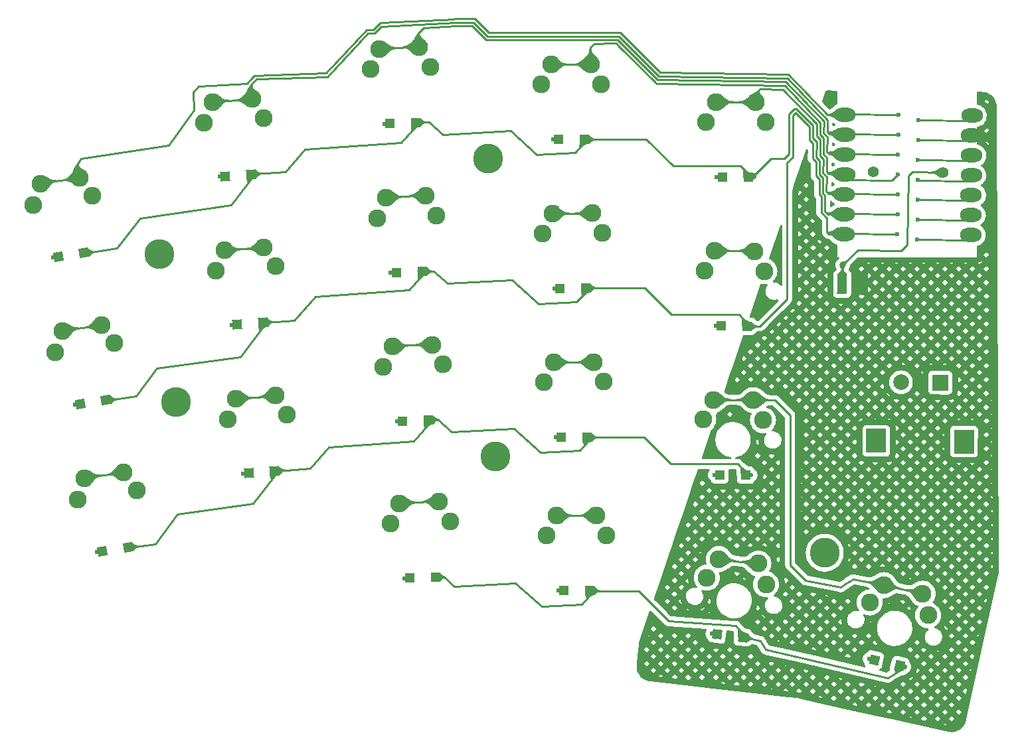
<source format=gbr>
%TF.GenerationSoftware,KiCad,Pcbnew,7.0.7*%
%TF.CreationDate,2023-10-01T20:36:35+02:00*%
%TF.ProjectId,goose_reversible_pcb_routed,676f6f73-655f-4726-9576-65727369626c,v1.0.0*%
%TF.SameCoordinates,Original*%
%TF.FileFunction,Copper,L1,Top*%
%TF.FilePolarity,Positive*%
%FSLAX46Y46*%
G04 Gerber Fmt 4.6, Leading zero omitted, Abs format (unit mm)*
G04 Created by KiCad (PCBNEW 7.0.7) date 2023-10-01 20:36:35*
%MOMM*%
%LPD*%
G01*
G04 APERTURE LIST*
G04 Aperture macros list*
%AMHorizOval*
0 Thick line with rounded ends*
0 $1 width*
0 $2 $3 position (X,Y) of the first rounded end (center of the circle)*
0 $4 $5 position (X,Y) of the second rounded end (center of the circle)*
0 Add line between two ends*
20,1,$1,$2,$3,$4,$5,0*
0 Add two circle primitives to create the rounded ends*
1,1,$1,$2,$3*
1,1,$1,$4,$5*%
%AMRotRect*
0 Rectangle, with rotation*
0 The origin of the aperture is its center*
0 $1 length*
0 $2 width*
0 $3 Rotation angle, in degrees counterclockwise*
0 Add horizontal line*
21,1,$1,$2,0,0,$3*%
G04 Aperture macros list end*
%TA.AperFunction,ComponentPad*%
%ADD10C,2.286000*%
%TD*%
%TA.AperFunction,ComponentPad*%
%ADD11C,3.800000*%
%TD*%
%TA.AperFunction,SMDPad,CuDef*%
%ADD12RotRect,1.250000X2.500000X359.500000*%
%TD*%
%TA.AperFunction,ComponentPad*%
%ADD13RotRect,2.000000X2.000000X269.500000*%
%TD*%
%TA.AperFunction,ComponentPad*%
%ADD14C,2.000000*%
%TD*%
%TA.AperFunction,ComponentPad*%
%ADD15RotRect,3.000000X2.500000X269.500000*%
%TD*%
%TA.AperFunction,SMDPad,CuDef*%
%ADD16HorizOval,1.800000X0.474982X-0.004145X-0.474982X0.004145X0*%
%TD*%
%TA.AperFunction,SMDPad,CuDef*%
%ADD17RotRect,7.000000X0.250000X359.500000*%
%TD*%
%TA.AperFunction,ComponentPad*%
%ADD18C,0.600000*%
%TD*%
%TA.AperFunction,SMDPad,CuDef*%
%ADD19RotRect,6.000200X0.250000X359.500000*%
%TD*%
%TA.AperFunction,SMDPad,CuDef*%
%ADD20RotRect,1.176000X0.250000X44.500000*%
%TD*%
%TA.AperFunction,SMDPad,CuDef*%
%ADD21HorizOval,1.800000X-0.474982X0.004145X0.474982X-0.004145X0*%
%TD*%
%TA.AperFunction,SMDPad,CuDef*%
%ADD22RotRect,6.500000X0.250000X359.500000*%
%TD*%
%TA.AperFunction,ComponentPad*%
%ADD23C,1.397000*%
%TD*%
%TA.AperFunction,SMDPad,CuDef*%
%ADD24RotRect,1.200000X1.200000X180.500000*%
%TD*%
%TA.AperFunction,SMDPad,CuDef*%
%ADD25RotRect,1.200000X1.200000X182.500000*%
%TD*%
%TA.AperFunction,SMDPad,CuDef*%
%ADD26RotRect,1.200000X1.200000X173.500000*%
%TD*%
%TA.AperFunction,SMDPad,CuDef*%
%ADD27RotRect,1.200000X1.200000X179.500000*%
%TD*%
%TA.AperFunction,SMDPad,CuDef*%
%ADD28RotRect,1.200000X1.200000X184.500000*%
%TD*%
%TA.AperFunction,SMDPad,CuDef*%
%ADD29RotRect,1.200000X1.200000X188.500000*%
%TD*%
%TA.AperFunction,SMDPad,CuDef*%
%ADD30RotRect,1.200000X1.200000X167.500000*%
%TD*%
%TA.AperFunction,ViaPad*%
%ADD31C,0.800000*%
%TD*%
%TA.AperFunction,Conductor*%
%ADD32C,0.250000*%
%TD*%
G04 APERTURE END LIST*
D10*
%TO.P,S5,1*%
%TO.N,C1*%
X191488365Y-134521500D03*
X196552705Y-134122928D03*
%TO.P,S5,2*%
%TO.N,C1_R1*%
X190421566Y-137153313D03*
X198018076Y-136555455D03*
%TD*%
%TO.P,S7,1*%
%TO.N,C2*%
X212945948Y-146790213D03*
X218021113Y-146568627D03*
%TO.P,S7,2*%
%TO.N,C2_R2*%
X211787950Y-149383192D03*
X219400697Y-149050813D03*
%TD*%
%TO.P,S14,1*%
%TO.N,C4*%
X254029782Y-134590292D03*
X259109588Y-134634623D03*
%TO.P,S14,2*%
%TO.N,C4_R1*%
X252737664Y-137119113D03*
X260357374Y-137185609D03*
%TD*%
%TO.P,S1,1*%
%TO.N,C0*%
X173653954Y-163595460D03*
X178678154Y-162844589D03*
%TO.P,S1,2*%
%TO.N,C0_R2*%
X172773340Y-166295279D03*
X180309641Y-165168971D03*
%TD*%
D11*
%TO.P,H5,*%
%TO.N,*%
X268055993Y-173108658D03*
%TD*%
D10*
%TO.P,S9,1*%
%TO.N,C2*%
X211288399Y-108826377D03*
X216363564Y-108604791D03*
%TO.P,S9,2*%
%TO.N,C2_R0*%
X210130401Y-111419356D03*
X217743148Y-111086977D03*
%TD*%
D12*
%TO.P,PAD1,1*%
%TO.N,BAT+*%
X270283558Y-138812287D03*
%TO.P,PAD1,2*%
%TO.N,GND*%
X272783462Y-138834103D03*
%TD*%
D10*
%TO.P,S4,1*%
%TO.N,C1*%
X192979090Y-153462918D03*
X198043430Y-153064346D03*
%TO.P,S4,2*%
%TO.N,C1_R2*%
X191912291Y-156094731D03*
X199508801Y-155496873D03*
%TD*%
%TO.P,S10,1*%
%TO.N,C3*%
X233482455Y-148810806D03*
X238562261Y-148766475D03*
%TO.P,S10,2*%
%TO.N,C3_R2*%
X232234669Y-151361792D03*
X239854379Y-151295296D03*
%TD*%
D11*
%TO.P,H3,*%
%TO.N,*%
X225100734Y-122827583D03*
%TD*%
D10*
%TO.P,S16,1*%
%TO.N,C1*%
X213820512Y-166821135D03*
X218895677Y-166599549D03*
%TO.P,S16,2*%
%TO.N,C1_R3*%
X212662514Y-169414114D03*
X220275261Y-169081735D03*
%TD*%
%TO.P,S18,1*%
%TO.N,C3*%
X254555695Y-173910512D03*
X259603040Y-174485584D03*
%TO.P,S18,2*%
%TO.N,C3_R3*%
X253006322Y-176290416D03*
X260577340Y-177153025D03*
%TD*%
D13*
%TO.P,ROT1,A*%
%TO.N,ENCA*%
X282783358Y-151399069D03*
D14*
%TO.P,ROT1,B*%
%TO.N,ENCB*%
X277783548Y-151355436D03*
%TO.P,ROT1,C*%
%TO.N,GND*%
X280283453Y-151377253D03*
D15*
%TO.P,ROT1,MP*%
%TO.N,N/C*%
X285817791Y-158925836D03*
X274618217Y-158828098D03*
%TD*%
D10*
%TO.P,S12,1*%
%TO.N,C3*%
X233150864Y-110812248D03*
X238230670Y-110767917D03*
%TO.P,S12,2*%
%TO.N,C3_R0*%
X231903078Y-113363234D03*
X239522788Y-113296738D03*
%TD*%
D16*
%TO.P,MCU1,1*%
%TO.N,C0*%
X270627229Y-117194467D03*
D17*
X274150095Y-117225210D03*
D18*
X277451970Y-117254025D03*
D16*
%TO.P,MCU1,2*%
%TO.N,C1*%
X270605064Y-119734370D03*
D17*
X274127930Y-119765114D03*
D18*
X277429804Y-119793929D03*
D16*
%TO.P,MCU1,3*%
%TO.N,C2*%
X270582899Y-122274274D03*
D17*
X274027767Y-122304336D03*
D18*
X277407639Y-122333832D03*
D16*
%TO.P,MCU1,4*%
%TO.N,C3*%
X270560733Y-124814177D03*
D19*
X273673851Y-125616374D03*
D20*
X277004533Y-125266266D03*
D18*
X277385473Y-124873735D03*
D16*
%TO.P,MCU1,5*%
%TO.N,C4*%
X270538568Y-127354080D03*
D17*
X274061434Y-127384824D03*
D18*
X277363308Y-127413639D03*
D16*
%TO.P,MCU1,6*%
%TO.N,R0*%
X270516402Y-129893983D03*
D17*
X274039268Y-129924727D03*
D18*
X277341143Y-129953542D03*
D16*
%TO.P,MCU1,7*%
%TO.N,R1*%
X270494237Y-132433887D03*
D17*
X274017103Y-132464630D03*
D18*
X277318977Y-132493445D03*
%TO.P,MCU1,8*%
%TO.N,ENCA*%
X279853339Y-133150586D03*
D17*
X283282209Y-133180510D03*
D21*
X286683621Y-132575169D03*
D18*
%TO.P,MCU1,9*%
%TO.N,ENCB*%
X279875504Y-130610683D03*
D17*
X283304374Y-130640606D03*
D21*
X286705786Y-130035266D03*
D18*
%TO.P,MCU1,10*%
%TO.N,R3*%
X279897670Y-128070780D03*
D17*
X283326539Y-128100703D03*
D21*
X286727951Y-127495362D03*
D18*
%TO.P,MCU1,11*%
%TO.N,R2*%
X279919835Y-125530877D03*
D22*
X283173490Y-125699276D03*
D21*
X286750117Y-124955459D03*
D18*
%TO.P,MCU1,12*%
%TO.N,3V3*%
X279942001Y-122990973D03*
D17*
X283370870Y-123020897D03*
D21*
X286772282Y-122415556D03*
D18*
%TO.P,MCU1,13*%
%TO.N,GND*%
X279964166Y-120451070D03*
D17*
X283393036Y-120480993D03*
D21*
X286794448Y-119875653D03*
D18*
%TO.P,MCU1,14*%
%TO.N,5V*%
X279986331Y-117911167D03*
D17*
X283415201Y-117941090D03*
D21*
X286816613Y-117335749D03*
D23*
%TO.P,MCU1,19*%
%TO.N,BAT+*%
X274213361Y-124529041D03*
X283098724Y-124606582D03*
%TD*%
D11*
%TO.P,H2,*%
%TO.N,*%
X185338599Y-153852921D03*
%TD*%
D10*
%TO.P,S15,1*%
%TO.N,C4*%
X254195595Y-115591018D03*
X259275401Y-115635349D03*
%TO.P,S15,2*%
%TO.N,C4_R0*%
X252903477Y-118119839D03*
X260523187Y-118186335D03*
%TD*%
%TO.P,S13,1*%
%TO.N,C4*%
X253863985Y-153589565D03*
X258943791Y-153633896D03*
%TO.P,S13,2*%
%TO.N,C4_R2*%
X252571867Y-156118386D03*
X260191577Y-156184882D03*
%TD*%
%TO.P,S6,1*%
%TO.N,C1*%
X189997641Y-115580063D03*
X195061981Y-115181491D03*
%TO.P,S6,2*%
%TO.N,C1_R0*%
X188930842Y-118211876D03*
X196527352Y-117614018D03*
%TD*%
%TO.P,S11,1*%
%TO.N,C3*%
X233316646Y-129811524D03*
X238396452Y-129767193D03*
%TO.P,S11,2*%
%TO.N,C3_R1*%
X232068860Y-132362510D03*
X239688570Y-132296014D03*
%TD*%
%TO.P,S3,1*%
%TO.N,C0*%
X168037193Y-126012858D03*
X173061393Y-125261987D03*
%TO.P,S3,2*%
%TO.N,C0_R0*%
X167156579Y-128712677D03*
X174692880Y-127586369D03*
%TD*%
D11*
%TO.P,H4,*%
%TO.N,*%
X226095311Y-160808777D03*
%TD*%
D10*
%TO.P,S17,1*%
%TO.N,C2*%
X233836149Y-168381443D03*
X238915955Y-168337112D03*
%TO.P,S17,2*%
%TO.N,C2_R3*%
X232588363Y-170932429D03*
X240208073Y-170865933D03*
%TD*%
%TO.P,S2,1*%
%TO.N,C0*%
X170845565Y-144804159D03*
X175869765Y-144053288D03*
%TO.P,S2,2*%
%TO.N,C0_R1*%
X169964951Y-147503978D03*
X177501252Y-146377670D03*
%TD*%
D11*
%TO.P,H1,*%
%TO.N,*%
X183189053Y-134986551D03*
%TD*%
D10*
%TO.P,S8,1*%
%TO.N,C2*%
X212117173Y-127808301D03*
X217192338Y-127586715D03*
%TO.P,S8,2*%
%TO.N,C2_R1*%
X210959175Y-130401280D03*
X218571922Y-130068901D03*
%TD*%
%TO.P,S19,1*%
%TO.N,C4*%
X275586639Y-177243148D03*
X280546223Y-178342661D03*
%TO.P,S19,2*%
%TO.N,C4_R3*%
X273796987Y-179448061D03*
X281236362Y-181097331D03*
%TD*%
D18*
%TO.P,Di17,1*%
%TO.N,R3*%
X238809566Y-177918415D03*
D24*
X238109592Y-177924523D03*
%TO.P,Di17,2*%
%TO.N,C2_R3*%
X234809718Y-177953321D03*
D18*
X234109744Y-177959429D03*
%TD*%
%TO.P,Di8,1*%
%TO.N,R1*%
X217420399Y-137165878D03*
D25*
X216721066Y-137196412D03*
%TO.P,Di8,2*%
%TO.N,C2_R1*%
X213424206Y-137340356D03*
D18*
X212724873Y-137370890D03*
%TD*%
%TO.P,Di18,1*%
%TO.N,R3*%
X258329773Y-183982500D03*
D26*
X257634273Y-183903257D03*
%TO.P,Di18,2*%
%TO.N,C3_R3*%
X254355485Y-183529687D03*
D18*
X253659985Y-183450444D03*
%TD*%
%TO.P,Di11,1*%
%TO.N,R1*%
X238290069Y-139348487D03*
D24*
X237590095Y-139354595D03*
%TO.P,Di11,2*%
%TO.N,C3_R1*%
X234290221Y-139383393D03*
D18*
X233590247Y-139389501D03*
%TD*%
%TO.P,Di15,1*%
%TO.N,R0*%
X259001795Y-125213321D03*
D27*
X258301821Y-125207213D03*
%TO.P,Di15,2*%
%TO.N,C4_R0*%
X255001947Y-125178415D03*
D18*
X254301973Y-125172307D03*
%TD*%
%TO.P,Di13,1*%
%TO.N,R2*%
X258670195Y-163211878D03*
D27*
X257970221Y-163205770D03*
%TO.P,Di13,2*%
%TO.N,C4_R2*%
X254670347Y-163176972D03*
D18*
X253970373Y-163170864D03*
%TD*%
%TO.P,Di9,1*%
%TO.N,R0*%
X216591613Y-118183970D03*
D25*
X215892280Y-118214504D03*
%TO.P,Di9,2*%
%TO.N,C2_R0*%
X212595420Y-118358448D03*
D18*
X211896087Y-118388982D03*
%TD*%
%TO.P,Di10,1*%
%TO.N,R2*%
X238455874Y-158347771D03*
D24*
X237755900Y-158353879D03*
%TO.P,Di10,2*%
%TO.N,C3_R2*%
X234456026Y-158382677D03*
D18*
X233756052Y-158388785D03*
%TD*%
%TO.P,Di5,1*%
%TO.N,R1*%
X197114919Y-143688293D03*
D28*
X196417077Y-143743214D03*
%TO.P,Di5,2*%
%TO.N,C1_R1*%
X193127249Y-144002130D03*
D18*
X192429407Y-144057051D03*
%TD*%
%TO.P,Di6,1*%
%TO.N,R0*%
X195624206Y-124746856D03*
D28*
X194926364Y-124801777D03*
%TO.P,Di6,2*%
%TO.N,C1_R0*%
X191636536Y-125060693D03*
D18*
X190938694Y-125115614D03*
%TD*%
%TO.P,Di2,1*%
%TO.N,R1*%
X177097875Y-153556138D03*
D29*
X176405564Y-153659604D03*
%TO.P,Di2,2*%
%TO.N,C0_R1*%
X173141812Y-154147376D03*
D18*
X172449501Y-154250842D03*
%TD*%
%TO.P,Di3,1*%
%TO.N,R0*%
X174289495Y-134764836D03*
D29*
X173597184Y-134868302D03*
%TO.P,Di3,2*%
%TO.N,C0_R0*%
X170333432Y-135356074D03*
D18*
X169641121Y-135459540D03*
%TD*%
%TO.P,Di12,1*%
%TO.N,R0*%
X238124267Y-120349217D03*
D24*
X237424293Y-120355325D03*
%TO.P,Di12,2*%
%TO.N,C3_R0*%
X234124419Y-120384123D03*
D18*
X233424445Y-120390231D03*
%TD*%
%TO.P,Di14,1*%
%TO.N,R1*%
X258836002Y-144212596D03*
D27*
X258136028Y-144206488D03*
%TO.P,Di14,2*%
%TO.N,C4_R1*%
X254836154Y-144177690D03*
D18*
X254136180Y-144171582D03*
%TD*%
%TO.P,Di19,1*%
%TO.N,R3*%
X278287221Y-187654447D03*
D30*
X277603813Y-187502939D03*
%TO.P,Di19,2*%
%TO.N,C4_R3*%
X274382037Y-186788689D03*
D18*
X273698629Y-186637181D03*
%TD*%
%TO.P,Di4,1*%
%TO.N,R2*%
X198605663Y-162629719D03*
D28*
X197907821Y-162684640D03*
%TO.P,Di4,2*%
%TO.N,C1_R2*%
X194617993Y-162943556D03*
D18*
X193920151Y-162998477D03*
%TD*%
%TO.P,Di16,1*%
%TO.N,R3*%
X219123732Y-176178710D03*
D25*
X218424399Y-176209244D03*
%TO.P,Di16,2*%
%TO.N,C1_R3*%
X215127539Y-176353188D03*
D18*
X214428206Y-176383722D03*
%TD*%
%TO.P,Di7,1*%
%TO.N,R2*%
X218249170Y-156147803D03*
D25*
X217549837Y-156178337D03*
%TO.P,Di7,2*%
%TO.N,C2_R2*%
X214252977Y-156322281D03*
D18*
X213553644Y-156352815D03*
%TD*%
%TO.P,Di1,1*%
%TO.N,R2*%
X179906256Y-172347444D03*
D29*
X179213945Y-172450910D03*
%TO.P,Di1,2*%
%TO.N,C0_R2*%
X175950193Y-172938682D03*
D18*
X175257882Y-173042148D03*
%TD*%
D31*
%TO.N,BAT+*%
X270325844Y-136389582D03*
%TD*%
D32*
%TO.N,C0*%
X210489676Y-106372349D02*
X211306893Y-105495990D01*
X223420240Y-104934073D02*
X225228528Y-106742359D01*
X195090804Y-112500577D02*
X195345047Y-112227940D01*
X220775911Y-105002928D02*
X220798060Y-104979181D01*
X184439814Y-121075249D02*
X187651546Y-116654680D01*
X172782939Y-123503919D02*
X173261113Y-122845782D01*
X188205743Y-113577271D02*
X194418818Y-113251653D01*
X211306893Y-105495990D02*
X211489273Y-105489620D01*
X211489273Y-105489620D02*
X220775911Y-105002928D01*
X241992525Y-106742353D02*
X247031102Y-111780941D01*
X195090964Y-112505163D02*
X195090804Y-112500577D01*
X225228528Y-106742359D02*
X241992525Y-106742353D01*
X173261113Y-122845782D02*
X184439814Y-121075249D01*
X178678156Y-162844580D02*
X173691676Y-163545393D01*
X175869763Y-144053285D02*
X170883308Y-144754082D01*
X263428229Y-112067157D02*
X268418796Y-117235038D01*
X187651546Y-116654680D02*
X187529621Y-114328181D01*
X194418818Y-113251653D02*
X195090964Y-112505163D01*
X268418796Y-117235038D02*
X271017515Y-117280399D01*
X204466761Y-111909402D02*
X209601215Y-106403381D01*
X222089826Y-104934070D02*
X223420240Y-104934073D01*
X209601215Y-106403381D02*
X210489676Y-106372349D01*
X187529621Y-114328181D02*
X188205743Y-113577271D01*
X247031102Y-111780941D02*
X263428229Y-112067157D01*
X173061402Y-125261988D02*
X168074921Y-125962792D01*
X195345047Y-112227940D02*
X204466761Y-111909402D01*
X220798060Y-104979181D02*
X222089826Y-104934070D01*
X173061396Y-125261988D02*
X172782939Y-123503919D01*
%TO.N,C1*%
X209803204Y-106846599D02*
X210691660Y-106815575D01*
X268673522Y-119696508D02*
X271080043Y-119738513D01*
X213820516Y-166821131D02*
X218753743Y-166476165D01*
X191488371Y-134521483D02*
X196511571Y-134170245D01*
X241806134Y-107192361D02*
X242441135Y-107827368D01*
X210691660Y-106815575D02*
X211508876Y-105939213D01*
X195061978Y-115181495D02*
X194964336Y-113318320D01*
X242441135Y-107827368D02*
X246900505Y-112286736D01*
X204668748Y-112352621D02*
X209803204Y-106846599D01*
X189997640Y-115580064D02*
X195020843Y-115228808D01*
X211508876Y-105939213D02*
X220971964Y-105443275D01*
X223293044Y-105443271D02*
X225042128Y-107192356D01*
X220971964Y-105443275D02*
X223293044Y-105443271D01*
X192979083Y-153462923D02*
X198002294Y-153111667D01*
X268407688Y-117871336D02*
X268381113Y-119393713D01*
X246900505Y-112286736D02*
X263290985Y-112572837D01*
X268381113Y-119393713D02*
X268673522Y-119696508D01*
X195547035Y-112671159D02*
X204668748Y-112352621D01*
X225042128Y-107192356D02*
X241806134Y-107192361D01*
X194964336Y-113318320D02*
X195547035Y-112671159D01*
X263290985Y-112572837D02*
X268407688Y-117871336D01*
%TO.N,C2*%
X223106652Y-105893272D02*
X224855735Y-107642361D01*
X242515845Y-108538476D02*
X246710872Y-112733492D01*
X211288406Y-108826379D02*
X216221633Y-108481419D01*
X268370007Y-120030007D02*
X268336785Y-121933320D01*
X212117173Y-127808304D02*
X217050407Y-127463340D01*
X241619740Y-107642361D02*
X242515845Y-108538476D01*
X212945936Y-146790217D02*
X217879181Y-146445248D01*
X220983752Y-105893275D02*
X223106652Y-105893272D01*
X263096763Y-113019511D02*
X267954505Y-118049848D01*
X267927932Y-119572218D02*
X268370007Y-120030007D01*
X216926078Y-106105928D02*
X220983752Y-105893275D01*
X268629101Y-122236021D02*
X271057879Y-122278415D01*
X246710872Y-112733492D02*
X263096763Y-113019511D01*
X240599296Y-107646662D02*
X240603755Y-107642357D01*
X236139533Y-107642362D02*
X238492576Y-107683429D01*
X240603755Y-107642357D02*
X241404521Y-107642355D01*
X224855735Y-107642361D02*
X236139533Y-107642362D01*
X267954505Y-118049848D02*
X267927932Y-119572218D01*
X238492576Y-107683429D02*
X240599296Y-107646662D01*
X233836154Y-168381453D02*
X238871622Y-168381451D01*
X216270744Y-106833748D02*
X216926078Y-106105928D01*
X268336785Y-121933320D02*
X268629101Y-122236021D01*
X241404855Y-107642363D02*
X241619740Y-107642361D01*
X216363570Y-108604792D02*
X216270744Y-106833748D01*
X241404521Y-107642355D02*
X241404855Y-107642363D01*
%TO.N,C3*%
X267881218Y-122248421D02*
X268323297Y-122706205D01*
X238230665Y-110767913D02*
X238192994Y-108609731D01*
X241804729Y-108463759D02*
X246448950Y-113107971D01*
X267916828Y-120208522D02*
X267881218Y-122248421D01*
X267501319Y-118228367D02*
X267474746Y-119750737D01*
X241433339Y-108092362D02*
X241804729Y-108463759D01*
X238192994Y-108609731D02*
X238655628Y-108130659D01*
X267474746Y-119750737D02*
X267916828Y-120208522D01*
X246575692Y-113239211D02*
X262959520Y-113525196D01*
X268323297Y-122706205D02*
X268292457Y-124472932D01*
X254555704Y-173910514D02*
X259553637Y-174524184D01*
X268584673Y-124775539D02*
X271035714Y-124818321D01*
X238655628Y-108130659D02*
X240849531Y-108092359D01*
X262959520Y-113525196D02*
X267501319Y-118228367D01*
X233482462Y-148810792D02*
X238517923Y-148810804D01*
X268292457Y-124472932D02*
X268584673Y-124775539D01*
X233150851Y-110812244D02*
X238186329Y-110812248D01*
X233316655Y-129811520D02*
X238352137Y-129811522D01*
X246448950Y-113107971D02*
X246575692Y-113239211D01*
X240849531Y-108092359D02*
X241433339Y-108092362D01*
%TO.N,C4*%
X268248128Y-127012552D02*
X268540253Y-127315050D01*
X263652000Y-174674728D02*
X263652000Y-155575000D01*
X254195598Y-115591012D02*
X259231066Y-115591014D01*
X267870113Y-122884721D02*
X267839275Y-124651449D01*
X275586637Y-177243148D02*
X271659141Y-176479718D01*
X280546223Y-178342660D02*
X275639807Y-177209922D01*
X267463636Y-120387035D02*
X267428034Y-122426932D01*
X267048138Y-118406881D02*
X267021563Y-119929253D01*
X267021563Y-119929253D02*
X267463636Y-120387035D01*
X268540253Y-127315050D02*
X271013551Y-127358221D01*
X262765304Y-113971871D02*
X267048138Y-118406881D01*
X259296365Y-114434320D02*
X259828334Y-113920609D01*
X267839275Y-124651449D02*
X268281350Y-125109235D01*
X253863981Y-153589569D02*
X258899467Y-153589563D01*
X259828334Y-113920609D02*
X262765304Y-113971871D01*
X254029785Y-134590298D02*
X259065264Y-134590298D01*
X268281350Y-125109235D02*
X268248128Y-127012552D01*
X270114491Y-177521599D02*
X265626493Y-176649221D01*
X267428034Y-122426932D02*
X267870113Y-122884721D01*
X263652000Y-155575000D02*
X261710896Y-153633896D01*
X261710896Y-153633896D02*
X258943791Y-153633896D01*
X259275402Y-115635355D02*
X259296365Y-114434320D01*
X270710090Y-177119865D02*
X270114491Y-177521599D01*
X265626493Y-176649221D02*
X263652000Y-174674728D01*
X271659141Y-176479718D02*
X270710090Y-177119865D01*
%TO.N,R2*%
X204820722Y-159641986D02*
X215628395Y-158886231D01*
X238340662Y-158370256D02*
X236845795Y-160030483D01*
X185527354Y-168193922D02*
X195202988Y-166834100D01*
X237549108Y-158380227D02*
X245002201Y-158380234D01*
X202455635Y-162362693D02*
X204820722Y-159641986D01*
X228453944Y-157271876D02*
X220463898Y-157690611D01*
X182690665Y-171958325D02*
X185527354Y-168193922D01*
X256980584Y-161793913D02*
X258426654Y-163239976D01*
X215628395Y-158886231D02*
X217999390Y-156158712D01*
X248415888Y-161793913D02*
X256980584Y-161793913D01*
X245002201Y-158380234D02*
X248415888Y-161793913D01*
X198356417Y-162649331D02*
X202455635Y-162362693D01*
X179658998Y-172384390D02*
X182690665Y-171958325D01*
X236845795Y-160030483D02*
X231810739Y-160294355D01*
X231810739Y-160294355D02*
X228453944Y-157271876D01*
X220463898Y-157690611D02*
X218720562Y-156120912D01*
X218720562Y-156120912D02*
X217999396Y-156158708D01*
X195202988Y-166834100D02*
X198356420Y-162649330D01*
%TO.N,R1*%
X228224540Y-138334932D02*
X231581353Y-141357417D01*
X231581353Y-141357417D02*
X236421742Y-141103735D01*
X264314669Y-116940727D02*
X266118378Y-118744436D01*
X257107584Y-142743910D02*
X258553652Y-144189975D01*
X245129193Y-139330234D02*
X248542875Y-142743907D01*
X182911449Y-149580848D02*
X193568804Y-148083042D01*
X268351000Y-132207000D02*
X268582032Y-132438032D01*
X216577912Y-137258640D02*
X218210663Y-137173075D01*
X263271000Y-123317000D02*
X263975000Y-122613000D01*
X268582032Y-132438032D02*
X270969219Y-132438032D01*
X176850612Y-153593097D02*
X180247770Y-153115656D01*
X263975000Y-122613000D02*
X263975000Y-117280396D01*
X266936091Y-125031156D02*
X267344944Y-125440009D01*
X263975000Y-117280396D02*
X264314669Y-116940727D01*
X266118378Y-118744436D02*
X266118378Y-120394516D01*
X236421742Y-141103735D02*
X238110319Y-139415168D01*
X219980857Y-138766961D02*
X228224540Y-138334932D01*
X237676117Y-139330233D02*
X245129193Y-139330234D01*
X266118378Y-120394516D02*
X266555737Y-120831875D01*
X266928829Y-123205592D02*
X266936091Y-123212854D01*
X180247770Y-153115656D02*
X182911449Y-149580848D01*
X200446269Y-143457531D02*
X203094078Y-140411585D01*
X196865698Y-143707909D02*
X200446269Y-143457531D01*
X267344944Y-127392340D02*
X267608548Y-127655944D01*
X266555737Y-120831875D02*
X266521666Y-122783962D01*
X218210663Y-137173075D02*
X219980857Y-138766961D01*
X267344944Y-125440009D02*
X267344944Y-127392340D01*
X248542875Y-142743907D02*
X257107584Y-142743910D01*
X263271000Y-140716000D02*
X263271000Y-123317000D01*
X203094078Y-140411585D02*
X215087737Y-139572901D01*
X215087737Y-139572901D02*
X217170642Y-137176785D01*
X259776585Y-144210415D02*
X263271000Y-140716000D01*
X267608548Y-127655944D02*
X267608548Y-129687944D01*
X258586011Y-144210415D02*
X259776585Y-144210415D01*
X268351000Y-130430396D02*
X268351000Y-132207000D01*
X266521666Y-122783962D02*
X266928829Y-123205592D01*
X267608548Y-129687944D02*
X268351000Y-130430396D01*
X193568804Y-148083042D02*
X196865698Y-143707911D01*
X266936091Y-123212854D02*
X266936091Y-125031156D01*
%TO.N,R0*%
X262890000Y-122809000D02*
X263525000Y-122174000D01*
X261239000Y-122809000D02*
X262890000Y-122809000D01*
X201782934Y-121661364D02*
X214075722Y-120801767D01*
X267386091Y-124829964D02*
X267386091Y-124844760D01*
X248741037Y-123765072D02*
X257305739Y-123765070D01*
X217594144Y-118129244D02*
X219364333Y-119723130D01*
X236185701Y-122039961D02*
X237874278Y-120351390D01*
X237874274Y-120351392D02*
X245327363Y-120351395D01*
X258836860Y-125211140D02*
X261239000Y-122809000D01*
X219364333Y-119723130D02*
X227988499Y-119271164D01*
X266573000Y-118562662D02*
X266573000Y-119843007D01*
X263525000Y-122174000D02*
X263525000Y-117094000D01*
X267386091Y-124844760D02*
X267802470Y-125261139D01*
X267802470Y-125261139D02*
X267794944Y-125268665D01*
X268097000Y-127508000D02*
X268097000Y-129540000D01*
X268455128Y-129898128D02*
X270991384Y-129898128D01*
X216341852Y-118194874D02*
X217594144Y-118129244D01*
X174042247Y-134801783D02*
X177804886Y-134272987D01*
X264441669Y-116431331D02*
X266573000Y-118562662D01*
X266974850Y-122605447D02*
X267416929Y-123063234D01*
X267794944Y-125268665D02*
X267794944Y-127205944D01*
X177804886Y-134272987D02*
X180727910Y-130394008D01*
X263525000Y-117094000D02*
X264187669Y-116431331D01*
X266573000Y-119843007D02*
X266568378Y-120107767D01*
X227988499Y-119271164D02*
X231345301Y-122293642D01*
X245327363Y-120351395D02*
X248741037Y-123765072D01*
X267009001Y-120648743D02*
X266974850Y-122605447D01*
X180727910Y-130394008D02*
X192366958Y-128758237D01*
X195374979Y-124766473D02*
X199323724Y-124490361D01*
X264187669Y-116431331D02*
X264441669Y-116431331D01*
X266568378Y-120208120D02*
X267009001Y-120648743D01*
X192366958Y-128758237D02*
X195374980Y-124766476D01*
X268097000Y-129540000D02*
X268455128Y-129898128D01*
X257305739Y-123765070D02*
X258751818Y-125211146D01*
X199323724Y-124490361D02*
X201782934Y-121661364D01*
X267416929Y-123063234D02*
X267386091Y-124829964D01*
X231345301Y-122293642D02*
X236185701Y-122039961D01*
X214075722Y-120801767D02*
X216341854Y-118194875D01*
X266568378Y-120107767D02*
X266568378Y-120208120D01*
X267794944Y-127205944D02*
X268097000Y-127508000D01*
%TO.N,R3*%
X244311911Y-177994070D02*
X248165651Y-181847813D01*
X258081385Y-183954192D02*
X259834023Y-184358825D01*
X238527059Y-178080374D02*
X237039614Y-179732333D01*
X228639900Y-176974148D02*
X220796592Y-177385192D01*
X238633056Y-177994072D02*
X244311911Y-177994070D01*
X256709496Y-182445259D02*
X258051171Y-183988675D01*
X259834023Y-184358825D02*
X260529498Y-185471801D01*
X237039614Y-179732333D02*
X231996721Y-179996621D01*
X231996721Y-179996621D02*
X228639900Y-176974148D01*
X219436060Y-176160161D02*
X218873972Y-176189623D01*
X260529498Y-185471801D02*
X276121368Y-189071479D01*
X248165651Y-181847813D02*
X256709496Y-182445259D01*
X220796592Y-177385192D02*
X219436060Y-176160161D01*
X277970237Y-187916170D02*
X278043154Y-187600341D01*
X276121368Y-189071479D02*
X277970237Y-187916170D01*
%TO.N,BAT+*%
X270325844Y-136389582D02*
X270283562Y-138812285D01*
X272333297Y-134451016D02*
X270325844Y-136389582D01*
X278568642Y-133797736D02*
X277793462Y-134546320D01*
X277793462Y-134546320D02*
X272333297Y-134451016D01*
X283098721Y-124606582D02*
X279240512Y-124539230D01*
X279238368Y-124537016D02*
X278721586Y-125036065D01*
X279240512Y-124539230D02*
X279238368Y-124537016D01*
X278721586Y-125036065D02*
X278568642Y-133797736D01*
%TD*%
%TA.AperFunction,Conductor*%
%TO.N,R2*%
G36*
X198467275Y-162051159D02*
G01*
X198468066Y-162051906D01*
X198586499Y-162174682D01*
X198713847Y-162283657D01*
X198841196Y-162369588D01*
X198968544Y-162432475D01*
X199088271Y-162469933D01*
X199095143Y-162475674D01*
X199096448Y-162480283D01*
X199112790Y-162713987D01*
X199109949Y-162722479D01*
X199106437Y-162725225D01*
X199001273Y-162778889D01*
X198889212Y-162858883D01*
X198889211Y-162858884D01*
X198777163Y-162961677D01*
X198665097Y-163087300D01*
X198560528Y-163225806D01*
X198552808Y-163230344D01*
X198544140Y-163228094D01*
X198543599Y-163227659D01*
X197915766Y-162692333D01*
X197911694Y-162684358D01*
X197914453Y-162675839D01*
X198450777Y-162052397D01*
X198458769Y-162048362D01*
X198467275Y-162051159D01*
G37*
%TD.AperFunction*%
%TD*%
%TA.AperFunction,Conductor*%
%TO.N,R3*%
G36*
X278021235Y-187544236D02*
G01*
X278283549Y-187652060D01*
X278289897Y-187658373D01*
X278289924Y-187658438D01*
X278397325Y-187920156D01*
X278397296Y-187929111D01*
X278390943Y-187935422D01*
X278390324Y-187935656D01*
X278283156Y-187972706D01*
X278282471Y-187972897D01*
X278193769Y-187991913D01*
X278116306Y-188006615D01*
X278116304Y-188006615D01*
X278116302Y-188006616D01*
X278031860Y-188034662D01*
X278031858Y-188034662D01*
X278031852Y-188034665D01*
X278031850Y-188034666D01*
X277931535Y-188088593D01*
X277922625Y-188089492D01*
X277916074Y-188084489D01*
X277795203Y-187891056D01*
X277793726Y-187882226D01*
X277798282Y-187875368D01*
X277871159Y-187822822D01*
X277919211Y-187768903D01*
X277948450Y-187710247D01*
X277973768Y-187637083D01*
X278005835Y-187550977D01*
X278011932Y-187544422D01*
X278020881Y-187544098D01*
X278021235Y-187544236D01*
G37*
%TD.AperFunction*%
%TD*%
%TA.AperFunction,Conductor*%
%TO.N,C2*%
G36*
X211869565Y-107843164D02*
G01*
X211870309Y-107843632D01*
X212182484Y-108057213D01*
X212182895Y-108057521D01*
X212433443Y-108264037D01*
X212677428Y-108431934D01*
X212979954Y-108536448D01*
X213395837Y-108552570D01*
X213403970Y-108556315D01*
X213407053Y-108563442D01*
X213423040Y-108792053D01*
X213420198Y-108800545D01*
X213413614Y-108804351D01*
X212979670Y-108889213D01*
X212683114Y-109056624D01*
X212455775Y-109279013D01*
X212219938Y-109530155D01*
X212218657Y-109531330D01*
X211905692Y-109778326D01*
X211897075Y-109780762D01*
X211889260Y-109776390D01*
X211888560Y-109775403D01*
X211291193Y-108832430D01*
X211289661Y-108823608D01*
X211290949Y-108820312D01*
X211307292Y-108792053D01*
X211853581Y-107847433D01*
X211860688Y-107841988D01*
X211869565Y-107843164D01*
G37*
%TD.AperFunction*%
%TD*%
%TA.AperFunction,Conductor*%
%TO.N,C4*%
G36*
X254776638Y-114608020D02*
G01*
X254777562Y-114608615D01*
X255100486Y-114838888D01*
X255101070Y-114839366D01*
X255350370Y-115072095D01*
X255590246Y-115272590D01*
X255894846Y-115413069D01*
X256328279Y-115464782D01*
X256336088Y-115469165D01*
X256338593Y-115476400D01*
X256338593Y-115705624D01*
X256335166Y-115713897D01*
X256328279Y-115717242D01*
X255894842Y-115768955D01*
X255590251Y-115909432D01*
X255590244Y-115909437D01*
X255437569Y-116037049D01*
X255350369Y-116109935D01*
X255248988Y-116204578D01*
X255101078Y-116342659D01*
X255100481Y-116343146D01*
X254777573Y-116573413D01*
X254768847Y-116575426D01*
X254761254Y-116570680D01*
X254760652Y-116569745D01*
X254197984Y-115596875D01*
X254196808Y-115587997D01*
X254197982Y-115585162D01*
X254760653Y-114612289D01*
X254767760Y-114606844D01*
X254776638Y-114608020D01*
G37*
%TD.AperFunction*%
%TD*%
%TA.AperFunction,Conductor*%
%TO.N,R2*%
G36*
X218045338Y-155943917D02*
G01*
X218045397Y-155943975D01*
X218246361Y-156143607D01*
X218249815Y-156151869D01*
X218249815Y-156151934D01*
X218249197Y-156435238D01*
X218245752Y-156443503D01*
X218237471Y-156446912D01*
X218236638Y-156446880D01*
X218150006Y-156440505D01*
X218145050Y-156440140D01*
X218144576Y-156440086D01*
X218063214Y-156427337D01*
X218063216Y-156427337D01*
X217994662Y-156424821D01*
X217994658Y-156424822D01*
X217929431Y-156447954D01*
X217865499Y-156505224D01*
X217857050Y-156508191D01*
X217850016Y-156505339D01*
X217677889Y-156355712D01*
X217673894Y-156347698D01*
X217676672Y-156339279D01*
X217758251Y-156243879D01*
X217820677Y-156169103D01*
X217875334Y-156105194D01*
X217941145Y-156033575D01*
X218028793Y-155944088D01*
X218037030Y-155940577D01*
X218045338Y-155943917D01*
G37*
%TD.AperFunction*%
%TD*%
%TA.AperFunction,Conductor*%
%TO.N,C0*%
G36*
X269822661Y-116360807D02*
G01*
X270717322Y-116946785D01*
X271087660Y-117189346D01*
X271092703Y-117196745D01*
X271091036Y-117205544D01*
X271087480Y-117209036D01*
X269807611Y-118014358D01*
X269798784Y-118015863D01*
X269794096Y-118013611D01*
X269498797Y-117778682D01*
X269498795Y-117778681D01*
X269197021Y-117585097D01*
X269197013Y-117585093D01*
X269197010Y-117585091D01*
X269089715Y-117532795D01*
X268895224Y-117437998D01*
X268694020Y-117370933D01*
X268593433Y-117337405D01*
X268593430Y-117337404D01*
X268593429Y-117337404D01*
X268593420Y-117337402D01*
X268314165Y-117287348D01*
X268306626Y-117282516D01*
X268304713Y-117273768D01*
X268308099Y-117267421D01*
X268469084Y-117111958D01*
X268474727Y-117108942D01*
X268740202Y-117051327D01*
X269008927Y-116946787D01*
X269277651Y-116796028D01*
X269546376Y-116599051D01*
X269808400Y-116361919D01*
X269816834Y-116358910D01*
X269822661Y-116360807D01*
G37*
%TD.AperFunction*%
%TD*%
%TA.AperFunction,Conductor*%
%TO.N,C2*%
G36*
X269777408Y-121440010D02*
G01*
X270254073Y-121752212D01*
X271039592Y-122266705D01*
X271044635Y-122274104D01*
X271042968Y-122282903D01*
X271037436Y-122287391D01*
X269473378Y-122898063D01*
X269464425Y-122897880D01*
X269460576Y-122895154D01*
X269236487Y-122655458D01*
X269236483Y-122655454D01*
X269130564Y-122561579D01*
X269006987Y-122452052D01*
X268777484Y-122290725D01*
X268547982Y-122171477D01*
X268446535Y-122137366D01*
X268336725Y-122100443D01*
X268329976Y-122094558D01*
X268329364Y-122085624D01*
X268332324Y-122080939D01*
X268495206Y-121923645D01*
X268502628Y-121920384D01*
X268752806Y-121905352D01*
X269007297Y-121849208D01*
X269261788Y-121752212D01*
X269516279Y-121614363D01*
X269764277Y-121440222D01*
X269773015Y-121438273D01*
X269777408Y-121440010D01*
G37*
%TD.AperFunction*%
%TD*%
%TA.AperFunction,Conductor*%
%TO.N,R3*%
G36*
X238712024Y-177367170D02*
G01*
X238712640Y-177367873D01*
X238825778Y-177507769D01*
X238946895Y-177633758D01*
X239067991Y-177735957D01*
X239067996Y-177735961D01*
X239068000Y-177735964D01*
X239189110Y-177814403D01*
X239303336Y-177865964D01*
X239309465Y-177872490D01*
X239310221Y-177876627D01*
X239310221Y-178110454D01*
X239306794Y-178118727D01*
X239301992Y-178121627D01*
X239191147Y-178156061D01*
X239191140Y-178156064D01*
X239191138Y-178156065D01*
X239129350Y-178186426D01*
X239072048Y-178214584D01*
X238952970Y-178294620D01*
X238952969Y-178294620D01*
X238833883Y-178396184D01*
X238722997Y-178510795D01*
X238714781Y-178514358D01*
X238706453Y-178511069D01*
X238706394Y-178511012D01*
X238117242Y-177933008D01*
X238113737Y-177924768D01*
X238117084Y-177916462D01*
X238117353Y-177916197D01*
X238695483Y-177366748D01*
X238703841Y-177363534D01*
X238712024Y-177367170D01*
G37*
%TD.AperFunction*%
%TD*%
%TA.AperFunction,Conductor*%
%TO.N,R2*%
G36*
X198731186Y-162357252D02*
G01*
X198731356Y-162357324D01*
X198832421Y-162401597D01*
X198913769Y-162437331D01*
X198986346Y-162459845D01*
X199071987Y-162469226D01*
X199181283Y-162465903D01*
X199189656Y-162469077D01*
X199193309Y-162476780D01*
X199203698Y-162625344D01*
X199209199Y-162704010D01*
X199206357Y-162712502D01*
X199199095Y-162716421D01*
X199081666Y-162732296D01*
X199081664Y-162732297D01*
X198994314Y-162761460D01*
X198922165Y-162801143D01*
X198839684Y-162849919D01*
X198839227Y-162850162D01*
X198731563Y-162901583D01*
X198722621Y-162902056D01*
X198715963Y-162896067D01*
X198715726Y-162895536D01*
X198606551Y-162634298D01*
X198606523Y-162625344D01*
X198606550Y-162625277D01*
X198715880Y-162363537D01*
X198722231Y-162357225D01*
X198731186Y-162357252D01*
G37*
%TD.AperFunction*%
%TD*%
%TA.AperFunction,Conductor*%
%TO.N,C0*%
G36*
X178027066Y-161936823D02*
G01*
X178027841Y-161937790D01*
X178674733Y-162838310D01*
X178676777Y-162847028D01*
X178675359Y-162850993D01*
X178112835Y-163823765D01*
X178105727Y-163829211D01*
X178096850Y-163828036D01*
X178096312Y-163827706D01*
X177794352Y-163630631D01*
X177543298Y-163450869D01*
X177296715Y-163316001D01*
X176997845Y-163246865D01*
X176600530Y-163263840D01*
X176592119Y-163260770D01*
X176588445Y-163253779D01*
X176587473Y-163246866D01*
X176556566Y-163026951D01*
X176558808Y-163018283D01*
X176565095Y-163014031D01*
X176994187Y-162897988D01*
X177280014Y-162708409D01*
X177492824Y-162469250D01*
X177712261Y-162202460D01*
X177713496Y-162201173D01*
X178010546Y-161935888D01*
X178018999Y-161932935D01*
X178027066Y-161936823D01*
G37*
%TD.AperFunction*%
%TD*%
%TA.AperFunction,Conductor*%
%TO.N,C1*%
G36*
X269799518Y-118900070D02*
G01*
X270408390Y-119298864D01*
X271061757Y-119726801D01*
X271066800Y-119734200D01*
X271065133Y-119742999D01*
X271059601Y-119747487D01*
X269495620Y-120358128D01*
X269486667Y-120357945D01*
X269482741Y-120355136D01*
X269457490Y-120327596D01*
X269260013Y-120112220D01*
X269260001Y-120112209D01*
X269031876Y-119905589D01*
X269031857Y-119905574D01*
X268803727Y-119741133D01*
X268575586Y-119618868D01*
X268575582Y-119618866D01*
X268365333Y-119545066D01*
X268358662Y-119539092D01*
X268358168Y-119530151D01*
X268361076Y-119525614D01*
X268524118Y-119368165D01*
X268531649Y-119364897D01*
X268780404Y-119352240D01*
X269033537Y-119298865D01*
X269286670Y-119204993D01*
X269539803Y-119070624D01*
X269786461Y-118900231D01*
X269795214Y-118898349D01*
X269799518Y-118900070D01*
G37*
%TD.AperFunction*%
%TD*%
%TA.AperFunction,Conductor*%
%TO.N,R1*%
G36*
X237597217Y-139364052D02*
G01*
X237598775Y-139365943D01*
X237977350Y-139938316D01*
X237979055Y-139947106D01*
X237974045Y-139954529D01*
X237971191Y-139955902D01*
X237835644Y-139999734D01*
X237835641Y-139999735D01*
X237685443Y-140075645D01*
X237685440Y-140075647D01*
X237535229Y-140178905D01*
X237385024Y-140309501D01*
X237385020Y-140309505D01*
X237243087Y-140458744D01*
X237234902Y-140462377D01*
X237226546Y-140459159D01*
X237226336Y-140458954D01*
X237060791Y-140293408D01*
X237057486Y-140286818D01*
X237045505Y-140204286D01*
X237032967Y-140128013D01*
X237020430Y-140061842D01*
X237007892Y-140005774D01*
X236997122Y-139966290D01*
X236998251Y-139957410D01*
X237000061Y-139955017D01*
X237580672Y-139364195D01*
X237588914Y-139360697D01*
X237597217Y-139364052D01*
G37*
%TD.AperFunction*%
%TD*%
%TA.AperFunction,Conductor*%
%TO.N,C2*%
G36*
X216423223Y-106495104D02*
G01*
X216423684Y-106495497D01*
X216593764Y-106648638D01*
X216597619Y-106656721D01*
X216596453Y-106662457D01*
X216438008Y-106987702D01*
X216478166Y-107083563D01*
X216552627Y-107261310D01*
X216828176Y-107517416D01*
X217147655Y-107797204D01*
X217149448Y-107799179D01*
X217389712Y-108133711D01*
X217391755Y-108142430D01*
X217387034Y-108150039D01*
X217384961Y-108151227D01*
X216369577Y-108602563D01*
X216360625Y-108602792D01*
X216357297Y-108600828D01*
X215822433Y-108151227D01*
X215496415Y-107877179D01*
X215492288Y-107869235D01*
X215494557Y-107861241D01*
X215707447Y-107575213D01*
X215852378Y-107324719D01*
X215980139Y-107083543D01*
X215980328Y-107083216D01*
X216148282Y-106816240D01*
X216148665Y-106815705D01*
X216406769Y-106496836D01*
X216414637Y-106492562D01*
X216423223Y-106495104D01*
G37*
%TD.AperFunction*%
%TD*%
%TA.AperFunction,Conductor*%
%TO.N,R0*%
G36*
X195420374Y-124542972D02*
G01*
X195420517Y-124543112D01*
X195623129Y-124744391D01*
X195625705Y-124748245D01*
X195733770Y-125011266D01*
X195733745Y-125020220D01*
X195727394Y-125026534D01*
X195725573Y-125027114D01*
X195617306Y-125052045D01*
X195613892Y-125052316D01*
X195513849Y-125045551D01*
X195513557Y-125045524D01*
X195425283Y-125035089D01*
X195425282Y-125035089D01*
X195410672Y-125038216D01*
X195342427Y-125052826D01*
X195342425Y-125052827D01*
X195264354Y-125123967D01*
X195255931Y-125127006D01*
X195249433Y-125124663D01*
X195066721Y-124986980D01*
X195062176Y-124979264D01*
X195064308Y-124970743D01*
X195140849Y-124865771D01*
X195198359Y-124783060D01*
X195198358Y-124783059D01*
X195249558Y-124713094D01*
X195249769Y-124712826D01*
X195314256Y-124636621D01*
X195314473Y-124636380D01*
X195403831Y-124543308D01*
X195412033Y-124539714D01*
X195420374Y-124542972D01*
G37*
%TD.AperFunction*%
%TD*%
%TA.AperFunction,Conductor*%
%TO.N,R0*%
G36*
X194934023Y-124810729D02*
G01*
X194935746Y-124812555D01*
X195349272Y-125357686D01*
X195351542Y-125366348D01*
X195347022Y-125374078D01*
X195344542Y-125375519D01*
X195212987Y-125431639D01*
X195212981Y-125431643D01*
X195067640Y-125521744D01*
X194922295Y-125639950D01*
X194776946Y-125786262D01*
X194638731Y-125952117D01*
X194630802Y-125956279D01*
X194622702Y-125953971D01*
X194435923Y-125813223D01*
X194431378Y-125805507D01*
X194431347Y-125805269D01*
X194420609Y-125715521D01*
X194409279Y-125631849D01*
X194397949Y-125559205D01*
X194386619Y-125497590D01*
X194376567Y-125452710D01*
X194378103Y-125443888D01*
X194379087Y-125442555D01*
X194917530Y-124812026D01*
X194925506Y-124807962D01*
X194934023Y-124810729D01*
G37*
%TD.AperFunction*%
%TD*%
%TA.AperFunction,Conductor*%
%TO.N,R2*%
G36*
X197915480Y-162693593D02*
G01*
X197917204Y-162695419D01*
X198330723Y-163240549D01*
X198332992Y-163249211D01*
X198328472Y-163256942D01*
X198325992Y-163258382D01*
X198194438Y-163314501D01*
X198049086Y-163404607D01*
X197903739Y-163522814D01*
X197758388Y-163669127D01*
X197620170Y-163834983D01*
X197612241Y-163839145D01*
X197604141Y-163836837D01*
X197417362Y-163696090D01*
X197412817Y-163688374D01*
X197412786Y-163688135D01*
X197402052Y-163598388D01*
X197390725Y-163514715D01*
X197379399Y-163442070D01*
X197368073Y-163380454D01*
X197362242Y-163354415D01*
X197358023Y-163335571D01*
X197359559Y-163326751D01*
X197360534Y-163325430D01*
X197898986Y-162694891D01*
X197906963Y-162690826D01*
X197915480Y-162693593D01*
G37*
%TD.AperFunction*%
%TD*%
%TA.AperFunction,Conductor*%
%TO.N,C3*%
G36*
X234063498Y-147827808D02*
G01*
X234064422Y-147828403D01*
X234387345Y-148058675D01*
X234387929Y-148059153D01*
X234637229Y-148291881D01*
X234877105Y-148492375D01*
X235181705Y-148632854D01*
X235615138Y-148684567D01*
X235622947Y-148688950D01*
X235625452Y-148696185D01*
X235625452Y-148925409D01*
X235622025Y-148933682D01*
X235615138Y-148937027D01*
X235181701Y-148988739D01*
X234877106Y-149129220D01*
X234877101Y-149129223D01*
X234660782Y-149310033D01*
X234637229Y-149329721D01*
X234637228Y-149329722D01*
X234637228Y-149329721D01*
X234387938Y-149562446D01*
X234387341Y-149562933D01*
X234064433Y-149793201D01*
X234055708Y-149795214D01*
X234048114Y-149790468D01*
X234047512Y-149789533D01*
X233665615Y-149129223D01*
X233484843Y-148816663D01*
X233483668Y-148807786D01*
X233484844Y-148804948D01*
X233547748Y-148696185D01*
X234047513Y-147832077D01*
X234054620Y-147826632D01*
X234063498Y-147827808D01*
G37*
%TD.AperFunction*%
%TD*%
%TA.AperFunction,Conductor*%
%TO.N,R3*%
G36*
X219007776Y-175654825D02*
G01*
X219008453Y-175655582D01*
X219132047Y-175806418D01*
X219263729Y-175941450D01*
X219395412Y-176050806D01*
X219527094Y-176134487D01*
X219527098Y-176134488D01*
X219527100Y-176134490D01*
X219643977Y-176185974D01*
X219650167Y-176192445D01*
X219649968Y-176201397D01*
X219647956Y-176204510D01*
X219492948Y-176376664D01*
X219489559Y-176379263D01*
X219403190Y-176423210D01*
X219314897Y-176486093D01*
X219314893Y-176486096D01*
X219226600Y-176566934D01*
X219226595Y-176566940D01*
X219166690Y-176633970D01*
X219138299Y-176665740D01*
X219138295Y-176665744D01*
X219138296Y-176665744D01*
X219138295Y-176665745D01*
X219057755Y-176772245D01*
X219050031Y-176776777D01*
X219041366Y-176774520D01*
X219040525Y-176773819D01*
X218432776Y-176216932D01*
X218428992Y-176208817D01*
X218432055Y-176200403D01*
X218432499Y-176199943D01*
X218991233Y-175654622D01*
X218999545Y-175651298D01*
X219007776Y-175654825D01*
G37*
%TD.AperFunction*%
%TD*%
%TA.AperFunction,Conductor*%
%TO.N,C0*%
G36*
X168400544Y-124948224D02*
G01*
X168763684Y-125110878D01*
X168765222Y-125111711D01*
X169054472Y-125297766D01*
X169329471Y-125460791D01*
X169660286Y-125558596D01*
X169660286Y-125558595D01*
X169660287Y-125558596D01*
X169783022Y-125556146D01*
X170107347Y-125549674D01*
X170115686Y-125552935D01*
X170119166Y-125559744D01*
X170151085Y-125786862D01*
X170148843Y-125795531D01*
X170142614Y-125799768D01*
X169842936Y-125882551D01*
X169715134Y-125917856D01*
X169715132Y-125917856D01*
X169715132Y-125917857D01*
X169433394Y-126112844D01*
X169433392Y-126112846D01*
X169226210Y-126359392D01*
X169013059Y-126634162D01*
X169011806Y-126635536D01*
X168720684Y-126907833D01*
X168712301Y-126910981D01*
X168704147Y-126907280D01*
X168703318Y-126906289D01*
X168294892Y-126359392D01*
X168039845Y-126017874D01*
X168037641Y-126009197D01*
X168038104Y-126007224D01*
X168384649Y-124955239D01*
X168390492Y-124948456D01*
X168399422Y-124947789D01*
X168400544Y-124948224D01*
G37*
%TD.AperFunction*%
%TD*%
%TA.AperFunction,Conductor*%
%TO.N,R1*%
G36*
X258427060Y-143884605D02*
G01*
X258499038Y-143938844D01*
X258569400Y-143954405D01*
X258641417Y-143943197D01*
X258726109Y-143923339D01*
X258726872Y-143923213D01*
X258823200Y-143913841D01*
X258831765Y-143916451D01*
X258835977Y-143924353D01*
X258836032Y-143925459D01*
X258836697Y-144208417D01*
X258833290Y-144216698D01*
X258833243Y-144216745D01*
X258632086Y-144416566D01*
X258623801Y-144419965D01*
X258615624Y-144416594D01*
X258530080Y-144332211D01*
X258462463Y-144267630D01*
X258403569Y-144212360D01*
X258335952Y-144147778D01*
X258335951Y-144147778D01*
X258250548Y-144063534D01*
X258247065Y-144055286D01*
X258250434Y-144046991D01*
X258411748Y-143885676D01*
X258420020Y-143882250D01*
X258427060Y-143884605D01*
G37*
%TD.AperFunction*%
%TD*%
%TA.AperFunction,Conductor*%
%TO.N,R1*%
G36*
X196424736Y-143752166D02*
G01*
X196426459Y-143753992D01*
X196839989Y-144299123D01*
X196842259Y-144307785D01*
X196837739Y-144315515D01*
X196835259Y-144316956D01*
X196703705Y-144373076D01*
X196703700Y-144373080D01*
X196558358Y-144463182D01*
X196413015Y-144581388D01*
X196267660Y-144727707D01*
X196129452Y-144893555D01*
X196121523Y-144897717D01*
X196113423Y-144895409D01*
X195926644Y-144754661D01*
X195922099Y-144746945D01*
X195922068Y-144746707D01*
X195911329Y-144656959D01*
X195899997Y-144573287D01*
X195888665Y-144500643D01*
X195877333Y-144439027D01*
X195867280Y-144394147D01*
X195868816Y-144385325D01*
X195869800Y-144383992D01*
X196408243Y-143753463D01*
X196416219Y-143749399D01*
X196424736Y-143752166D01*
G37*
%TD.AperFunction*%
%TD*%
%TA.AperFunction,Conductor*%
%TO.N,R0*%
G36*
X195485819Y-124168299D02*
G01*
X195486609Y-124169045D01*
X195605043Y-124291824D01*
X195732391Y-124400800D01*
X195859739Y-124486732D01*
X195987087Y-124549619D01*
X196106814Y-124587078D01*
X196113686Y-124592819D01*
X196114991Y-124597428D01*
X196131333Y-124831132D01*
X196128492Y-124839624D01*
X196124980Y-124842370D01*
X196019816Y-124896032D01*
X195907764Y-124976018D01*
X195907754Y-124976026D01*
X195795706Y-125078818D01*
X195683646Y-125204432D01*
X195683647Y-125204431D01*
X195579071Y-125342943D01*
X195571351Y-125347481D01*
X195562683Y-125345231D01*
X195562142Y-125344796D01*
X194934309Y-124809470D01*
X194930237Y-124801495D01*
X194932996Y-124792977D01*
X195469321Y-124169537D01*
X195477313Y-124165502D01*
X195485819Y-124168299D01*
G37*
%TD.AperFunction*%
%TD*%
%TA.AperFunction,Conductor*%
%TO.N,R0*%
G36*
X259244313Y-124642786D02*
G01*
X259405988Y-124804461D01*
X259409415Y-124812734D01*
X259407087Y-124819738D01*
X259336546Y-124914126D01*
X259313816Y-125003939D01*
X259313815Y-125003944D01*
X259315967Y-125094161D01*
X259314039Y-125196428D01*
X259313639Y-125199247D01*
X259282411Y-125315296D01*
X259276952Y-125322395D01*
X259268073Y-125323554D01*
X259266669Y-125323079D01*
X259003278Y-125214927D01*
X258999421Y-125212350D01*
X258882017Y-125094161D01*
X258798226Y-125009809D01*
X258794828Y-125001526D01*
X258798282Y-124993264D01*
X258798582Y-124992977D01*
X258894752Y-124904441D01*
X258895160Y-124904101D01*
X258976222Y-124842894D01*
X258976413Y-124842758D01*
X259022477Y-124811625D01*
X259049719Y-124793213D01*
X259131092Y-124731771D01*
X259228116Y-124642451D01*
X259236523Y-124639369D01*
X259244313Y-124642786D01*
G37*
%TD.AperFunction*%
%TD*%
%TA.AperFunction,Conductor*%
%TO.N,C4*%
G36*
X280254590Y-177254652D02*
G01*
X280260740Y-177261161D01*
X280261118Y-177262336D01*
X280545294Y-178335698D01*
X280544099Y-178344572D01*
X280541498Y-178347660D01*
X279680153Y-179069390D01*
X279671611Y-179072077D01*
X279663671Y-179067936D01*
X279663239Y-179067389D01*
X279445985Y-178774261D01*
X279445829Y-178774039D01*
X279273775Y-178512975D01*
X279091502Y-178294276D01*
X278836313Y-178118461D01*
X278836309Y-178118459D01*
X278836308Y-178118459D01*
X278455469Y-177989341D01*
X278448735Y-177983440D01*
X278447826Y-177975629D01*
X278499358Y-177752414D01*
X278504558Y-177745126D01*
X278511956Y-177743410D01*
X278953576Y-177788886D01*
X278953576Y-177788885D01*
X278953577Y-177788886D01*
X279287843Y-177714549D01*
X279571772Y-177567686D01*
X279871880Y-177397083D01*
X279873485Y-177396325D01*
X280245641Y-177254398D01*
X280254590Y-177254652D01*
G37*
%TD.AperFunction*%
%TD*%
%TA.AperFunction,Conductor*%
%TO.N,C3*%
G36*
X238316554Y-108643715D02*
G01*
X238320008Y-108650472D01*
X238383222Y-109091841D01*
X238383222Y-109091842D01*
X238537195Y-109399777D01*
X238749118Y-109641161D01*
X238987035Y-109892465D01*
X238988176Y-109893875D01*
X239214095Y-110222053D01*
X239215964Y-110230810D01*
X239211092Y-110238324D01*
X239210026Y-110238977D01*
X238236043Y-110766017D01*
X238227136Y-110766940D01*
X238225241Y-110766191D01*
X237233364Y-110270015D01*
X237227498Y-110263249D01*
X237228134Y-110254317D01*
X237228738Y-110253252D01*
X237443765Y-109917982D01*
X237444840Y-109916560D01*
X237673947Y-109657720D01*
X237877068Y-109409734D01*
X238019864Y-109097342D01*
X238067479Y-108654880D01*
X238071772Y-108647022D01*
X238078905Y-108644435D01*
X238308222Y-108640433D01*
X238316554Y-108643715D01*
G37*
%TD.AperFunction*%
%TD*%
%TA.AperFunction,Conductor*%
%TO.N,C1*%
G36*
X195937217Y-133185229D02*
G01*
X195937971Y-133186250D01*
X196549735Y-134116826D01*
X196551416Y-134125621D01*
X196550086Y-134129110D01*
X195987462Y-135101975D01*
X195980354Y-135107422D01*
X195971477Y-135106246D01*
X195970822Y-135105838D01*
X195661766Y-134898779D01*
X195661427Y-134898533D01*
X195510657Y-134781080D01*
X195410813Y-134703298D01*
X195410807Y-134703294D01*
X195165976Y-134547745D01*
X195165972Y-134547743D01*
X194864178Y-134453041D01*
X194864175Y-134453040D01*
X194453099Y-134440545D01*
X194444933Y-134436868D01*
X194441782Y-134429668D01*
X194425799Y-134201084D01*
X194428641Y-134192595D01*
X194435156Y-134188803D01*
X194792220Y-134116826D01*
X194867407Y-134101670D01*
X194867407Y-134101669D01*
X194867411Y-134101669D01*
X195160074Y-133928326D01*
X195382146Y-133698017D01*
X195612101Y-133438626D01*
X195613389Y-133437383D01*
X195920747Y-133183653D01*
X195929307Y-133181030D01*
X195937217Y-133185229D01*
G37*
%TD.AperFunction*%
%TD*%
%TA.AperFunction,Conductor*%
%TO.N,BAT+*%
G36*
X282835890Y-123972112D02*
G01*
X282836304Y-123973000D01*
X283097855Y-124602108D01*
X283097866Y-124611063D01*
X283097854Y-124611092D01*
X282836344Y-125240067D01*
X282830004Y-125246390D01*
X282821049Y-125246378D01*
X282820077Y-125245921D01*
X282552612Y-125104653D01*
X282550935Y-125103575D01*
X282364198Y-124959689D01*
X282203577Y-124834583D01*
X282203576Y-124834582D01*
X282004618Y-124745039D01*
X282004616Y-124745038D01*
X281961613Y-124739662D01*
X281712496Y-124708523D01*
X281704712Y-124704096D01*
X281702249Y-124696710D01*
X281706245Y-124467835D01*
X281709816Y-124459624D01*
X281716969Y-124456380D01*
X282004930Y-124432378D01*
X282204384Y-124355051D01*
X282367088Y-124240564D01*
X282554627Y-124104714D01*
X282556109Y-124103801D01*
X282820121Y-123967101D01*
X282829043Y-123966341D01*
X282835890Y-123972112D01*
G37*
%TD.AperFunction*%
%TD*%
%TA.AperFunction,Conductor*%
%TO.N,R1*%
G36*
X217302997Y-136601350D02*
G01*
X217303711Y-136602092D01*
X217419272Y-136733389D01*
X217543276Y-136850922D01*
X217543283Y-136850927D01*
X217543285Y-136850929D01*
X217667270Y-136945094D01*
X217667279Y-136945099D01*
X217791283Y-137015919D01*
X217908184Y-137060664D01*
X217914685Y-137066821D01*
X217915685Y-137070978D01*
X217927933Y-137304702D01*
X217924944Y-137313143D01*
X217920628Y-137316164D01*
X217812030Y-137359994D01*
X217695696Y-137429129D01*
X217695678Y-137429141D01*
X217579356Y-137520453D01*
X217579352Y-137520457D01*
X217463013Y-137633965D01*
X217463009Y-137633970D01*
X217354531Y-137760496D01*
X217346545Y-137764547D01*
X217338034Y-137761763D01*
X217337752Y-137761514D01*
X216728874Y-137204520D01*
X216725084Y-137196408D01*
X216728139Y-137187991D01*
X216728225Y-137187898D01*
X217286457Y-136601752D01*
X217294643Y-136598125D01*
X217302997Y-136601350D01*
G37*
%TD.AperFunction*%
%TD*%
%TA.AperFunction,Conductor*%
%TO.N,R0*%
G36*
X195749729Y-124474389D02*
G01*
X195749891Y-124474458D01*
X195850964Y-124518735D01*
X195932313Y-124554470D01*
X196004891Y-124576986D01*
X196090531Y-124586369D01*
X196199828Y-124583047D01*
X196208200Y-124586221D01*
X196211854Y-124593926D01*
X196227742Y-124821154D01*
X196224900Y-124829646D01*
X196217637Y-124833565D01*
X196100211Y-124849439D01*
X196012862Y-124878599D01*
X196012860Y-124878600D01*
X195940709Y-124918282D01*
X195858232Y-124967055D01*
X195857775Y-124967298D01*
X195750106Y-125018720D01*
X195741164Y-125019193D01*
X195734506Y-125013204D01*
X195734269Y-125012673D01*
X195625094Y-124751435D01*
X195625066Y-124742481D01*
X195625093Y-124742414D01*
X195734423Y-124480674D01*
X195740774Y-124474362D01*
X195749729Y-124474389D01*
G37*
%TD.AperFunction*%
%TD*%
%TA.AperFunction,Conductor*%
%TO.N,BAT+*%
G36*
X270821045Y-135752637D02*
G01*
X270918614Y-135853674D01*
X270979633Y-135916861D01*
X270982915Y-135925192D01*
X270979928Y-135932799D01*
X270875016Y-136049801D01*
X270875014Y-136049803D01*
X270815956Y-136153840D01*
X270815956Y-136153841D01*
X270783812Y-136257104D01*
X270752422Y-136379699D01*
X270752276Y-136380181D01*
X270699475Y-136531002D01*
X270693507Y-136537678D01*
X270684566Y-136538179D01*
X270683979Y-136537956D01*
X270329635Y-136392132D01*
X270323289Y-136385814D01*
X270323268Y-136385764D01*
X270320772Y-136379699D01*
X270177508Y-136031544D01*
X270177530Y-136022589D01*
X270183877Y-136016272D01*
X270184528Y-136016026D01*
X270338729Y-135963528D01*
X270339340Y-135963357D01*
X270465245Y-135935282D01*
X270572406Y-135907923D01*
X270681505Y-135853674D01*
X270805189Y-135751734D01*
X270813751Y-135749118D01*
X270821045Y-135752637D01*
G37*
%TD.AperFunction*%
%TD*%
%TA.AperFunction,Conductor*%
%TO.N,C0*%
G36*
X172410303Y-124354222D02*
G01*
X172411078Y-124355189D01*
X173057972Y-125255708D01*
X173060016Y-125264426D01*
X173058598Y-125268391D01*
X172496074Y-126241163D01*
X172488966Y-126246609D01*
X172480089Y-126245434D01*
X172479551Y-126245104D01*
X172177592Y-126048029D01*
X171926537Y-125868270D01*
X171679953Y-125733404D01*
X171679955Y-125733404D01*
X171454465Y-125681245D01*
X171381086Y-125664271D01*
X171381084Y-125664271D01*
X171381083Y-125664270D01*
X170983769Y-125681245D01*
X170975358Y-125678175D01*
X170971684Y-125671184D01*
X170970712Y-125664271D01*
X170939806Y-125444356D01*
X170942048Y-125435688D01*
X170948335Y-125431436D01*
X171377427Y-125315393D01*
X171663254Y-125125813D01*
X171876062Y-124886651D01*
X172095498Y-124619860D01*
X172096733Y-124618573D01*
X172393783Y-124353287D01*
X172402236Y-124350334D01*
X172410303Y-124354222D01*
G37*
%TD.AperFunction*%
%TD*%
%TA.AperFunction,Conductor*%
%TO.N,C4*%
G36*
X259524834Y-152650898D02*
G01*
X259525757Y-152651492D01*
X259783058Y-152834971D01*
X259848677Y-152881764D01*
X259849272Y-152882251D01*
X260098566Y-153114975D01*
X260338442Y-153315471D01*
X260643042Y-153455952D01*
X261076477Y-153507665D01*
X261084286Y-153512048D01*
X261086791Y-153519283D01*
X261086791Y-153748508D01*
X261083364Y-153756781D01*
X261076477Y-153760126D01*
X260720626Y-153802582D01*
X260643042Y-153811839D01*
X260338442Y-153952318D01*
X260338442Y-153952319D01*
X260338438Y-153952321D01*
X260161465Y-154100241D01*
X260098566Y-154152815D01*
X259997329Y-154247323D01*
X259849274Y-154385538D01*
X259848677Y-154386026D01*
X259525769Y-154616291D01*
X259517043Y-154618304D01*
X259509450Y-154613558D01*
X259508848Y-154612623D01*
X258946179Y-153639754D01*
X258945003Y-153630876D01*
X258946179Y-153628038D01*
X259242919Y-153114967D01*
X259508849Y-152655167D01*
X259515956Y-152649722D01*
X259524834Y-152650898D01*
G37*
%TD.AperFunction*%
%TD*%
%TA.AperFunction,Conductor*%
%TO.N,R1*%
G36*
X196911087Y-143484409D02*
G01*
X196911230Y-143484549D01*
X197113842Y-143685828D01*
X197116418Y-143689682D01*
X197224483Y-143952703D01*
X197224458Y-143961657D01*
X197218107Y-143967971D01*
X197216287Y-143968551D01*
X197108021Y-143993483D01*
X197104606Y-143993754D01*
X197004561Y-143986990D01*
X197004269Y-143986963D01*
X196915997Y-143976529D01*
X196915996Y-143976529D01*
X196833141Y-143994268D01*
X196833140Y-143994268D01*
X196833138Y-143994269D01*
X196755068Y-144065408D01*
X196746645Y-144068447D01*
X196740147Y-144066104D01*
X196557436Y-143928421D01*
X196552891Y-143920705D01*
X196555023Y-143912184D01*
X196631564Y-143807211D01*
X196631563Y-143807210D01*
X196689073Y-143724499D01*
X196740272Y-143654532D01*
X196740483Y-143654264D01*
X196804969Y-143578059D01*
X196805186Y-143577818D01*
X196894545Y-143484745D01*
X196902746Y-143481151D01*
X196911087Y-143484409D01*
G37*
%TD.AperFunction*%
%TD*%
%TA.AperFunction,Conductor*%
%TO.N,R0*%
G36*
X216473476Y-117597557D02*
G01*
X216474158Y-117598238D01*
X216589287Y-117722901D01*
X216713036Y-117834089D01*
X216836787Y-117922467D01*
X216960537Y-117988035D01*
X217076836Y-118028218D01*
X217083536Y-118034159D01*
X217084699Y-118038665D01*
X217096960Y-118272609D01*
X217093971Y-118281050D01*
X217090270Y-118283801D01*
X216981445Y-118335170D01*
X216981438Y-118335174D01*
X216865518Y-118412936D01*
X216749583Y-118513754D01*
X216677006Y-118591295D01*
X216633664Y-118637602D01*
X216633657Y-118637611D01*
X216633657Y-118637610D01*
X216525513Y-118774648D01*
X216517697Y-118779020D01*
X216509080Y-118776585D01*
X216508454Y-118776054D01*
X215964369Y-118281050D01*
X215899973Y-118222463D01*
X215896161Y-118214362D01*
X215899194Y-118205936D01*
X215899199Y-118205929D01*
X216456944Y-117598264D01*
X216465063Y-117594488D01*
X216473476Y-117597557D01*
G37*
%TD.AperFunction*%
%TD*%
%TA.AperFunction,Conductor*%
%TO.N,R3*%
G36*
X219344087Y-175973972D02*
G01*
X219426037Y-176047659D01*
X219477082Y-176082699D01*
X219497322Y-176096594D01*
X219497321Y-176096593D01*
X219497324Y-176096595D01*
X219562917Y-176134011D01*
X219563139Y-176134146D01*
X219636150Y-176180595D01*
X219636697Y-176180989D01*
X219721283Y-176249625D01*
X219725548Y-176257499D01*
X219722996Y-176266082D01*
X219722606Y-176266539D01*
X219570040Y-176435979D01*
X219561957Y-176439834D01*
X219555285Y-176438158D01*
X219476040Y-176390175D01*
X219401454Y-176391903D01*
X219326645Y-176423682D01*
X219239781Y-176460282D01*
X219237039Y-176461061D01*
X219137199Y-176476612D01*
X219128497Y-176474499D01*
X219123837Y-176466852D01*
X219123698Y-176465080D01*
X219123631Y-176438158D01*
X219123001Y-176182926D01*
X219126406Y-176174646D01*
X219328019Y-175974370D01*
X219336303Y-175970972D01*
X219344087Y-175973972D01*
G37*
%TD.AperFunction*%
%TD*%
%TA.AperFunction,Conductor*%
%TO.N,R2*%
G36*
X216958458Y-156062723D02*
G01*
X217545714Y-156176655D01*
X217553181Y-156181594D01*
X217933546Y-156749171D01*
X217935305Y-156757951D01*
X217930340Y-156765403D01*
X217927647Y-156766743D01*
X217785085Y-156815990D01*
X217785080Y-156815992D01*
X217628181Y-156898688D01*
X217628176Y-156898691D01*
X217471259Y-157009898D01*
X217471251Y-157009904D01*
X217314351Y-157149595D01*
X217314350Y-157149596D01*
X217165137Y-157309546D01*
X217156988Y-157313258D01*
X217148906Y-157310395D01*
X217058262Y-157231600D01*
X216972681Y-157157206D01*
X216968687Y-157149193D01*
X216968661Y-157148619D01*
X216963822Y-156878021D01*
X216958890Y-156630750D01*
X216953958Y-156411978D01*
X216949026Y-156221707D01*
X216944540Y-156074563D01*
X216947714Y-156066193D01*
X216955879Y-156062515D01*
X216958458Y-156062723D01*
G37*
%TD.AperFunction*%
%TD*%
%TA.AperFunction,Conductor*%
%TO.N,R1*%
G36*
X257641070Y-143100137D02*
G01*
X257803142Y-143252769D01*
X257803157Y-143252783D01*
X257803162Y-143252787D01*
X257803169Y-143252793D01*
X257884433Y-143315727D01*
X257973510Y-143384714D01*
X258143862Y-143488145D01*
X258314215Y-143563076D01*
X258460699Y-143603001D01*
X258469870Y-143605501D01*
X258476951Y-143610983D01*
X258478081Y-143619866D01*
X258476905Y-143622674D01*
X258139183Y-144202987D01*
X258132060Y-144208414D01*
X258132024Y-144208423D01*
X257548449Y-144360636D01*
X257539579Y-144359408D01*
X257534175Y-144352268D01*
X257533816Y-144349987D01*
X257518908Y-144088219D01*
X257503188Y-143840697D01*
X257487468Y-143621674D01*
X257471748Y-143431152D01*
X257456562Y-143274626D01*
X257459174Y-143266061D01*
X257459924Y-143265234D01*
X257624777Y-143100380D01*
X257633049Y-143096954D01*
X257641070Y-143100137D01*
G37*
%TD.AperFunction*%
%TD*%
%TA.AperFunction,Conductor*%
%TO.N,C2*%
G36*
X212698339Y-126825088D02*
G01*
X212699083Y-126825556D01*
X213011258Y-127039137D01*
X213011669Y-127039445D01*
X213262217Y-127245960D01*
X213506202Y-127413857D01*
X213808728Y-127518371D01*
X214224611Y-127534493D01*
X214232744Y-127538238D01*
X214235827Y-127545365D01*
X214251814Y-127773976D01*
X214248972Y-127782468D01*
X214242388Y-127786274D01*
X213808444Y-127871136D01*
X213511888Y-128038547D01*
X213284549Y-128260936D01*
X213048713Y-128512078D01*
X213047432Y-128513253D01*
X212734467Y-128760249D01*
X212725850Y-128762685D01*
X212718035Y-128758313D01*
X212717335Y-128757326D01*
X212119967Y-127814354D01*
X212118435Y-127805532D01*
X212119723Y-127802236D01*
X212128954Y-127786274D01*
X212682355Y-126829357D01*
X212689462Y-126823912D01*
X212698339Y-126825088D01*
G37*
%TD.AperFunction*%
%TD*%
%TA.AperFunction,Conductor*%
%TO.N,R3*%
G36*
X258300144Y-183425648D02*
G01*
X258300481Y-183426129D01*
X258403192Y-183581063D01*
X258512694Y-183722195D01*
X258512697Y-183722198D01*
X258512699Y-183722200D01*
X258622206Y-183839290D01*
X258688746Y-183895825D01*
X258731714Y-183932333D01*
X258834188Y-183996896D01*
X258839361Y-184004205D01*
X258839351Y-184009427D01*
X258786719Y-184237404D01*
X258781519Y-184244694D01*
X258777392Y-184246287D01*
X258660482Y-184267338D01*
X258535988Y-184310787D01*
X258411484Y-184375271D01*
X258286996Y-184460776D01*
X258286987Y-184460783D01*
X258171701Y-184559442D01*
X258163187Y-184562218D01*
X258155205Y-184558160D01*
X258154943Y-184557843D01*
X257656640Y-183932333D01*
X257640863Y-183912528D01*
X257638389Y-183903924D01*
X257642725Y-183896089D01*
X257643041Y-183895845D01*
X258283784Y-183423178D01*
X258292475Y-183421025D01*
X258300144Y-183425648D01*
G37*
%TD.AperFunction*%
%TD*%
%TA.AperFunction,Conductor*%
%TO.N,C0*%
G36*
X171208911Y-143739524D02*
G01*
X171357135Y-143805914D01*
X171572054Y-143902177D01*
X171573596Y-143903012D01*
X171862841Y-144089062D01*
X172137841Y-144252085D01*
X172468657Y-144349890D01*
X172468657Y-144349889D01*
X172468658Y-144349890D01*
X172591393Y-144347440D01*
X172915718Y-144340968D01*
X172924057Y-144344229D01*
X172927537Y-144351038D01*
X172959456Y-144578156D01*
X172957214Y-144586825D01*
X172950985Y-144591062D01*
X172651307Y-144673845D01*
X172523505Y-144709150D01*
X172523503Y-144709150D01*
X172523503Y-144709151D01*
X172241766Y-144904139D01*
X172241764Y-144904141D01*
X172034583Y-145150688D01*
X171821432Y-145425460D01*
X171820179Y-145426834D01*
X171529058Y-145699132D01*
X171520675Y-145702280D01*
X171512521Y-145698579D01*
X171511692Y-145697588D01*
X171103262Y-145150688D01*
X170848217Y-144809175D01*
X170846013Y-144800498D01*
X170846476Y-144798525D01*
X171193016Y-143746539D01*
X171198859Y-143739756D01*
X171207789Y-143739089D01*
X171208911Y-143739524D01*
G37*
%TD.AperFunction*%
%TD*%
%TA.AperFunction,Conductor*%
%TO.N,R2*%
G36*
X237763450Y-158362825D02*
G01*
X237764699Y-158364270D01*
X238183587Y-158937894D01*
X238185698Y-158946596D01*
X238181038Y-158954243D01*
X238178458Y-158955667D01*
X238055403Y-159004561D01*
X237918304Y-159085084D01*
X237781226Y-159191638D01*
X237781219Y-159191644D01*
X237644127Y-159324253D01*
X237514841Y-159473874D01*
X237506839Y-159477893D01*
X237498338Y-159475077D01*
X237498159Y-159474919D01*
X237323521Y-159317674D01*
X237320266Y-159312724D01*
X237289229Y-159220870D01*
X237257215Y-159137848D01*
X237257216Y-159137849D01*
X237225190Y-159066523D01*
X237225190Y-159066524D01*
X237225189Y-159066523D01*
X237215530Y-159048548D01*
X237193183Y-159006961D01*
X237193177Y-159006951D01*
X237193176Y-159006949D01*
X237166452Y-158967004D01*
X237164700Y-158958224D01*
X237167831Y-158952301D01*
X237746906Y-158362969D01*
X237755147Y-158359470D01*
X237763450Y-158362825D01*
G37*
%TD.AperFunction*%
%TD*%
%TA.AperFunction,Conductor*%
%TO.N,C4*%
G36*
X269733184Y-126519886D02*
G01*
X270998308Y-127348506D01*
X271003351Y-127355905D01*
X271001684Y-127364704D01*
X270997728Y-127368437D01*
X269663288Y-128135501D01*
X269654407Y-128136653D01*
X269649170Y-128133616D01*
X269376514Y-127860050D01*
X269376509Y-127860046D01*
X269097525Y-127626629D01*
X268818539Y-127439711D01*
X268539551Y-127299291D01*
X268539550Y-127299290D01*
X268539549Y-127299290D01*
X268278794Y-127211507D01*
X268272048Y-127205620D01*
X268271439Y-127196686D01*
X268274399Y-127192004D01*
X268437371Y-127034620D01*
X268444584Y-127031374D01*
X268633010Y-127016649D01*
X268697592Y-127011603D01*
X268697596Y-127011603D01*
X268697598Y-127011602D01*
X268697603Y-127011602D01*
X268954812Y-126949929D01*
X269212021Y-126846682D01*
X269469230Y-126701862D01*
X269719912Y-126520199D01*
X269728619Y-126518120D01*
X269733184Y-126519886D01*
G37*
%TD.AperFunction*%
%TD*%
%TA.AperFunction,Conductor*%
%TO.N,C3*%
G36*
X269755295Y-123979947D02*
G01*
X270512930Y-124476177D01*
X271017426Y-124806608D01*
X271022469Y-124814007D01*
X271020802Y-124822806D01*
X271015270Y-124827294D01*
X269451134Y-125437996D01*
X269442181Y-125437813D01*
X269438411Y-125435170D01*
X269212969Y-125198691D01*
X269212966Y-125198689D01*
X268982096Y-124998499D01*
X268751243Y-124840304D01*
X268751235Y-124840299D01*
X268520389Y-124724084D01*
X268520380Y-124724080D01*
X268308121Y-124655820D01*
X268301294Y-124650025D01*
X268300565Y-124641100D01*
X268303575Y-124636267D01*
X268466293Y-124479136D01*
X268473607Y-124475882D01*
X268725207Y-124458477D01*
X268981056Y-124399566D01*
X268981059Y-124399564D01*
X268981062Y-124399564D01*
X269138554Y-124337931D01*
X269236906Y-124299443D01*
X269492755Y-124158110D01*
X269742093Y-123980211D01*
X269750817Y-123978196D01*
X269755295Y-123979947D01*
G37*
%TD.AperFunction*%
%TD*%
%TA.AperFunction,Conductor*%
%TO.N,R0*%
G36*
X215300901Y-118098894D02*
G01*
X215888156Y-118212822D01*
X215895624Y-118217762D01*
X215895646Y-118217794D01*
X216275995Y-118785337D01*
X216277754Y-118794118D01*
X216272790Y-118801570D01*
X216270096Y-118802910D01*
X216127537Y-118852156D01*
X216127532Y-118852158D01*
X215970636Y-118934854D01*
X215970631Y-118934857D01*
X215813716Y-119046064D01*
X215813708Y-119046070D01*
X215656811Y-119185761D01*
X215656810Y-119185762D01*
X215507599Y-119345712D01*
X215499450Y-119349424D01*
X215491368Y-119346561D01*
X215315145Y-119193373D01*
X215311150Y-119185359D01*
X215311124Y-119184782D01*
X215306281Y-118914187D01*
X215301345Y-118666917D01*
X215296409Y-118448148D01*
X215291473Y-118257878D01*
X215286984Y-118110737D01*
X215290157Y-118102364D01*
X215298322Y-118098686D01*
X215300901Y-118098894D01*
G37*
%TD.AperFunction*%
%TD*%
%TA.AperFunction,Conductor*%
%TO.N,C1*%
G36*
X218330021Y-165619873D02*
G01*
X218330565Y-165620727D01*
X218834836Y-166492568D01*
X218893286Y-166593622D01*
X218894462Y-166602499D01*
X218893286Y-166605337D01*
X218330689Y-167578155D01*
X218323581Y-167583602D01*
X218314704Y-167582426D01*
X218313667Y-167581751D01*
X217995521Y-167349739D01*
X217994246Y-167348662D01*
X217747995Y-167108505D01*
X217747996Y-167108505D01*
X217747990Y-167108500D01*
X217510719Y-166902892D01*
X217510717Y-166902891D01*
X217210146Y-166768138D01*
X217210140Y-166768137D01*
X216783567Y-166740610D01*
X216775531Y-166736657D01*
X216772649Y-166729754D01*
X216756657Y-166501057D01*
X216759499Y-166492568D01*
X216766284Y-166488725D01*
X217199265Y-166411964D01*
X217502720Y-166264705D01*
X217741320Y-166068664D01*
X217741320Y-166068665D01*
X217741330Y-166068656D01*
X217989875Y-165843924D01*
X217990428Y-165843485D01*
X218057077Y-165796794D01*
X218313727Y-165617002D01*
X218322467Y-165615063D01*
X218330021Y-165619873D01*
G37*
%TD.AperFunction*%
%TD*%
%TA.AperFunction,Conductor*%
%TO.N,R2*%
G36*
X218131394Y-155567552D02*
G01*
X218131946Y-155568100D01*
X218263675Y-155707797D01*
X218403983Y-155830961D01*
X218544292Y-155928493D01*
X218684600Y-156000393D01*
X218807880Y-156041047D01*
X218814664Y-156046892D01*
X218815327Y-156055822D01*
X218812911Y-156059987D01*
X218658696Y-156231262D01*
X218656279Y-156233306D01*
X218561195Y-156293762D01*
X218464752Y-156376338D01*
X218464752Y-156376339D01*
X218368322Y-156480158D01*
X218368311Y-156480171D01*
X218271875Y-156605254D01*
X218182990Y-156740132D01*
X218175577Y-156745154D01*
X218166783Y-156743463D01*
X218165317Y-156742320D01*
X217557776Y-156185623D01*
X217553991Y-156177507D01*
X217557054Y-156169093D01*
X217557069Y-156169075D01*
X218114860Y-155568166D01*
X218122999Y-155564435D01*
X218131394Y-155567552D01*
G37*
%TD.AperFunction*%
%TD*%
%TA.AperFunction,Conductor*%
%TO.N,C0*%
G36*
X172902699Y-123146342D02*
G01*
X172903005Y-123146558D01*
X173088207Y-123281117D01*
X173092886Y-123288752D01*
X173092245Y-123294796D01*
X172974034Y-123600955D01*
X173082053Y-123843034D01*
X173334947Y-124051923D01*
X173647803Y-124266692D01*
X173648405Y-124267166D01*
X173799841Y-124403666D01*
X173926991Y-124518275D01*
X173930842Y-124526360D01*
X173927849Y-124534799D01*
X173926681Y-124535927D01*
X173066600Y-125257931D01*
X173058060Y-125260626D01*
X173053992Y-125259507D01*
X172054652Y-124777193D01*
X172048690Y-124770511D01*
X172049073Y-124761841D01*
X172210865Y-124403666D01*
X172333805Y-124107883D01*
X172458292Y-123833312D01*
X172458509Y-123832885D01*
X172629688Y-123527753D01*
X172629935Y-123527355D01*
X172787791Y-123294796D01*
X172886448Y-123149451D01*
X172893929Y-123144531D01*
X172902699Y-123146342D01*
G37*
%TD.AperFunction*%
%TD*%
%TA.AperFunction,Conductor*%
%TO.N,C3*%
G36*
X237994748Y-147788386D02*
G01*
X237995421Y-147789415D01*
X238559851Y-148760610D01*
X238561045Y-148769485D01*
X238559863Y-148772347D01*
X237997146Y-149745301D01*
X237990038Y-149750747D01*
X237981160Y-149749571D01*
X237980311Y-149749030D01*
X237660793Y-149525484D01*
X237660263Y-149525066D01*
X237410710Y-149303588D01*
X237301391Y-149218225D01*
X237169641Y-149115345D01*
X237169639Y-149115344D01*
X237169638Y-149115343D01*
X236865663Y-148984709D01*
X236865657Y-148984707D01*
X236437480Y-148936958D01*
X236429638Y-148932635D01*
X236427077Y-148925330D01*
X236427077Y-148696092D01*
X236430504Y-148687822D01*
X236437289Y-148684490D01*
X236871892Y-148628792D01*
X237173695Y-148478473D01*
X237409272Y-148265894D01*
X237654794Y-148022718D01*
X237656103Y-148021602D01*
X237978399Y-147785850D01*
X237987098Y-147783732D01*
X237994748Y-147788386D01*
G37*
%TD.AperFunction*%
%TD*%
%TA.AperFunction,Conductor*%
%TO.N,C1*%
G36*
X192069531Y-133538287D02*
G01*
X192070280Y-133538759D01*
X192075833Y-133542558D01*
X192382468Y-133752346D01*
X192382847Y-133752631D01*
X192633409Y-133959154D01*
X192734524Y-134028733D01*
X192877384Y-134127040D01*
X192877388Y-134127042D01*
X192877394Y-134127046D01*
X193179920Y-134231558D01*
X193595798Y-134247680D01*
X193603932Y-134251425D01*
X193607017Y-134258555D01*
X193623002Y-134487163D01*
X193620160Y-134495655D01*
X193613576Y-134499461D01*
X193179633Y-134584323D01*
X192883078Y-134751735D01*
X192655741Y-134974127D01*
X192419906Y-135225272D01*
X192418625Y-135226447D01*
X192105662Y-135473445D01*
X192097045Y-135475881D01*
X192089230Y-135471509D01*
X192088530Y-135470522D01*
X191491159Y-134527553D01*
X191489627Y-134518731D01*
X191490915Y-134515435D01*
X191500153Y-134499461D01*
X192053547Y-133542556D01*
X192060654Y-133537111D01*
X192069531Y-133538287D01*
G37*
%TD.AperFunction*%
%TD*%
%TA.AperFunction,Conductor*%
%TO.N,R0*%
G36*
X238026690Y-119762295D02*
G01*
X238027329Y-119762980D01*
X238140105Y-119894063D01*
X238261149Y-120011712D01*
X238382193Y-120106316D01*
X238382196Y-120106317D01*
X238382195Y-120106317D01*
X238503238Y-120177877D01*
X238616933Y-120223448D01*
X238623337Y-120229707D01*
X238624280Y-120234308D01*
X238624280Y-120468565D01*
X238620853Y-120476838D01*
X238617045Y-120479379D01*
X238505325Y-120525505D01*
X238386368Y-120597431D01*
X238314561Y-120654618D01*
X238267415Y-120692165D01*
X238267408Y-120692171D01*
X238267409Y-120692171D01*
X238148459Y-120809710D01*
X238037642Y-120940465D01*
X238029678Y-120944560D01*
X238021151Y-120941826D01*
X238020522Y-120941252D01*
X237431682Y-120363554D01*
X237428177Y-120355314D01*
X237431522Y-120347010D01*
X238010145Y-119762380D01*
X238018400Y-119758911D01*
X238026690Y-119762295D01*
G37*
%TD.AperFunction*%
%TD*%
%TA.AperFunction,Conductor*%
%TO.N,C1*%
G36*
X195055083Y-113048252D02*
G01*
X195055706Y-113048774D01*
X195225654Y-113201794D01*
X195229509Y-113209877D01*
X195228366Y-113215566D01*
X195070395Y-113543584D01*
X195070394Y-113543584D01*
X195193098Y-113816955D01*
X195481526Y-114071035D01*
X195815888Y-114348232D01*
X195817721Y-114350139D01*
X195890749Y-114445797D01*
X196071777Y-114682925D01*
X196074073Y-114691580D01*
X196069577Y-114699324D01*
X196067529Y-114700577D01*
X195068116Y-115178976D01*
X195059174Y-115179457D01*
X195055536Y-115177379D01*
X194488313Y-114700577D01*
X194194668Y-114453742D01*
X194190541Y-114445797D01*
X194192676Y-114437988D01*
X194397755Y-114150919D01*
X194526999Y-113893688D01*
X194636454Y-113643992D01*
X194636690Y-113643516D01*
X194788438Y-113370550D01*
X194789436Y-113369046D01*
X195038661Y-113050261D01*
X195046455Y-113045856D01*
X195055083Y-113048252D01*
G37*
%TD.AperFunction*%
%TD*%
%TA.AperFunction,Conductor*%
%TO.N,C3*%
G36*
X255209386Y-172989931D02*
G01*
X255210358Y-172990686D01*
X255309514Y-173076502D01*
X255511525Y-173251339D01*
X255512780Y-173252606D01*
X255736434Y-173515558D01*
X255736435Y-173515558D01*
X255953011Y-173750674D01*
X256241693Y-173934854D01*
X256241695Y-173934854D01*
X256241696Y-173934855D01*
X256342325Y-173960169D01*
X256672235Y-174043164D01*
X256679422Y-174048504D01*
X256680993Y-174055935D01*
X256653074Y-174283313D01*
X256648664Y-174291107D01*
X256641201Y-174293584D01*
X256239164Y-174284658D01*
X256239159Y-174284659D01*
X255939232Y-174362590D01*
X255693150Y-174505759D01*
X255693142Y-174505764D01*
X255442212Y-174692212D01*
X255441959Y-174692388D01*
X255314723Y-174776463D01*
X255137556Y-174893532D01*
X255128765Y-174895234D01*
X255121345Y-174890221D01*
X255120978Y-174889628D01*
X254558425Y-173916827D01*
X254557250Y-173907950D01*
X254558949Y-173904288D01*
X255193101Y-172992852D01*
X255200638Y-172988019D01*
X255209386Y-172989931D01*
G37*
%TD.AperFunction*%
%TD*%
%TA.AperFunction,Conductor*%
%TO.N,R2*%
G36*
X238358315Y-157775824D02*
G01*
X238358944Y-157776517D01*
X238471870Y-157911161D01*
X238471871Y-157911161D01*
X238592940Y-158032178D01*
X238714011Y-158129863D01*
X238835082Y-158204213D01*
X238921403Y-158240586D01*
X238948995Y-158252213D01*
X238955288Y-158258584D01*
X238956152Y-158262995D01*
X238956152Y-158497089D01*
X238952725Y-158505362D01*
X238948522Y-158508058D01*
X238837152Y-158549378D01*
X238837145Y-158549381D01*
X238768634Y-158587615D01*
X238718136Y-158615798D01*
X238718134Y-158615799D01*
X238718133Y-158615800D01*
X238599129Y-158704475D01*
X238480120Y-158815417D01*
X238369281Y-158939477D01*
X238361213Y-158943364D01*
X238352761Y-158940407D01*
X238352362Y-158940034D01*
X237763396Y-158362213D01*
X237759891Y-158353973D01*
X237763238Y-158345667D01*
X237763342Y-158345562D01*
X238341771Y-157775699D01*
X238350067Y-157772335D01*
X238358315Y-157775824D01*
G37*
%TD.AperFunction*%
%TD*%
%TA.AperFunction,Conductor*%
%TO.N,R3*%
G36*
X238116965Y-177933649D02*
G01*
X238118336Y-177935264D01*
X238521396Y-178508494D01*
X238523351Y-178517233D01*
X238518555Y-178524795D01*
X238515927Y-178526181D01*
X238387818Y-178574143D01*
X238387812Y-178574146D01*
X238245531Y-178654084D01*
X238245525Y-178654088D01*
X238103248Y-178760689D01*
X238103247Y-178760690D01*
X237960966Y-178893962D01*
X237960956Y-178893972D01*
X237826496Y-179045122D01*
X237818436Y-179049026D01*
X237809978Y-179046088D01*
X237809925Y-179046041D01*
X237766403Y-179006854D01*
X237635534Y-178889018D01*
X237632018Y-178883179D01*
X237609279Y-178792701D01*
X237585672Y-178710044D01*
X237562065Y-178638664D01*
X237562064Y-178638661D01*
X237538463Y-178578572D01*
X237536323Y-178574146D01*
X237518435Y-178537150D01*
X237517920Y-178528212D01*
X237520621Y-178523863D01*
X238100422Y-177933793D01*
X238108662Y-177930294D01*
X238116965Y-177933649D01*
G37*
%TD.AperFunction*%
%TD*%
%TA.AperFunction,Conductor*%
%TO.N,C0*%
G36*
X175218677Y-143145522D02*
G01*
X175219452Y-143146489D01*
X175866344Y-144047009D01*
X175868388Y-144055727D01*
X175866970Y-144059692D01*
X175304446Y-145032464D01*
X175297338Y-145037910D01*
X175288461Y-145036735D01*
X175287923Y-145036405D01*
X174985963Y-144839330D01*
X174734909Y-144659569D01*
X174488325Y-144524701D01*
X174189455Y-144455565D01*
X173792140Y-144472539D01*
X173783728Y-144469469D01*
X173780055Y-144462478D01*
X173779083Y-144455565D01*
X173748177Y-144235650D01*
X173750419Y-144226982D01*
X173756706Y-144222730D01*
X174185798Y-144106688D01*
X174471625Y-143917109D01*
X174684435Y-143677949D01*
X174903872Y-143411159D01*
X174905107Y-143409872D01*
X175202157Y-143144587D01*
X175210610Y-143141634D01*
X175218677Y-143145522D01*
G37*
%TD.AperFunction*%
%TD*%
%TA.AperFunction,Conductor*%
%TO.N,R2*%
G36*
X258259259Y-162893699D02*
G01*
X258330093Y-162946107D01*
X258331573Y-162947202D01*
X258402324Y-162960320D01*
X258469198Y-162947200D01*
X258474770Y-162946107D01*
X258474769Y-162946107D01*
X258559417Y-162923834D01*
X258561147Y-162923516D01*
X258657283Y-162913256D01*
X258665873Y-162915786D01*
X258670159Y-162923648D01*
X258670225Y-162924862D01*
X258670890Y-163207698D01*
X258667483Y-163215980D01*
X258667436Y-163216027D01*
X258466224Y-163415902D01*
X258457939Y-163419301D01*
X258449818Y-163415986D01*
X258364620Y-163333078D01*
X258296236Y-163270684D01*
X258236205Y-163217803D01*
X258167822Y-163155410D01*
X258082879Y-163072751D01*
X258079340Y-163064525D01*
X258082654Y-163056206D01*
X258082659Y-163056200D01*
X258244028Y-162894830D01*
X258252300Y-162891404D01*
X258259259Y-162893699D01*
G37*
%TD.AperFunction*%
%TD*%
%TA.AperFunction,Conductor*%
%TO.N,R0*%
G36*
X258913960Y-124614982D02*
G01*
X258973278Y-124636481D01*
X258973280Y-124636481D01*
X258973282Y-124636482D01*
X258978514Y-124637592D01*
X259039522Y-124650536D01*
X259105767Y-124654635D01*
X259172011Y-124648778D01*
X259172016Y-124648776D01*
X259172020Y-124648776D01*
X259180279Y-124646804D01*
X259231894Y-124634485D01*
X259240734Y-124635897D01*
X259242881Y-124637592D01*
X259406611Y-124801322D01*
X259410038Y-124809595D01*
X259406611Y-124817868D01*
X259406463Y-124818014D01*
X259311726Y-124909441D01*
X259208434Y-125037158D01*
X259208422Y-125037174D01*
X259105124Y-125192936D01*
X259001824Y-125376733D01*
X259001824Y-125376734D01*
X259001818Y-125376745D01*
X258959519Y-125463486D01*
X258904261Y-125576803D01*
X258897555Y-125582737D01*
X258888617Y-125582191D01*
X258887458Y-125581542D01*
X258313517Y-125215823D01*
X258308381Y-125208487D01*
X258309937Y-125199669D01*
X258311597Y-125197617D01*
X258901777Y-124617637D01*
X258910079Y-124614283D01*
X258913960Y-124614982D01*
G37*
%TD.AperFunction*%
%TD*%
%TA.AperFunction,Conductor*%
%TO.N,C2*%
G36*
X238348437Y-167359027D02*
G01*
X238349110Y-167360056D01*
X238913545Y-168331247D01*
X238914739Y-168340122D01*
X238913557Y-168342984D01*
X238350840Y-169315938D01*
X238343732Y-169321384D01*
X238334854Y-169320208D01*
X238334005Y-169319667D01*
X238014489Y-169096124D01*
X238013959Y-169095706D01*
X237764406Y-168874232D01*
X237655098Y-168788878D01*
X237523336Y-168685992D01*
X237523334Y-168685991D01*
X237523333Y-168685990D01*
X237219358Y-168555359D01*
X237219352Y-168555357D01*
X236791175Y-168507610D01*
X236783334Y-168503288D01*
X236780773Y-168495985D01*
X236780773Y-168266747D01*
X236784200Y-168258475D01*
X236790985Y-168255143D01*
X237225587Y-168199443D01*
X237527389Y-168049121D01*
X237762965Y-167836540D01*
X238008485Y-167593361D01*
X238009794Y-167592245D01*
X238332089Y-167356491D01*
X238340787Y-167354373D01*
X238348437Y-167359027D01*
G37*
%TD.AperFunction*%
%TD*%
%TA.AperFunction,Conductor*%
%TO.N,BAT+*%
G36*
X270434501Y-136939588D02*
G01*
X270442711Y-136943158D01*
X270444534Y-136945625D01*
X270534279Y-137107953D01*
X270536897Y-137112687D01*
X270632533Y-137261985D01*
X270632538Y-137261992D01*
X270632539Y-137261993D01*
X270728164Y-137387594D01*
X270728167Y-137387597D01*
X270728170Y-137387601D01*
X270823806Y-137489536D01*
X270899190Y-137551218D01*
X270912141Y-137561815D01*
X270916374Y-137569706D01*
X270915152Y-137576190D01*
X270294283Y-138792245D01*
X270287469Y-138798055D01*
X270278543Y-138797345D01*
X270273316Y-138791989D01*
X269686486Y-137569706D01*
X269684546Y-137565666D01*
X269684055Y-137556727D01*
X269688108Y-137551219D01*
X269782559Y-137480928D01*
X269884744Y-137380741D01*
X269964791Y-137283349D01*
X269986932Y-137256413D01*
X270089112Y-137107953D01*
X270089115Y-137107949D01*
X270187835Y-136941198D01*
X270194997Y-136935826D01*
X270198099Y-136935462D01*
X270434501Y-136939588D01*
G37*
%TD.AperFunction*%
%TD*%
%TA.AperFunction,Conductor*%
%TO.N,C3*%
G36*
X233731907Y-109829250D02*
G01*
X233732831Y-109829845D01*
X233988197Y-110011943D01*
X234055750Y-110060115D01*
X234056345Y-110060602D01*
X234305639Y-110293326D01*
X234545514Y-110493822D01*
X234850114Y-110634302D01*
X235283548Y-110686015D01*
X235291357Y-110690398D01*
X235293862Y-110697633D01*
X235293862Y-110926857D01*
X235290435Y-110935130D01*
X235283548Y-110938475D01*
X234850111Y-110990187D01*
X234545519Y-111130665D01*
X234545510Y-111130671D01*
X234368533Y-111278595D01*
X234305638Y-111331166D01*
X234204257Y-111425809D01*
X234056347Y-111563890D01*
X234055750Y-111564377D01*
X233732842Y-111794643D01*
X233724116Y-111796656D01*
X233716523Y-111791910D01*
X233715921Y-111790975D01*
X233153253Y-110818105D01*
X233152077Y-110809227D01*
X233153251Y-110806392D01*
X233715922Y-109833519D01*
X233723029Y-109828074D01*
X233731907Y-109829250D01*
G37*
%TD.AperFunction*%
%TD*%
%TA.AperFunction,Conductor*%
%TO.N,R2*%
G36*
X238189464Y-158237381D02*
G01*
X238452019Y-158345171D01*
X238458371Y-158351483D01*
X238458399Y-158351549D01*
X238565874Y-158613237D01*
X238565847Y-158622192D01*
X238559496Y-158628505D01*
X238558644Y-158628817D01*
X238449179Y-158664137D01*
X238448414Y-158664327D01*
X238354428Y-158681089D01*
X238274364Y-158697706D01*
X238274362Y-158697706D01*
X238274361Y-158697707D01*
X238274360Y-158697707D01*
X238195431Y-158736387D01*
X238195430Y-158736387D01*
X238112277Y-158812266D01*
X238103856Y-158815311D01*
X238096562Y-158812318D01*
X237927270Y-158659886D01*
X237923415Y-158651803D01*
X237926328Y-158643447D01*
X238000015Y-158560030D01*
X238000018Y-158560026D01*
X238000018Y-158560027D01*
X238023283Y-158530458D01*
X238054307Y-158491029D01*
X238093926Y-158426162D01*
X238131263Y-158346463D01*
X238174226Y-158243690D01*
X238180579Y-158237380D01*
X238189464Y-158237381D01*
G37*
%TD.AperFunction*%
%TD*%
%TA.AperFunction,Conductor*%
%TO.N,R1*%
G36*
X197240442Y-143415826D02*
G01*
X197240612Y-143415898D01*
X197341677Y-143460171D01*
X197423025Y-143495906D01*
X197495603Y-143518421D01*
X197581244Y-143527802D01*
X197690541Y-143524480D01*
X197698913Y-143527654D01*
X197702567Y-143535359D01*
X197718456Y-143762587D01*
X197715614Y-143771079D01*
X197708352Y-143774998D01*
X197590924Y-143790873D01*
X197503570Y-143820036D01*
X197503567Y-143820038D01*
X197431422Y-143859718D01*
X197348940Y-143908494D01*
X197348483Y-143908737D01*
X197240819Y-143960157D01*
X197231877Y-143960630D01*
X197225219Y-143954641D01*
X197224982Y-143954110D01*
X197115807Y-143692872D01*
X197115779Y-143683918D01*
X197115806Y-143683851D01*
X197180989Y-143527801D01*
X197225136Y-143422111D01*
X197231487Y-143415799D01*
X197240442Y-143415826D01*
G37*
%TD.AperFunction*%
%TD*%
%TA.AperFunction,Conductor*%
%TO.N,R2*%
G36*
X179727752Y-171780075D02*
G01*
X179728693Y-171780857D01*
X179852182Y-171894964D01*
X179927986Y-171951878D01*
X179985205Y-171994840D01*
X179985209Y-171994842D01*
X179985214Y-171994846D01*
X180118243Y-172071682D01*
X180118245Y-172071684D01*
X180172039Y-172093436D01*
X180251278Y-172125478D01*
X180376478Y-172154417D01*
X180383767Y-172159618D01*
X180385429Y-172164188D01*
X180418041Y-172396234D01*
X180415799Y-172404903D01*
X180412613Y-172407811D01*
X180362065Y-172439096D01*
X180314491Y-172468541D01*
X180314489Y-172468542D01*
X180314490Y-172468542D01*
X180314481Y-172468548D01*
X180209880Y-172556096D01*
X180105260Y-172666471D01*
X180000656Y-172799639D01*
X179902859Y-172945464D01*
X179895405Y-172950426D01*
X179886625Y-172948664D01*
X179886190Y-172948358D01*
X179684869Y-172799645D01*
X179222405Y-172458029D01*
X179217788Y-172450359D01*
X179219946Y-172441670D01*
X179711380Y-171782461D01*
X179719071Y-171777877D01*
X179727752Y-171780075D01*
G37*
%TD.AperFunction*%
%TD*%
%TA.AperFunction,Conductor*%
%TO.N,R0*%
G36*
X269711334Y-129059996D02*
G01*
X270976845Y-129888849D01*
X270981889Y-129896249D01*
X270980223Y-129905047D01*
X270976666Y-129908540D01*
X269697307Y-130713545D01*
X269688480Y-130715050D01*
X269683182Y-130712277D01*
X269395373Y-130449153D01*
X269382516Y-130439429D01*
X269101000Y-130226524D01*
X269100989Y-130226516D01*
X269100984Y-130226513D01*
X269100974Y-130226507D01*
X268806598Y-130050375D01*
X268806595Y-130050373D01*
X268806594Y-130050373D01*
X268512205Y-129920733D01*
X268512203Y-129920732D01*
X268237019Y-129843016D01*
X268229989Y-129837469D01*
X268228939Y-129828576D01*
X268231923Y-129823487D01*
X268391786Y-129663624D01*
X268398527Y-129660298D01*
X268656530Y-129626298D01*
X268918466Y-129548495D01*
X269069159Y-129478831D01*
X269180390Y-129427412D01*
X269180395Y-129427409D01*
X269180402Y-129427406D01*
X269442338Y-129263031D01*
X269697658Y-129060616D01*
X269706269Y-129058162D01*
X269711334Y-129059996D01*
G37*
%TD.AperFunction*%
%TD*%
%TA.AperFunction,Conductor*%
%TO.N,C1*%
G36*
X194446491Y-114243793D02*
G01*
X194447245Y-114244814D01*
X195059011Y-115175389D01*
X195060692Y-115184184D01*
X195059362Y-115187673D01*
X194496738Y-116160538D01*
X194489630Y-116165985D01*
X194480753Y-116164809D01*
X194480098Y-116164401D01*
X194171043Y-115957343D01*
X194170704Y-115957097D01*
X194019894Y-115839613D01*
X193920090Y-115761863D01*
X193920084Y-115761859D01*
X193675253Y-115606311D01*
X193675249Y-115606309D01*
X193373456Y-115511609D01*
X193373453Y-115511608D01*
X192962376Y-115499115D01*
X192954210Y-115495438D01*
X192951061Y-115488240D01*
X192935076Y-115259654D01*
X192937918Y-115251165D01*
X192944433Y-115247373D01*
X193301523Y-115175389D01*
X193376683Y-115160238D01*
X193376683Y-115160237D01*
X193376687Y-115160237D01*
X193669350Y-114986893D01*
X193891421Y-114756583D01*
X194121376Y-114497191D01*
X194122664Y-114495948D01*
X194430021Y-114242217D01*
X194438581Y-114239594D01*
X194446491Y-114243793D01*
G37*
%TD.AperFunction*%
%TD*%
%TA.AperFunction,Conductor*%
%TO.N,R0*%
G36*
X174110991Y-134197467D02*
G01*
X174111931Y-134198248D01*
X174235421Y-134312357D01*
X174311225Y-134369271D01*
X174368444Y-134412233D01*
X174368448Y-134412235D01*
X174368453Y-134412239D01*
X174501482Y-134489075D01*
X174501484Y-134489077D01*
X174555278Y-134510829D01*
X174634517Y-134542871D01*
X174759717Y-134571810D01*
X174767006Y-134577011D01*
X174768668Y-134581581D01*
X174801280Y-134813628D01*
X174799038Y-134822297D01*
X174795852Y-134825205D01*
X174745304Y-134856490D01*
X174697730Y-134885935D01*
X174697728Y-134885936D01*
X174697729Y-134885936D01*
X174697720Y-134885942D01*
X174593119Y-134973489D01*
X174488499Y-135083865D01*
X174383895Y-135217032D01*
X174286098Y-135362856D01*
X174278644Y-135367818D01*
X174269864Y-135366056D01*
X174269429Y-135365750D01*
X174068101Y-135217032D01*
X173605644Y-134875421D01*
X173601027Y-134867751D01*
X173603185Y-134859062D01*
X174094619Y-134199853D01*
X174102310Y-134195269D01*
X174110991Y-134197467D01*
G37*
%TD.AperFunction*%
%TD*%
%TA.AperFunction,Conductor*%
%TO.N,R1*%
G36*
X258961458Y-143940290D02*
G01*
X258961769Y-143940426D01*
X259066876Y-143988313D01*
X259149633Y-144030169D01*
X259222829Y-144060581D01*
X259222834Y-144060583D01*
X259310228Y-144079137D01*
X259424453Y-144084858D01*
X259432545Y-144088694D01*
X259435568Y-144096543D01*
X259435568Y-144324323D01*
X259432141Y-144332596D01*
X259424492Y-144336006D01*
X259310041Y-144342120D01*
X259310032Y-144342121D01*
X259222725Y-144361709D01*
X259222720Y-144361710D01*
X259149705Y-144393378D01*
X259067185Y-144436254D01*
X259066931Y-144436379D01*
X258961818Y-144484698D01*
X258952869Y-144485039D01*
X258946300Y-144478954D01*
X258946135Y-144478578D01*
X258927498Y-144433974D01*
X258836885Y-144217105D01*
X258836859Y-144208151D01*
X258946151Y-143946574D01*
X258952503Y-143940263D01*
X258961458Y-143940290D01*
G37*
%TD.AperFunction*%
%TD*%
%TA.AperFunction,Conductor*%
%TO.N,C1*%
G36*
X214401678Y-165837922D02*
G01*
X214402422Y-165838390D01*
X214714597Y-166051970D01*
X214715008Y-166052278D01*
X214965556Y-166258792D01*
X215209541Y-166426686D01*
X215512067Y-166531198D01*
X215927949Y-166547319D01*
X215936082Y-166551064D01*
X215939165Y-166558191D01*
X215955152Y-166786802D01*
X215952310Y-166795294D01*
X215945726Y-166799100D01*
X215511782Y-166883963D01*
X215215227Y-167051375D01*
X214987889Y-167273766D01*
X214752054Y-167524910D01*
X214750773Y-167526085D01*
X214437808Y-167773082D01*
X214429191Y-167775518D01*
X214421376Y-167771146D01*
X214420676Y-167770159D01*
X213823306Y-166827188D01*
X213821774Y-166818366D01*
X213823062Y-166815070D01*
X213832298Y-166799100D01*
X214385694Y-165842191D01*
X214392801Y-165836746D01*
X214401678Y-165837922D01*
G37*
%TD.AperFunction*%
%TD*%
%TA.AperFunction,Conductor*%
%TO.N,R1*%
G36*
X196976532Y-143109735D02*
G01*
X196977323Y-143110482D01*
X197095756Y-143233259D01*
X197223104Y-143342235D01*
X197350451Y-143428166D01*
X197477799Y-143491053D01*
X197597529Y-143528513D01*
X197604400Y-143534253D01*
X197605705Y-143538862D01*
X197622047Y-143772566D01*
X197619206Y-143781058D01*
X197615694Y-143783804D01*
X197510529Y-143837467D01*
X197398477Y-143917453D01*
X197398467Y-143917461D01*
X197286419Y-144020253D01*
X197174353Y-144145875D01*
X197069784Y-144284380D01*
X197062064Y-144288918D01*
X197053396Y-144286668D01*
X197052855Y-144286233D01*
X196425022Y-143750907D01*
X196420950Y-143742932D01*
X196423709Y-143734414D01*
X196960034Y-143110973D01*
X196968026Y-143106938D01*
X196976532Y-143109735D01*
G37*
%TD.AperFunction*%
%TD*%
%TA.AperFunction,Conductor*%
%TO.N,R1*%
G36*
X238192593Y-138758180D02*
G01*
X238193134Y-138758751D01*
X238305849Y-138886006D01*
X238426863Y-138999903D01*
X238547877Y-139091074D01*
X238668891Y-139159517D01*
X238749776Y-139190074D01*
X238782339Y-139202376D01*
X238788867Y-139208506D01*
X238789904Y-139213321D01*
X238789904Y-139447538D01*
X238786477Y-139455811D01*
X238782839Y-139458281D01*
X238670972Y-139506545D01*
X238670969Y-139506546D01*
X238552042Y-139580920D01*
X238433107Y-139678359D01*
X238314178Y-139798858D01*
X238314177Y-139798859D01*
X238203318Y-139932677D01*
X238195401Y-139936862D01*
X238186844Y-139934223D01*
X238186163Y-139933612D01*
X238047209Y-139798859D01*
X237692871Y-139455233D01*
X237597558Y-139362801D01*
X237594004Y-139354582D01*
X237597304Y-139346257D01*
X237597334Y-139346225D01*
X238176048Y-138758309D01*
X238184293Y-138754818D01*
X238192593Y-138758180D01*
G37*
%TD.AperFunction*%
%TD*%
%TA.AperFunction,Conductor*%
%TO.N,C4*%
G36*
X258543932Y-133654947D02*
G01*
X258544473Y-133655796D01*
X259107191Y-134628750D01*
X259108367Y-134637628D01*
X259107179Y-134640487D01*
X258542748Y-135611681D01*
X258535628Y-135617112D01*
X258526753Y-135615918D01*
X258525729Y-135615248D01*
X258203439Y-135379499D01*
X258202115Y-135378370D01*
X257956599Y-135135202D01*
X257914694Y-135097388D01*
X257721023Y-134922624D01*
X257721020Y-134922622D01*
X257419220Y-134772306D01*
X257419218Y-134772305D01*
X257273419Y-134753619D01*
X256984616Y-134716606D01*
X256976845Y-134712155D01*
X256974404Y-134705003D01*
X256974404Y-134475764D01*
X256977831Y-134467492D01*
X256984804Y-134464138D01*
X257412984Y-134416389D01*
X257716968Y-134285751D01*
X257902630Y-134140773D01*
X257958038Y-134097508D01*
X258077958Y-133991078D01*
X258207604Y-133876018D01*
X258208114Y-133875616D01*
X258527638Y-133652066D01*
X258536381Y-133650133D01*
X258543932Y-133654947D01*
G37*
%TD.AperFunction*%
%TD*%
%TA.AperFunction,Conductor*%
%TO.N,C4*%
G36*
X276469289Y-176517789D02*
G01*
X276469648Y-176518240D01*
X276686407Y-176804472D01*
X276862277Y-177054926D01*
X276862286Y-177054938D01*
X277049347Y-177262138D01*
X277049350Y-177262141D01*
X277307130Y-177428436D01*
X277556843Y-177510627D01*
X277684982Y-177552804D01*
X277691769Y-177558645D01*
X277692724Y-177566549D01*
X277641200Y-177789726D01*
X277636000Y-177797016D01*
X277628666Y-177798739D01*
X277187846Y-177755794D01*
X277187845Y-177755794D01*
X277187844Y-177755794D01*
X276855475Y-177836725D01*
X276574165Y-177992559D01*
X276277105Y-178172839D01*
X276275452Y-178173671D01*
X275906407Y-178324108D01*
X275897452Y-178324058D01*
X275891156Y-178317691D01*
X275890736Y-178316472D01*
X275798689Y-177992559D01*
X275587738Y-177250218D01*
X275588772Y-177241324D01*
X275591478Y-177238053D01*
X276452808Y-176516334D01*
X276461349Y-176513648D01*
X276469289Y-176517789D01*
G37*
%TD.AperFunction*%
%TD*%
%TA.AperFunction,Conductor*%
%TO.N,BAT+*%
G36*
X270583138Y-136495851D02*
G01*
X270683902Y-136537863D01*
X270690220Y-136544210D01*
X270690199Y-136553164D01*
X270689898Y-136553827D01*
X270617997Y-136699959D01*
X270617685Y-136700514D01*
X270548510Y-136809390D01*
X270492081Y-136904511D01*
X270453301Y-137020005D01*
X270453298Y-137020017D01*
X270437925Y-137179553D01*
X270433720Y-137187460D01*
X270426075Y-137190129D01*
X270197813Y-137186145D01*
X270189601Y-137182575D01*
X270186334Y-137175085D01*
X270177783Y-137018166D01*
X270145978Y-136902840D01*
X270145977Y-136902838D01*
X270095684Y-136807083D01*
X270031187Y-136698195D01*
X270030957Y-136697766D01*
X269961645Y-136553777D01*
X269961145Y-136544837D01*
X269967113Y-136538161D01*
X269967658Y-136537916D01*
X270321361Y-136390458D01*
X270330310Y-136390438D01*
X270583138Y-136495851D01*
G37*
%TD.AperFunction*%
%TD*%
%TA.AperFunction,Conductor*%
%TO.N,R0*%
G36*
X238249707Y-120076949D02*
G01*
X238250067Y-120077107D01*
X238355197Y-120125431D01*
X238355441Y-120125551D01*
X238382964Y-120139851D01*
X238437971Y-120168432D01*
X238510986Y-120200097D01*
X238510988Y-120200097D01*
X238510992Y-120200099D01*
X238598301Y-120219686D01*
X238712757Y-120225801D01*
X238720836Y-120229664D01*
X238723833Y-120237484D01*
X238723833Y-120465263D01*
X238720406Y-120473536D01*
X238712718Y-120476948D01*
X238598501Y-120482668D01*
X238598493Y-120482668D01*
X238598493Y-120482669D01*
X238598492Y-120482669D01*
X238598486Y-120482670D01*
X238511098Y-120501224D01*
X238511094Y-120501225D01*
X238437898Y-120531639D01*
X238355141Y-120573497D01*
X238250062Y-120621373D01*
X238241113Y-120621685D01*
X238234564Y-120615577D01*
X238234433Y-120615278D01*
X238125151Y-120353726D01*
X238125125Y-120344772D01*
X238234400Y-120083233D01*
X238240752Y-120076922D01*
X238249707Y-120076949D01*
G37*
%TD.AperFunction*%
%TD*%
%TA.AperFunction,Conductor*%
%TO.N,C2*%
G36*
X217455457Y-145588951D02*
G01*
X217456001Y-145589805D01*
X217958052Y-146457808D01*
X218018722Y-146562700D01*
X218019898Y-146571577D01*
X218018722Y-146574415D01*
X217456125Y-147547233D01*
X217449017Y-147552680D01*
X217440140Y-147551504D01*
X217439103Y-147550829D01*
X217120958Y-147318818D01*
X217119683Y-147317741D01*
X216873431Y-147077585D01*
X216873432Y-147077585D01*
X216873426Y-147077580D01*
X216636154Y-146871974D01*
X216636152Y-146871972D01*
X216335581Y-146737222D01*
X216335575Y-146737221D01*
X215909002Y-146709694D01*
X215900966Y-146705741D01*
X215898084Y-146698838D01*
X215882092Y-146470141D01*
X215884934Y-146461652D01*
X215891720Y-146457809D01*
X216205935Y-146402102D01*
X216324697Y-146381048D01*
X216324697Y-146381047D01*
X216324701Y-146381047D01*
X216628156Y-146233786D01*
X216866755Y-146037744D01*
X216866755Y-146037745D01*
X216866765Y-146037736D01*
X217115310Y-145813003D01*
X217115863Y-145812564D01*
X217182069Y-145766184D01*
X217439163Y-145586080D01*
X217447903Y-145584141D01*
X217455457Y-145588951D01*
G37*
%TD.AperFunction*%
%TD*%
%TA.AperFunction,Conductor*%
%TO.N,C2*%
G36*
X215797908Y-107625115D02*
G01*
X215798452Y-107625969D01*
X216256107Y-108417215D01*
X216361173Y-108598864D01*
X216362349Y-108607741D01*
X216361173Y-108610579D01*
X215798576Y-109583397D01*
X215791468Y-109588844D01*
X215782591Y-109587668D01*
X215781554Y-109586993D01*
X215463409Y-109354983D01*
X215462134Y-109353906D01*
X215215882Y-109113751D01*
X215215883Y-109113751D01*
X215215877Y-109113746D01*
X214978604Y-108908141D01*
X214978602Y-108908139D01*
X214678031Y-108773390D01*
X214678025Y-108773389D01*
X214251452Y-108745862D01*
X214243416Y-108741909D01*
X214240534Y-108735006D01*
X214224542Y-108506309D01*
X214227384Y-108497820D01*
X214234170Y-108493977D01*
X214548385Y-108438270D01*
X214667147Y-108417216D01*
X214667147Y-108417215D01*
X214667151Y-108417215D01*
X214970606Y-108269954D01*
X215209205Y-108073910D01*
X215209205Y-108073911D01*
X215209215Y-108073902D01*
X215457760Y-107849168D01*
X215458313Y-107848729D01*
X215524081Y-107802655D01*
X215781614Y-107622244D01*
X215790354Y-107620305D01*
X215797908Y-107625115D01*
G37*
%TD.AperFunction*%
%TD*%
%TA.AperFunction,Conductor*%
%TO.N,R2*%
G36*
X257463243Y-162099236D02*
G01*
X257463548Y-162099520D01*
X257627044Y-162251976D01*
X257799108Y-162383921D01*
X257799112Y-162383923D01*
X257799117Y-162383927D01*
X257971159Y-162487359D01*
X257971163Y-162487361D01*
X257971173Y-162487367D01*
X258143237Y-162562312D01*
X258300621Y-162604795D01*
X258307715Y-162610260D01*
X258308868Y-162619140D01*
X258307710Y-162621932D01*
X257973358Y-163202259D01*
X257966258Y-163207717D01*
X257966223Y-163207726D01*
X257382544Y-163362702D01*
X257373668Y-163361513D01*
X257368233Y-163354397D01*
X257367866Y-163352159D01*
X257350677Y-163089744D01*
X257332559Y-162841635D01*
X257314440Y-162622026D01*
X257296322Y-162430917D01*
X257291086Y-162383927D01*
X257278826Y-162273896D01*
X257281316Y-162265297D01*
X257282172Y-162264339D01*
X257446992Y-162099519D01*
X257455264Y-162096093D01*
X257463243Y-162099236D01*
G37*
%TD.AperFunction*%
%TD*%
%TA.AperFunction,Conductor*%
%TO.N,C3*%
G36*
X237663156Y-109789829D02*
G01*
X237663829Y-109790858D01*
X238228260Y-110762052D01*
X238229454Y-110770927D01*
X238228272Y-110773789D01*
X237665555Y-111746743D01*
X237658447Y-111752189D01*
X237649569Y-111751013D01*
X237648720Y-111750472D01*
X237329203Y-111526927D01*
X237328673Y-111526509D01*
X237079120Y-111305032D01*
X236969806Y-111219673D01*
X236838050Y-111116790D01*
X236838048Y-111116789D01*
X236838047Y-111116788D01*
X236534072Y-110986155D01*
X236534066Y-110986153D01*
X236105890Y-110938406D01*
X236098048Y-110934083D01*
X236095487Y-110926778D01*
X236095487Y-110697540D01*
X236098914Y-110689270D01*
X236105699Y-110685938D01*
X236540302Y-110630239D01*
X236842105Y-110479918D01*
X237077681Y-110267338D01*
X237323203Y-110024161D01*
X237324512Y-110023045D01*
X237646807Y-109787293D01*
X237655506Y-109785175D01*
X237663156Y-109789829D01*
G37*
%TD.AperFunction*%
%TD*%
%TA.AperFunction,Conductor*%
%TO.N,R2*%
G36*
X179919028Y-172048675D02*
G01*
X180048310Y-172061142D01*
X180050666Y-172061618D01*
X180149972Y-172092657D01*
X180150309Y-172092776D01*
X180215097Y-172118409D01*
X180236338Y-172126813D01*
X180236341Y-172126813D01*
X180236347Y-172126816D01*
X180336304Y-172148585D01*
X180467636Y-172143445D01*
X180476036Y-172146546D01*
X180479679Y-172153508D01*
X180511493Y-172379883D01*
X180509251Y-172388552D01*
X180502434Y-172392935D01*
X180382417Y-172419484D01*
X180295791Y-172459322D01*
X180225252Y-172508123D01*
X180143286Y-172563662D01*
X180142612Y-172564056D01*
X180032251Y-172619033D01*
X180023318Y-172619654D01*
X180016561Y-172613777D01*
X180016239Y-172613072D01*
X179906177Y-172349763D01*
X179905273Y-172345219D01*
X179906213Y-172060281D01*
X179909667Y-172052022D01*
X179917952Y-172048622D01*
X179919028Y-172048675D01*
G37*
%TD.AperFunction*%
%TD*%
%TA.AperFunction,Conductor*%
%TO.N,C2*%
G36*
X216626682Y-126607039D02*
G01*
X216627226Y-126607893D01*
X217084881Y-127399139D01*
X217189947Y-127580788D01*
X217191123Y-127589665D01*
X217189947Y-127592503D01*
X216627350Y-128565321D01*
X216620242Y-128570768D01*
X216611365Y-128569592D01*
X216610328Y-128568917D01*
X216292183Y-128336906D01*
X216290908Y-128335829D01*
X216044656Y-128095674D01*
X216044657Y-128095674D01*
X216044651Y-128095669D01*
X215807379Y-127890063D01*
X215807377Y-127890061D01*
X215506806Y-127755311D01*
X215506800Y-127755310D01*
X215080227Y-127727784D01*
X215072191Y-127723831D01*
X215069309Y-127716928D01*
X215053317Y-127488231D01*
X215056159Y-127479742D01*
X215062944Y-127475899D01*
X215379719Y-127419739D01*
X215495922Y-127399139D01*
X215495922Y-127399138D01*
X215495926Y-127399138D01*
X215799381Y-127251876D01*
X216037980Y-127055833D01*
X216037980Y-127055834D01*
X216037990Y-127055825D01*
X216286535Y-126831092D01*
X216287088Y-126830653D01*
X216351859Y-126785277D01*
X216610388Y-126604168D01*
X216619128Y-126602229D01*
X216626682Y-126607039D01*
G37*
%TD.AperFunction*%
%TD*%
%TA.AperFunction,Conductor*%
%TO.N,C1*%
G36*
X190578807Y-114596850D02*
G01*
X190579551Y-114597318D01*
X190891726Y-114810899D01*
X190892137Y-114811207D01*
X191142686Y-115017722D01*
X191386670Y-115185618D01*
X191689197Y-115290131D01*
X192105079Y-115306253D01*
X192113212Y-115309998D01*
X192116295Y-115317125D01*
X192132282Y-115545736D01*
X192129440Y-115554228D01*
X192122856Y-115558034D01*
X191688912Y-115642897D01*
X191392356Y-115810307D01*
X191165017Y-116032697D01*
X190929181Y-116283839D01*
X190927900Y-116285014D01*
X190614935Y-116532011D01*
X190606318Y-116534447D01*
X190598503Y-116530075D01*
X190597803Y-116529088D01*
X190000435Y-115586116D01*
X189998903Y-115577294D01*
X190000191Y-115573998D01*
X190562823Y-114601119D01*
X190569930Y-114595674D01*
X190578807Y-114596850D01*
G37*
%TD.AperFunction*%
%TD*%
%TA.AperFunction,Conductor*%
%TO.N,R0*%
G36*
X174302265Y-134466067D02*
G01*
X174431549Y-134478535D01*
X174433905Y-134479011D01*
X174533211Y-134510049D01*
X174533548Y-134510168D01*
X174619586Y-134544209D01*
X174719543Y-134565979D01*
X174850875Y-134560839D01*
X174859275Y-134563940D01*
X174862918Y-134570902D01*
X174894732Y-134797277D01*
X174892490Y-134805946D01*
X174885673Y-134810329D01*
X174765656Y-134836878D01*
X174679030Y-134876715D01*
X174608490Y-134925516D01*
X174526525Y-134981054D01*
X174525851Y-134981448D01*
X174415490Y-135036425D01*
X174406557Y-135037046D01*
X174399800Y-135031169D01*
X174399478Y-135030464D01*
X174289416Y-134767155D01*
X174288512Y-134762611D01*
X174289452Y-134477673D01*
X174292906Y-134469414D01*
X174301191Y-134466014D01*
X174302265Y-134466067D01*
G37*
%TD.AperFunction*%
%TD*%
%TA.AperFunction,Conductor*%
%TO.N,C4*%
G36*
X254610825Y-133607294D02*
G01*
X254611748Y-133607888D01*
X254741650Y-133700521D01*
X254934668Y-133838162D01*
X254935263Y-133838648D01*
X255184557Y-134071374D01*
X255424431Y-134271871D01*
X255424438Y-134271876D01*
X255710993Y-134404034D01*
X255729032Y-134412354D01*
X256162467Y-134464067D01*
X256170276Y-134468450D01*
X256172781Y-134475685D01*
X256172781Y-134704910D01*
X256169354Y-134713183D01*
X256162467Y-134716528D01*
X255809074Y-134758690D01*
X255729033Y-134768240D01*
X255424432Y-134908719D01*
X255424433Y-134908719D01*
X255424429Y-134908721D01*
X255247464Y-135056633D01*
X255184557Y-135109213D01*
X255083394Y-135203651D01*
X254935265Y-135341935D01*
X254934668Y-135342423D01*
X254611760Y-135572687D01*
X254603034Y-135574700D01*
X254595441Y-135569954D01*
X254594839Y-135569019D01*
X254101080Y-134715298D01*
X254032169Y-134596149D01*
X254030994Y-134587272D01*
X254032170Y-134584434D01*
X254095066Y-134475685D01*
X254594840Y-133611563D01*
X254601947Y-133606118D01*
X254610825Y-133607294D01*
G37*
%TD.AperFunction*%
%TD*%
%TA.AperFunction,Conductor*%
%TO.N,R1*%
G36*
X176919372Y-152988773D02*
G01*
X176920311Y-152989554D01*
X177043802Y-153103664D01*
X177102883Y-153148023D01*
X177176827Y-153203543D01*
X177176830Y-153203545D01*
X177309864Y-153280384D01*
X177309866Y-153280386D01*
X177363660Y-153302139D01*
X177442899Y-153334181D01*
X177568099Y-153363121D01*
X177575388Y-153368323D01*
X177577050Y-153372892D01*
X177609662Y-153604938D01*
X177607420Y-153613607D01*
X177604233Y-153616515D01*
X177506116Y-153677239D01*
X177506101Y-153677250D01*
X177401507Y-153764790D01*
X177401503Y-153764794D01*
X177296880Y-153875170D01*
X177192270Y-154008344D01*
X177094479Y-154154158D01*
X177087025Y-154159120D01*
X177078245Y-154157358D01*
X177077810Y-154157052D01*
X176414026Y-153666725D01*
X176409408Y-153659053D01*
X176411567Y-153650362D01*
X176411598Y-153650321D01*
X176625704Y-153363121D01*
X176903000Y-152991159D01*
X176910691Y-152986575D01*
X176919372Y-152988773D01*
G37*
%TD.AperFunction*%
%TD*%
%TA.AperFunction,Conductor*%
%TO.N,C3*%
G36*
X237828938Y-128789105D02*
G01*
X237829611Y-128790134D01*
X238394042Y-129761328D01*
X238395236Y-129770203D01*
X238394054Y-129773065D01*
X237831337Y-130746019D01*
X237824229Y-130751465D01*
X237815351Y-130750289D01*
X237814502Y-130749748D01*
X237494985Y-130526203D01*
X237494455Y-130525785D01*
X237244901Y-130304308D01*
X237135587Y-130218949D01*
X237003831Y-130116066D01*
X237003829Y-130116065D01*
X237003828Y-130116064D01*
X236699853Y-129985430D01*
X236699847Y-129985428D01*
X236271671Y-129937681D01*
X236263829Y-129933358D01*
X236261268Y-129926053D01*
X236261268Y-129696815D01*
X236264695Y-129688545D01*
X236271480Y-129685213D01*
X236706083Y-129629514D01*
X237007886Y-129479193D01*
X237243462Y-129266614D01*
X237488984Y-129023437D01*
X237490293Y-129022321D01*
X237812589Y-128786569D01*
X237821288Y-128784451D01*
X237828938Y-128789105D01*
G37*
%TD.AperFunction*%
%TD*%
%TA.AperFunction,Conductor*%
%TO.N,C1*%
G36*
X197427939Y-152126649D02*
G01*
X197428693Y-152127670D01*
X198040460Y-153058244D01*
X198042141Y-153067039D01*
X198040811Y-153070528D01*
X197478186Y-154043393D01*
X197471078Y-154048840D01*
X197462201Y-154047664D01*
X197461546Y-154047256D01*
X197152492Y-153840199D01*
X197152153Y-153839953D01*
X196901540Y-153644721D01*
X196901541Y-153644721D01*
X196901539Y-153644720D01*
X196656700Y-153489170D01*
X196656698Y-153489169D01*
X196656696Y-153489168D01*
X196656694Y-153489167D01*
X196354905Y-153394469D01*
X196354902Y-153394468D01*
X195943826Y-153381974D01*
X195935660Y-153378297D01*
X195932511Y-153371099D01*
X195916526Y-153142513D01*
X195919368Y-153134024D01*
X195925883Y-153130232D01*
X196358137Y-153043096D01*
X196650800Y-152869751D01*
X196872870Y-152639440D01*
X197102824Y-152380047D01*
X197104112Y-152378804D01*
X197411469Y-152125073D01*
X197420029Y-152122450D01*
X197427939Y-152126649D01*
G37*
%TD.AperFunction*%
%TD*%
%TA.AperFunction,Conductor*%
%TO.N,R2*%
G36*
X198401831Y-162425834D02*
G01*
X198401974Y-162425974D01*
X198604586Y-162627254D01*
X198607162Y-162631108D01*
X198715227Y-162894128D01*
X198715202Y-162903082D01*
X198708851Y-162909396D01*
X198707030Y-162909976D01*
X198598765Y-162934905D01*
X198595350Y-162935176D01*
X198495304Y-162928406D01*
X198495011Y-162928379D01*
X198406737Y-162917937D01*
X198406731Y-162917937D01*
X198323878Y-162935669D01*
X198245807Y-163006806D01*
X198237384Y-163009845D01*
X198230886Y-163007502D01*
X198048174Y-162869820D01*
X198043629Y-162862104D01*
X198045760Y-162853584D01*
X198122301Y-162748615D01*
X198179812Y-162665909D01*
X198231019Y-162595942D01*
X198231233Y-162595672D01*
X198295699Y-162519499D01*
X198295933Y-162519239D01*
X198385290Y-162426169D01*
X198393490Y-162422576D01*
X198401831Y-162425834D01*
G37*
%TD.AperFunction*%
%TD*%
%TA.AperFunction,Conductor*%
%TO.N,C4*%
G36*
X254445028Y-152606567D02*
G01*
X254445951Y-152607161D01*
X254703252Y-152790640D01*
X254768871Y-152837433D01*
X254769466Y-152837920D01*
X255018760Y-153070645D01*
X255258635Y-153271142D01*
X255258636Y-153271142D01*
X255258640Y-153271145D01*
X255532600Y-153397495D01*
X255563235Y-153411624D01*
X255996671Y-153463336D01*
X256004479Y-153467719D01*
X256006984Y-153474954D01*
X256006984Y-153704178D01*
X256003557Y-153712451D01*
X255996670Y-153715796D01*
X255629041Y-153759657D01*
X255563236Y-153767509D01*
X255258635Y-153907989D01*
X255258636Y-153907989D01*
X255258632Y-153907991D01*
X255081659Y-154055911D01*
X255018760Y-154108485D01*
X254917597Y-154202923D01*
X254769468Y-154341207D01*
X254768871Y-154341695D01*
X254445963Y-154571960D01*
X254437237Y-154573973D01*
X254429644Y-154569227D01*
X254429042Y-154568292D01*
X254297987Y-154341695D01*
X253866373Y-153595422D01*
X253865198Y-153586545D01*
X253866374Y-153583707D01*
X254047149Y-153271142D01*
X254429043Y-152610836D01*
X254436150Y-152605391D01*
X254445028Y-152606567D01*
G37*
%TD.AperFunction*%
%TD*%
%TA.AperFunction,Conductor*%
%TO.N,R1*%
G36*
X177110645Y-153257369D02*
G01*
X177239926Y-153269836D01*
X177242288Y-153270314D01*
X177341583Y-153301351D01*
X177341945Y-153301480D01*
X177427966Y-153335516D01*
X177527923Y-153357288D01*
X177659256Y-153352148D01*
X177667656Y-153355249D01*
X177671299Y-153362211D01*
X177703115Y-153588586D01*
X177700873Y-153597255D01*
X177694056Y-153601638D01*
X177574039Y-153628186D01*
X177487411Y-153668023D01*
X177487402Y-153668028D01*
X177416871Y-153716820D01*
X177334905Y-153772357D01*
X177334231Y-153772751D01*
X177223870Y-153827727D01*
X177214937Y-153828348D01*
X177208180Y-153822471D01*
X177207858Y-153821766D01*
X177143594Y-153668023D01*
X177097796Y-153558457D01*
X177096892Y-153553913D01*
X177097832Y-153268975D01*
X177101286Y-153260716D01*
X177109571Y-153257316D01*
X177110645Y-153257369D01*
G37*
%TD.AperFunction*%
%TD*%
%TA.AperFunction,Conductor*%
%TO.N,R3*%
G36*
X238934722Y-177646825D02*
G01*
X238935713Y-177647296D01*
X239039949Y-177702844D01*
X239041671Y-177703966D01*
X239118887Y-177764628D01*
X239185682Y-177817668D01*
X239213281Y-177830103D01*
X239268475Y-177854973D01*
X239268477Y-177854973D01*
X239268481Y-177854975D01*
X239384120Y-177867909D01*
X239391957Y-177872233D01*
X239394516Y-177879535D01*
X239394516Y-178108168D01*
X239391089Y-178116441D01*
X239383640Y-178119839D01*
X239248240Y-178129401D01*
X239248240Y-178129402D01*
X239198347Y-178141412D01*
X239145894Y-178154040D01*
X239107891Y-178166781D01*
X239058430Y-178183363D01*
X239057939Y-178183504D01*
X238956784Y-178207855D01*
X238954870Y-178208151D01*
X238822048Y-178217533D01*
X238813554Y-178214698D01*
X238809553Y-178206686D01*
X238809524Y-178205901D01*
X238808574Y-177920777D01*
X238809477Y-177916237D01*
X238919416Y-177653108D01*
X238925767Y-177646798D01*
X238934722Y-177646825D01*
G37*
%TD.AperFunction*%
%TD*%
%TA.AperFunction,Conductor*%
%TO.N,R1*%
G36*
X238086238Y-139144636D02*
G01*
X238086786Y-139145145D01*
X238289098Y-139346113D01*
X238291675Y-139349970D01*
X238399975Y-139613721D01*
X238399948Y-139622676D01*
X238393596Y-139628988D01*
X238392525Y-139629368D01*
X238279221Y-139663480D01*
X238277123Y-139663907D01*
X238179122Y-139674650D01*
X238093795Y-139683211D01*
X238044545Y-139701218D01*
X238008347Y-139714453D01*
X238008345Y-139714453D01*
X238008343Y-139714455D01*
X237917074Y-139786875D01*
X237908464Y-139789333D01*
X237901529Y-139785983D01*
X237739859Y-139624312D01*
X237736432Y-139616039D01*
X237739318Y-139608345D01*
X237828348Y-139506380D01*
X237883981Y-139417412D01*
X237925975Y-139335731D01*
X237926214Y-139335312D01*
X237981225Y-139247337D01*
X237982324Y-139245857D01*
X238069730Y-139145753D01*
X238077753Y-139141776D01*
X238086238Y-139144636D01*
G37*
%TD.AperFunction*%
%TD*%
%TA.AperFunction,Conductor*%
%TO.N,C4*%
G36*
X258709745Y-114655673D02*
G01*
X258710286Y-114656522D01*
X259273003Y-115629476D01*
X259274179Y-115638354D01*
X259272991Y-115641213D01*
X258708558Y-116612404D01*
X258701438Y-116617835D01*
X258692563Y-116616641D01*
X258691540Y-116615972D01*
X258369249Y-116380220D01*
X258367925Y-116379091D01*
X258122411Y-116135921D01*
X258080511Y-116098111D01*
X257886836Y-115923341D01*
X257886833Y-115923339D01*
X257685632Y-115823126D01*
X257585032Y-115773020D01*
X257453897Y-115756213D01*
X257150431Y-115717321D01*
X257142660Y-115712870D01*
X257140218Y-115705716D01*
X257140218Y-115629476D01*
X257140218Y-115476478D01*
X257143645Y-115468208D01*
X257150618Y-115464854D01*
X257578797Y-115417106D01*
X257882781Y-115286470D01*
X258068450Y-115141489D01*
X258123851Y-115098230D01*
X258243912Y-114991676D01*
X258373417Y-114876743D01*
X258373927Y-114876341D01*
X258693451Y-114652792D01*
X258702194Y-114650859D01*
X258709745Y-114655673D01*
G37*
%TD.AperFunction*%
%TD*%
%TA.AperFunction,Conductor*%
%TO.N,C4*%
G36*
X258378135Y-152654220D02*
G01*
X258378676Y-152655069D01*
X258941393Y-153628023D01*
X258942569Y-153636901D01*
X258941381Y-153639760D01*
X258376950Y-154610953D01*
X258369830Y-154616384D01*
X258360955Y-154615190D01*
X258359931Y-154614520D01*
X258037641Y-154378770D01*
X258036317Y-154377641D01*
X257790802Y-154134472D01*
X257748902Y-154096662D01*
X257555227Y-153921892D01*
X257555224Y-153921890D01*
X257354024Y-153821677D01*
X257253423Y-153771571D01*
X257104645Y-153752504D01*
X256818821Y-153715873D01*
X256811050Y-153711422D01*
X256808608Y-153704270D01*
X256808608Y-153475032D01*
X256812035Y-153466760D01*
X256819008Y-153463406D01*
X257247187Y-153415657D01*
X257551171Y-153285020D01*
X257736835Y-153140041D01*
X257792241Y-153096778D01*
X257912255Y-152990265D01*
X258041807Y-152875290D01*
X258042317Y-152874888D01*
X258361841Y-152651339D01*
X258370584Y-152649406D01*
X258378135Y-152654220D01*
G37*
%TD.AperFunction*%
%TD*%
%TA.AperFunction,Conductor*%
%TO.N,R0*%
G36*
X237920406Y-120145301D02*
G01*
X238121508Y-120345067D01*
X238124962Y-120353329D01*
X238124962Y-120353396D01*
X238124296Y-120636475D01*
X238120850Y-120644740D01*
X238112568Y-120648147D01*
X238111573Y-120648102D01*
X238015451Y-120639659D01*
X238014791Y-120639562D01*
X237978092Y-120632011D01*
X237930497Y-120622218D01*
X237894716Y-120618111D01*
X237858938Y-120614004D01*
X237858937Y-120614004D01*
X237835619Y-120620006D01*
X237788982Y-120632011D01*
X237717321Y-120687014D01*
X237708671Y-120689333D01*
X237701924Y-120686006D01*
X237540679Y-120524760D01*
X237537252Y-120516487D01*
X237540678Y-120508215D01*
X237626554Y-120422370D01*
X237693398Y-120355607D01*
X237751141Y-120297962D01*
X237817985Y-120231199D01*
X237903891Y-120145325D01*
X237912162Y-120141902D01*
X237920406Y-120145301D01*
G37*
%TD.AperFunction*%
%TD*%
%TA.AperFunction,Conductor*%
%TO.N,R0*%
G36*
X257818897Y-124101047D02*
G01*
X257819113Y-124101252D01*
X257979279Y-124253598D01*
X258147929Y-124385514D01*
X258316579Y-124488930D01*
X258485229Y-124563846D01*
X258639161Y-124606211D01*
X258646228Y-124611711D01*
X258647337Y-124620597D01*
X258646142Y-124623421D01*
X258304995Y-125203722D01*
X258297848Y-125209118D01*
X258297812Y-125209127D01*
X257714342Y-125358552D01*
X257705477Y-125357285D01*
X257700105Y-125350121D01*
X257699753Y-125347783D01*
X257687127Y-125086680D01*
X257673809Y-124839750D01*
X257660490Y-124621320D01*
X257647172Y-124431390D01*
X257643387Y-124385514D01*
X257634299Y-124275360D01*
X257637034Y-124266835D01*
X257637674Y-124266139D01*
X257802561Y-124101251D01*
X257810833Y-124097825D01*
X257818897Y-124101047D01*
G37*
%TD.AperFunction*%
%TD*%
%TA.AperFunction,Conductor*%
%TO.N,C2*%
G36*
X213527114Y-145807000D02*
G01*
X213527858Y-145807468D01*
X213840033Y-146021049D01*
X213840444Y-146021357D01*
X214090993Y-146227872D01*
X214334977Y-146395769D01*
X214637504Y-146500283D01*
X215053386Y-146516404D01*
X215061519Y-146520149D01*
X215064602Y-146527276D01*
X215080589Y-146755887D01*
X215077747Y-146764379D01*
X215071163Y-146768185D01*
X214637219Y-146853048D01*
X214340663Y-147020458D01*
X214113324Y-147242848D01*
X213877488Y-147493990D01*
X213876207Y-147495165D01*
X213563242Y-147742161D01*
X213554625Y-147744597D01*
X213546810Y-147740225D01*
X213546110Y-147739238D01*
X212948742Y-146796266D01*
X212947210Y-146787444D01*
X212948498Y-146784148D01*
X213097050Y-146527279D01*
X213511130Y-145811269D01*
X213518237Y-145805824D01*
X213527114Y-145807000D01*
G37*
%TD.AperFunction*%
%TD*%
%TA.AperFunction,Conductor*%
%TO.N,C0*%
G36*
X174017303Y-162530825D02*
G01*
X174380444Y-162693479D01*
X174381986Y-162694314D01*
X174671231Y-162880364D01*
X174946231Y-163043388D01*
X175277046Y-163141193D01*
X175277046Y-163141192D01*
X175277047Y-163141193D01*
X175370602Y-163139325D01*
X175724107Y-163132270D01*
X175732446Y-163135531D01*
X175735926Y-163142340D01*
X175767845Y-163369458D01*
X175765603Y-163378127D01*
X175759374Y-163382364D01*
X175457791Y-163465674D01*
X175331894Y-163500453D01*
X175331892Y-163500453D01*
X175331892Y-163500454D01*
X175050155Y-163695442D01*
X175050153Y-163695444D01*
X174842972Y-163941990D01*
X174629821Y-164216761D01*
X174628568Y-164218135D01*
X174337447Y-164490433D01*
X174329064Y-164493581D01*
X174320910Y-164489880D01*
X174320081Y-164488889D01*
X174104613Y-164200371D01*
X173656606Y-163600476D01*
X173654402Y-163591799D01*
X173654865Y-163589826D01*
X174001406Y-162537840D01*
X174007249Y-162531057D01*
X174016179Y-162530390D01*
X174017303Y-162530825D01*
G37*
%TD.AperFunction*%
%TD*%
%TA.AperFunction,Conductor*%
%TO.N,R3*%
G36*
X257937925Y-183665424D02*
G01*
X257958484Y-183682500D01*
X258003023Y-183719495D01*
X258003024Y-183719495D01*
X258003025Y-183719496D01*
X258069984Y-183732555D01*
X258140518Y-183717744D01*
X258223112Y-183694804D01*
X258224894Y-183694457D01*
X258316777Y-183683981D01*
X258325384Y-183686449D01*
X258329726Y-183694281D01*
X258329801Y-183695580D01*
X258330418Y-183978368D01*
X258327009Y-183986649D01*
X258326964Y-183986695D01*
X258125782Y-184186543D01*
X258117497Y-184189942D01*
X258109396Y-184186647D01*
X258023410Y-184103372D01*
X257954475Y-184040558D01*
X257895157Y-183986314D01*
X257894964Y-183986129D01*
X257829449Y-183920479D01*
X257829246Y-183920265D01*
X257749582Y-183831936D01*
X257746586Y-183823497D01*
X257750434Y-183815412D01*
X257750520Y-183815335D01*
X257922777Y-183665594D01*
X257931267Y-183662753D01*
X257937925Y-183665424D01*
G37*
%TD.AperFunction*%
%TD*%
%TA.AperFunction,Conductor*%
%TO.N,R3*%
G36*
X257140346Y-182749275D02*
G01*
X257292540Y-182902899D01*
X257308126Y-182918631D01*
X257483623Y-183067274D01*
X257659107Y-183187409D01*
X257659109Y-183187410D01*
X257659113Y-183187412D01*
X257834607Y-183279053D01*
X257834610Y-183279054D01*
X257834612Y-183279055D01*
X257867186Y-183290775D01*
X257996024Y-183337130D01*
X258002647Y-183343154D01*
X258003071Y-183352099D01*
X258001792Y-183354636D01*
X257637631Y-183899964D01*
X257630187Y-183904940D01*
X257630176Y-183904942D01*
X257630152Y-183904947D01*
X257029729Y-184022669D01*
X257020951Y-184020898D01*
X257015997Y-184013439D01*
X257015794Y-184011791D01*
X257001983Y-183744312D01*
X256987476Y-183491860D01*
X256972968Y-183267908D01*
X256958461Y-183072456D01*
X256958010Y-183067271D01*
X256944470Y-182911436D01*
X256947168Y-182902899D01*
X256948439Y-182901605D01*
X257124360Y-182748679D01*
X257132851Y-182745839D01*
X257140346Y-182749275D01*
G37*
%TD.AperFunction*%
%TD*%
%TA.AperFunction,Conductor*%
%TO.N,C4*%
G36*
X275269062Y-176173362D02*
G01*
X275269480Y-176174534D01*
X275585882Y-177237501D01*
X275584958Y-177246408D01*
X275583835Y-177248109D01*
X274895672Y-178115776D01*
X274887846Y-178120129D01*
X274879235Y-178117673D01*
X274878298Y-178116845D01*
X274594336Y-177837371D01*
X274593146Y-177836003D01*
X274386973Y-177558063D01*
X274386972Y-177558062D01*
X274186051Y-177307442D01*
X273909535Y-177102340D01*
X273485847Y-176963443D01*
X273479053Y-176957609D01*
X273478007Y-176950095D01*
X273521771Y-176724952D01*
X273526712Y-176717488D01*
X273534040Y-176715515D01*
X273821540Y-176734902D01*
X273978044Y-176745456D01*
X273978045Y-176745455D01*
X273978049Y-176745456D01*
X274310491Y-176659076D01*
X274589981Y-176502102D01*
X274884666Y-176321426D01*
X274886262Y-176320609D01*
X275253758Y-176167075D01*
X275262710Y-176167049D01*
X275269062Y-176173362D01*
G37*
%TD.AperFunction*%
%TD*%
%TA.AperFunction,Conductor*%
%TO.N,R0*%
G36*
X216717129Y-117911517D02*
G01*
X216717318Y-117911597D01*
X216819138Y-117956359D01*
X216819139Y-117956359D01*
X216900788Y-117992797D01*
X216900796Y-117992800D01*
X216900803Y-117992803D01*
X216935493Y-118004032D01*
X216973577Y-118016361D01*
X216973582Y-118016362D01*
X216992537Y-118018761D01*
X217059633Y-118027258D01*
X217169891Y-118025860D01*
X217178206Y-118029182D01*
X217181722Y-118036947D01*
X217193643Y-118264420D01*
X217190654Y-118272861D01*
X217183322Y-118276652D01*
X217066560Y-118290348D01*
X217066546Y-118290351D01*
X216979368Y-118317895D01*
X216979366Y-118317896D01*
X216907225Y-118356534D01*
X216824939Y-118404644D01*
X216824502Y-118404875D01*
X216717508Y-118455850D01*
X216708565Y-118456314D01*
X216701913Y-118450319D01*
X216701681Y-118449798D01*
X216592500Y-118188532D01*
X216592472Y-118179578D01*
X216592499Y-118179511D01*
X216652053Y-118036947D01*
X216701824Y-117917801D01*
X216708174Y-117911490D01*
X216717129Y-117911517D01*
G37*
%TD.AperFunction*%
%TD*%
%TA.AperFunction,Conductor*%
%TO.N,C2*%
G36*
X234417192Y-167398445D02*
G01*
X234418115Y-167399039D01*
X234548017Y-167491672D01*
X234741035Y-167629313D01*
X234741632Y-167629800D01*
X234990922Y-167862526D01*
X234990922Y-167862525D01*
X235230795Y-168063023D01*
X235230797Y-168063024D01*
X235230798Y-168063025D01*
X235535397Y-168203508D01*
X235968832Y-168255222D01*
X235976641Y-168259605D01*
X235979146Y-168266840D01*
X235979146Y-168496064D01*
X235975719Y-168504337D01*
X235968832Y-168507682D01*
X235602963Y-168551333D01*
X235535399Y-168559394D01*
X235230799Y-168699871D01*
X235230799Y-168699872D01*
X235230795Y-168699874D01*
X235053830Y-168847786D01*
X234990923Y-168900366D01*
X234867723Y-169015376D01*
X234741627Y-169133090D01*
X234741030Y-169133578D01*
X234418127Y-169363838D01*
X234409401Y-169365851D01*
X234401808Y-169361105D01*
X234401206Y-169360170D01*
X233838538Y-168387300D01*
X233837362Y-168378422D01*
X233838536Y-168375587D01*
X234401207Y-167402714D01*
X234408314Y-167397269D01*
X234417192Y-167398445D01*
G37*
%TD.AperFunction*%
%TD*%
%TA.AperFunction,Conductor*%
%TO.N,R1*%
G36*
X217216567Y-136961992D02*
G01*
X217216626Y-136962050D01*
X217417590Y-137161682D01*
X217421044Y-137169944D01*
X217421044Y-137170009D01*
X217420426Y-137453314D01*
X217416981Y-137461579D01*
X217408700Y-137464988D01*
X217407867Y-137464956D01*
X217361966Y-137461579D01*
X217316280Y-137458217D01*
X217315806Y-137458163D01*
X217234444Y-137445419D01*
X217234446Y-137445419D01*
X217165893Y-137442909D01*
X217165888Y-137442910D01*
X217100666Y-137466045D01*
X217100665Y-137466045D01*
X217036732Y-137523320D01*
X217028283Y-137526287D01*
X217021249Y-137523435D01*
X216950091Y-137461579D01*
X216849122Y-137373808D01*
X216845127Y-137365794D01*
X216847905Y-137357375D01*
X216929485Y-137261971D01*
X216991909Y-137187191D01*
X217046563Y-137123277D01*
X217112373Y-137051654D01*
X217200022Y-136962163D01*
X217208258Y-136958652D01*
X217216567Y-136961992D01*
G37*
%TD.AperFunction*%
%TD*%
%TA.AperFunction,Conductor*%
%TO.N,C3*%
G36*
X259037387Y-173505885D02*
G01*
X259037819Y-173506576D01*
X259600381Y-174479392D01*
X259601556Y-174488269D01*
X259599973Y-174491762D01*
X258980676Y-175415976D01*
X258973223Y-175420941D01*
X258964443Y-175419183D01*
X258963507Y-175418485D01*
X258656611Y-175164677D01*
X258655378Y-175163496D01*
X258425672Y-174908660D01*
X258203689Y-174681231D01*
X257911042Y-174502752D01*
X257911040Y-174502751D01*
X257911037Y-174502750D01*
X257478861Y-174396609D01*
X257471644Y-174391308D01*
X257470039Y-174383824D01*
X257497962Y-174156411D01*
X257502372Y-174148618D01*
X257509733Y-174146139D01*
X257883977Y-174151215D01*
X257916338Y-174151654D01*
X257916338Y-174151653D01*
X257916340Y-174151654D01*
X258217052Y-174063929D01*
X258462444Y-173908347D01*
X258713439Y-173710547D01*
X258713726Y-173710337D01*
X259021145Y-173502736D01*
X259029917Y-173500947D01*
X259037387Y-173505885D01*
G37*
%TD.AperFunction*%
%TD*%
%TA.AperFunction,Conductor*%
%TO.N,R1*%
G36*
X216129687Y-137080803D02*
G01*
X216716942Y-137194730D01*
X216724410Y-137199670D01*
X216724432Y-137199702D01*
X217104781Y-137767245D01*
X217106540Y-137776026D01*
X217101576Y-137783478D01*
X217098882Y-137784818D01*
X216956324Y-137834064D01*
X216956319Y-137834066D01*
X216799424Y-137916762D01*
X216799419Y-137916765D01*
X216642505Y-138027972D01*
X216642497Y-138027978D01*
X216485601Y-138167669D01*
X216485600Y-138167670D01*
X216336390Y-138327620D01*
X216328241Y-138331332D01*
X216320159Y-138328469D01*
X216227510Y-138247932D01*
X216143934Y-138175281D01*
X216139940Y-138167268D01*
X216139914Y-138166691D01*
X216135070Y-137896096D01*
X216130133Y-137648826D01*
X216125197Y-137430057D01*
X216120260Y-137239787D01*
X216115770Y-137092646D01*
X216118943Y-137084273D01*
X216127108Y-137080595D01*
X216129687Y-137080803D01*
G37*
%TD.AperFunction*%
%TD*%
%TA.AperFunction,Conductor*%
%TO.N,R3*%
G36*
X277609613Y-187513127D02*
G01*
X277610327Y-187514421D01*
X277922164Y-188175404D01*
X277922594Y-188184348D01*
X277916574Y-188190978D01*
X277913371Y-188191958D01*
X277781856Y-188212307D01*
X277781850Y-188212308D01*
X277634850Y-188259597D01*
X277487858Y-188331423D01*
X277340853Y-188427797D01*
X277204157Y-188540235D01*
X277195591Y-188542844D01*
X277187689Y-188538631D01*
X277186807Y-188537405D01*
X277062090Y-188337818D01*
X277060951Y-188335431D01*
X277026742Y-188236183D01*
X276992100Y-188148146D01*
X276957457Y-188072578D01*
X276922813Y-188009480D01*
X276894999Y-187968831D01*
X276893155Y-187960068D01*
X276898048Y-187952568D01*
X276898328Y-187952382D01*
X277593461Y-187509544D01*
X277602277Y-187507990D01*
X277609613Y-187513127D01*
G37*
%TD.AperFunction*%
%TD*%
%TA.AperFunction,Conductor*%
%TO.N,R0*%
G36*
X216387781Y-117980084D02*
G01*
X216387840Y-117980142D01*
X216588804Y-118179774D01*
X216592258Y-118188036D01*
X216592258Y-118188101D01*
X216591640Y-118471406D01*
X216588195Y-118479671D01*
X216579914Y-118483080D01*
X216579081Y-118483048D01*
X216533180Y-118479671D01*
X216487494Y-118476309D01*
X216487020Y-118476255D01*
X216405658Y-118463510D01*
X216405660Y-118463510D01*
X216337107Y-118460999D01*
X216337102Y-118461000D01*
X216271880Y-118484135D01*
X216271879Y-118484135D01*
X216207946Y-118541408D01*
X216199497Y-118544375D01*
X216192463Y-118541523D01*
X216020336Y-118391896D01*
X216016341Y-118383882D01*
X216019119Y-118375463D01*
X216100699Y-118280060D01*
X216163123Y-118205280D01*
X216217777Y-118141367D01*
X216283588Y-118069745D01*
X216371236Y-117980255D01*
X216379472Y-117976744D01*
X216387781Y-117980084D01*
G37*
%TD.AperFunction*%
%TD*%
%TA.AperFunction,Conductor*%
%TO.N,R1*%
G36*
X258748803Y-143620718D02*
G01*
X258749377Y-143621347D01*
X258860195Y-143752100D01*
X258979150Y-143869644D01*
X259098106Y-143964378D01*
X259217061Y-144036301D01*
X259328784Y-144082429D01*
X259335120Y-144088751D01*
X259336016Y-144093241D01*
X259336016Y-144327499D01*
X259332589Y-144335772D01*
X259328669Y-144338359D01*
X259214973Y-144383929D01*
X259093930Y-144455490D01*
X259093919Y-144455498D01*
X258972881Y-144550099D01*
X258851843Y-144667742D01*
X258739064Y-144798829D01*
X258731071Y-144802865D01*
X258722564Y-144800067D01*
X258721879Y-144799428D01*
X258143294Y-144214840D01*
X258139910Y-144206550D01*
X258143380Y-144198294D01*
X258732258Y-143620559D01*
X258740563Y-143617213D01*
X258748803Y-143620718D01*
G37*
%TD.AperFunction*%
%TD*%
%TA.AperFunction,Conductor*%
%TO.N,R1*%
G36*
X269688956Y-131599760D02*
G01*
X270751056Y-132295389D01*
X270950942Y-132426305D01*
X270955986Y-132433705D01*
X270954320Y-132442503D01*
X270948787Y-132446992D01*
X269384644Y-133057704D01*
X269375691Y-133057521D01*
X269371915Y-133054873D01*
X269154380Y-132826395D01*
X268931452Y-132632812D01*
X268931441Y-132632803D01*
X268708501Y-132479772D01*
X268485556Y-132367299D01*
X268485553Y-132367297D01*
X268280827Y-132301263D01*
X268274006Y-132295462D01*
X268273284Y-132286536D01*
X268276144Y-132281857D01*
X268436416Y-132121585D01*
X268443571Y-132118213D01*
X268687933Y-132094850D01*
X268936477Y-132030635D01*
X269185021Y-131925968D01*
X269433565Y-131780848D01*
X269675549Y-131600173D01*
X269684227Y-131597970D01*
X269688956Y-131599760D01*
G37*
%TD.AperFunction*%
%TD*%
%TA.AperFunction,Conductor*%
%TO.N,C3*%
G36*
X233897689Y-128828526D02*
G01*
X233898613Y-128829121D01*
X234153979Y-129011219D01*
X234221532Y-129059391D01*
X234222127Y-129059878D01*
X234471421Y-129292602D01*
X234711297Y-129493097D01*
X235015897Y-129633577D01*
X235449330Y-129685290D01*
X235457139Y-129689673D01*
X235459644Y-129696908D01*
X235459644Y-129926132D01*
X235456217Y-129934405D01*
X235449330Y-129937750D01*
X235015893Y-129989463D01*
X234711301Y-130129940D01*
X234711292Y-130129946D01*
X234534311Y-130277875D01*
X234471420Y-130330442D01*
X234370113Y-130425015D01*
X234222129Y-130563165D01*
X234221532Y-130563652D01*
X233898624Y-130793919D01*
X233889898Y-130795932D01*
X233882305Y-130791186D01*
X233881703Y-130790251D01*
X233319035Y-129817382D01*
X233317859Y-129808504D01*
X233319035Y-129805666D01*
X233615775Y-129292594D01*
X233881704Y-128832795D01*
X233888811Y-128827350D01*
X233897689Y-128828526D01*
G37*
%TD.AperFunction*%
%TD*%
%TA.AperFunction,Conductor*%
%TO.N,R3*%
G36*
X258454870Y-183711052D02*
G01*
X258455981Y-183711587D01*
X258569905Y-183774044D01*
X258572105Y-183775605D01*
X258650227Y-183845911D01*
X258650558Y-183846233D01*
X258715129Y-183914431D01*
X258797949Y-183974801D01*
X258921673Y-184018684D01*
X258928324Y-184024678D01*
X258929161Y-184032342D01*
X258877739Y-184255069D01*
X258872539Y-184262359D01*
X258864439Y-184263982D01*
X258742629Y-184243932D01*
X258646988Y-184245136D01*
X258646985Y-184245136D01*
X258563096Y-184258930D01*
X258466078Y-184274814D01*
X258465460Y-184274882D01*
X258342088Y-184281808D01*
X258333636Y-184278850D01*
X258329750Y-184270782D01*
X258329733Y-184270201D01*
X258328806Y-183984639D01*
X258329710Y-183980096D01*
X258439562Y-183717333D01*
X258445915Y-183711023D01*
X258454870Y-183711052D01*
G37*
%TD.AperFunction*%
%TD*%
%TA.AperFunction,Conductor*%
%TO.N,C4*%
G36*
X259749609Y-113839087D02*
G01*
X259908881Y-114004021D01*
X259912163Y-114012352D01*
X259910450Y-114018246D01*
X259761208Y-114262602D01*
X259761207Y-114262604D01*
X259809413Y-114488984D01*
X259809414Y-114488987D01*
X259809414Y-114488988D01*
X259809415Y-114488989D01*
X259934881Y-114655469D01*
X259978039Y-114712735D01*
X260184596Y-114956024D01*
X260185838Y-114957795D01*
X260342593Y-115232374D01*
X260343718Y-115241258D01*
X260338233Y-115248336D01*
X260336438Y-115249168D01*
X259283917Y-115632677D01*
X259274970Y-115632290D01*
X259269774Y-115627525D01*
X258882841Y-114956024D01*
X258709654Y-114655467D01*
X258708493Y-114646590D01*
X258713799Y-114639579D01*
X258954809Y-114495872D01*
X259144598Y-114368175D01*
X259312692Y-114233804D01*
X259312692Y-114233803D01*
X259312697Y-114233800D01*
X259498518Y-114064171D01*
X259733087Y-113838777D01*
X259741426Y-113835516D01*
X259749609Y-113839087D01*
G37*
%TD.AperFunction*%
%TD*%
%TA.AperFunction,Conductor*%
%TO.N,R0*%
G36*
X258594851Y-124875511D02*
G01*
X258631808Y-124903877D01*
X258666513Y-124930514D01*
X258666515Y-124930514D01*
X258666516Y-124930515D01*
X258677455Y-124933331D01*
X258736466Y-124948525D01*
X258808026Y-124940315D01*
X258808027Y-124940315D01*
X258823867Y-124937056D01*
X258892334Y-124922970D01*
X258892962Y-124922878D01*
X258989102Y-124914435D01*
X258997642Y-124917125D01*
X259001779Y-124925066D01*
X259001824Y-124926062D01*
X259002490Y-125209141D01*
X258999083Y-125217423D01*
X258999036Y-125217470D01*
X258797935Y-125417235D01*
X258789650Y-125420634D01*
X258781417Y-125417209D01*
X258695513Y-125331335D01*
X258628669Y-125264570D01*
X258570928Y-125206921D01*
X258504084Y-125140156D01*
X258504083Y-125140155D01*
X258418209Y-125054311D01*
X258414782Y-125046040D01*
X258418205Y-125037769D01*
X258579455Y-124876518D01*
X258587727Y-124873092D01*
X258594851Y-124875511D01*
G37*
%TD.AperFunction*%
%TD*%
%TA.AperFunction,Conductor*%
%TO.N,R2*%
G36*
X218392707Y-155880868D02*
G01*
X218502287Y-155919881D01*
X218502288Y-155919881D01*
X218502294Y-155919882D01*
X218502298Y-155919884D01*
X218605723Y-155947430D01*
X218692249Y-155974125D01*
X218694240Y-155974946D01*
X218783060Y-156021590D01*
X218784884Y-156022777D01*
X218838011Y-156064853D01*
X218887208Y-156103816D01*
X218891566Y-156111639D01*
X218889116Y-156120252D01*
X218888639Y-156120817D01*
X218736014Y-156290324D01*
X218727931Y-156294179D01*
X218721504Y-156292647D01*
X218653571Y-156253734D01*
X218653570Y-156253734D01*
X218642370Y-156255717D01*
X218590318Y-156264934D01*
X218590316Y-156264935D01*
X218528559Y-156310698D01*
X218457667Y-156370149D01*
X218456042Y-156371292D01*
X218375533Y-156418228D01*
X218366660Y-156419434D01*
X218359532Y-156414013D01*
X218358837Y-156412613D01*
X218316453Y-156310701D01*
X218250298Y-156151635D01*
X218250286Y-156142685D01*
X218359700Y-155880867D01*
X218366052Y-155874556D01*
X218374418Y-155874357D01*
X218392707Y-155880868D01*
G37*
%TD.AperFunction*%
%TD*%
%TA.AperFunction,Conductor*%
%TO.N,R0*%
G36*
X236836806Y-120203979D02*
G01*
X237420284Y-120353410D01*
X237427448Y-120358782D01*
X237427467Y-120358815D01*
X237768609Y-120939115D01*
X237769848Y-120947983D01*
X237764452Y-120955130D01*
X237761628Y-120956325D01*
X237607697Y-120998689D01*
X237607695Y-120998689D01*
X237607694Y-120998690D01*
X237561753Y-121019096D01*
X237439040Y-121073606D01*
X237439037Y-121073608D01*
X237270390Y-121177021D01*
X237101746Y-121308931D01*
X237101741Y-121308935D01*
X237101738Y-121308938D01*
X237058799Y-121349780D01*
X236941354Y-121461489D01*
X236932997Y-121464707D01*
X236925017Y-121461284D01*
X236760142Y-121296409D01*
X236756715Y-121288136D01*
X236756754Y-121287194D01*
X236769631Y-121131146D01*
X236782953Y-120941215D01*
X236796274Y-120722784D01*
X236809596Y-120475853D01*
X236822225Y-120214749D01*
X236826047Y-120206652D01*
X236834476Y-120203629D01*
X236836806Y-120203979D01*
G37*
%TD.AperFunction*%
%TD*%
%TA.AperFunction,Conductor*%
%TO.N,C1*%
G36*
X193560256Y-152479705D02*
G01*
X193561000Y-152480173D01*
X193873175Y-152693754D01*
X193873586Y-152694062D01*
X194124134Y-152900578D01*
X194368119Y-153068475D01*
X194670645Y-153172990D01*
X195086528Y-153189112D01*
X195094661Y-153192857D01*
X195097744Y-153199984D01*
X195113731Y-153428595D01*
X195110889Y-153437087D01*
X195104305Y-153440893D01*
X194670361Y-153525755D01*
X194373805Y-153693165D01*
X194146466Y-153915555D01*
X193910629Y-154166696D01*
X193909348Y-154167871D01*
X193596383Y-154414867D01*
X193587766Y-154417303D01*
X193579951Y-154412931D01*
X193579251Y-154411944D01*
X192981884Y-153468971D01*
X192980352Y-153460149D01*
X192981640Y-153456853D01*
X192990870Y-153440893D01*
X193544272Y-152483974D01*
X193551379Y-152478529D01*
X193560256Y-152479705D01*
G37*
%TD.AperFunction*%
%TD*%
%TA.AperFunction,Conductor*%
%TO.N,GND*%
G36*
X288093509Y-114292276D02*
G01*
X288096183Y-114292299D01*
X288100136Y-114292459D01*
X288245525Y-114303190D01*
X288343275Y-114310405D01*
X288351253Y-114311518D01*
X288587943Y-114360369D01*
X288595702Y-114362503D01*
X288824094Y-114441601D01*
X288831496Y-114444716D01*
X289047722Y-114552726D01*
X289054673Y-114556781D01*
X289144434Y-114617289D01*
X289255084Y-114691878D01*
X289261456Y-114696803D01*
X289442686Y-114856718D01*
X289448361Y-114862423D01*
X289607347Y-115044449D01*
X289612241Y-115050847D01*
X289746319Y-115251935D01*
X289750343Y-115258912D01*
X289857248Y-115475664D01*
X289860334Y-115483103D01*
X289938273Y-115711882D01*
X289940371Y-115719660D01*
X289988024Y-115956604D01*
X289989096Y-115964587D01*
X290003127Y-116168786D01*
X290003272Y-116172652D01*
X290009355Y-117151923D01*
X290222393Y-175526828D01*
X290217732Y-175666721D01*
X290217410Y-175671295D01*
X290202674Y-175808162D01*
X290202015Y-175812700D01*
X290184531Y-175908128D01*
X290176821Y-175950210D01*
X286189182Y-193937271D01*
X286064863Y-194498036D01*
X286063855Y-194501966D01*
X285995122Y-194737793D01*
X285992345Y-194745422D01*
X285894239Y-194968399D01*
X285890490Y-194975601D01*
X285764117Y-195183863D01*
X285759461Y-195190514D01*
X285606993Y-195380494D01*
X285601507Y-195386481D01*
X285425535Y-195554943D01*
X285419316Y-195560161D01*
X285222867Y-195704210D01*
X285216020Y-195708572D01*
X285002446Y-195825749D01*
X284995088Y-195829181D01*
X284768051Y-195917475D01*
X284760309Y-195919917D01*
X284523685Y-195977824D01*
X284515689Y-195979234D01*
X284273535Y-196005759D01*
X284265424Y-196006113D01*
X284021871Y-196000804D01*
X284013783Y-196000097D01*
X283918527Y-195985438D01*
X283772087Y-195962903D01*
X283768110Y-195962157D01*
X279672734Y-195054233D01*
X283128668Y-195054233D01*
X283709774Y-195183061D01*
X283716714Y-195176122D01*
X283361746Y-194821154D01*
X283128668Y-195054233D01*
X279672734Y-195054233D01*
X276235605Y-194292239D01*
X280355129Y-194292239D01*
X280544148Y-194481258D01*
X280815817Y-194541485D01*
X281065063Y-194292239D01*
X282122896Y-194292239D01*
X282477864Y-194647207D01*
X282832832Y-194292239D01*
X283890663Y-194292239D01*
X284245631Y-194647207D01*
X284600599Y-194292239D01*
X284245631Y-193937271D01*
X283890663Y-194292239D01*
X282832832Y-194292239D01*
X282477864Y-193937271D01*
X282122896Y-194292239D01*
X281065063Y-194292239D01*
X281065064Y-194292238D01*
X280710097Y-193937271D01*
X280355129Y-194292239D01*
X276235605Y-194292239D01*
X275331800Y-194091870D01*
X278787730Y-194091870D01*
X279185001Y-194179942D01*
X278942329Y-193937270D01*
X278787730Y-194091870D01*
X275331800Y-194091870D01*
X272248667Y-193408355D01*
X275935711Y-193408355D01*
X276001541Y-193474186D01*
X276474879Y-193579123D01*
X276645647Y-193408355D01*
X277703478Y-193408355D01*
X278058446Y-193763324D01*
X278413414Y-193408356D01*
X279471245Y-193408356D01*
X279826213Y-193763324D01*
X280181179Y-193408356D01*
X281239012Y-193408356D01*
X281593980Y-193763324D01*
X281948948Y-193408356D01*
X283006779Y-193408356D01*
X283361747Y-193763324D01*
X283716715Y-193408356D01*
X284774546Y-193408356D01*
X285129514Y-193763324D01*
X285484482Y-193408356D01*
X285129514Y-193053388D01*
X284774546Y-193408356D01*
X283716715Y-193408356D01*
X283361747Y-193053388D01*
X283006779Y-193408356D01*
X281948948Y-193408356D01*
X281593980Y-193053388D01*
X281239012Y-193408356D01*
X280181179Y-193408356D01*
X280181180Y-193408355D01*
X279826213Y-193053388D01*
X279471245Y-193408356D01*
X278413414Y-193408356D01*
X278058446Y-193053388D01*
X277703478Y-193408355D01*
X276645647Y-193408355D01*
X276290679Y-193053387D01*
X275935711Y-193408355D01*
X272248667Y-193408355D01*
X268096903Y-192487930D01*
X271552835Y-192487930D01*
X272133942Y-192616758D01*
X272226228Y-192524472D01*
X273284060Y-192524472D01*
X273639029Y-192879440D01*
X273993997Y-192524472D01*
X275051827Y-192524472D01*
X275406796Y-192879440D01*
X275761764Y-192524472D01*
X276819594Y-192524472D01*
X277174563Y-192879440D01*
X277529531Y-192524472D01*
X278587361Y-192524472D01*
X278942330Y-192879440D01*
X279297298Y-192524472D01*
X280355128Y-192524472D01*
X280710097Y-192879440D01*
X281065065Y-192524472D01*
X282122895Y-192524472D01*
X282477864Y-192879440D01*
X282832832Y-192524472D01*
X283890662Y-192524472D01*
X284245631Y-192879440D01*
X284600599Y-192524472D01*
X284245631Y-192169504D01*
X283890662Y-192524472D01*
X282832832Y-192524472D01*
X282477864Y-192169504D01*
X282122895Y-192524472D01*
X281065065Y-192524472D01*
X280710097Y-192169504D01*
X280355128Y-192524472D01*
X279297298Y-192524472D01*
X278942329Y-192169504D01*
X278587361Y-192524472D01*
X277529531Y-192524472D01*
X277174562Y-192169504D01*
X276819594Y-192524472D01*
X275761764Y-192524472D01*
X275406796Y-192169504D01*
X275051827Y-192524472D01*
X273993997Y-192524472D01*
X273639029Y-192169504D01*
X273284060Y-192524472D01*
X272226228Y-192524472D01*
X272226229Y-192524471D01*
X271871262Y-192169504D01*
X271552835Y-192487930D01*
X268096903Y-192487930D01*
X265219367Y-191849995D01*
X265066408Y-191809305D01*
X265061458Y-191807764D01*
X264914885Y-191755318D01*
X264910079Y-191753368D01*
X264787893Y-191697738D01*
X264763071Y-191682113D01*
X264753065Y-191678091D01*
X264744125Y-191676695D01*
X264743115Y-191676858D01*
X264714111Y-191678073D01*
X264709916Y-191677756D01*
X264707946Y-191677607D01*
X264686193Y-191675627D01*
X264678919Y-191674966D01*
X264650028Y-191671895D01*
X264645141Y-191671338D01*
X263365728Y-191525567D01*
X267211898Y-191525567D01*
X267793004Y-191654395D01*
X267806811Y-191640589D01*
X268864644Y-191640589D01*
X269187632Y-191963577D01*
X269239984Y-191975183D01*
X269574578Y-191640589D01*
X270632410Y-191640589D01*
X270987378Y-191995557D01*
X271342347Y-191640589D01*
X271342346Y-191640588D01*
X272400177Y-191640588D01*
X272755145Y-191995557D01*
X273110114Y-191640589D01*
X274167944Y-191640589D01*
X274522912Y-191995557D01*
X274877880Y-191640589D01*
X275935711Y-191640589D01*
X276290679Y-191995557D01*
X276645647Y-191640589D01*
X277703478Y-191640589D01*
X278058446Y-191995557D01*
X278413414Y-191640589D01*
X279471245Y-191640589D01*
X279826213Y-191995557D01*
X280181181Y-191640589D01*
X281239012Y-191640589D01*
X281593980Y-191995557D01*
X281948948Y-191640589D01*
X283006779Y-191640589D01*
X283361747Y-191995557D01*
X283716715Y-191640589D01*
X284774546Y-191640589D01*
X285129514Y-191995557D01*
X285484482Y-191640589D01*
X285129514Y-191285621D01*
X284774546Y-191640589D01*
X283716715Y-191640589D01*
X283361747Y-191285621D01*
X283006779Y-191640589D01*
X281948948Y-191640589D01*
X281593980Y-191285621D01*
X281239012Y-191640589D01*
X280181181Y-191640589D01*
X279826213Y-191285621D01*
X279471245Y-191640589D01*
X278413414Y-191640589D01*
X278058445Y-191285620D01*
X277703478Y-191640589D01*
X276645647Y-191640589D01*
X276290679Y-191285620D01*
X275935711Y-191640589D01*
X274877880Y-191640589D01*
X274522912Y-191285620D01*
X274167944Y-191640589D01*
X273110114Y-191640589D01*
X272755145Y-191285620D01*
X272400177Y-191640588D01*
X271342346Y-191640588D01*
X270987378Y-191285620D01*
X270632410Y-191640589D01*
X269574578Y-191640589D01*
X269574579Y-191640588D01*
X269219612Y-191285621D01*
X268864644Y-191640589D01*
X267806811Y-191640589D01*
X267806812Y-191640588D01*
X267451844Y-191285620D01*
X267211898Y-191525567D01*
X263365728Y-191525567D01*
X256125898Y-190700691D01*
X262733472Y-190700691D01*
X263370794Y-190773305D01*
X263387395Y-190756705D01*
X264445225Y-190756705D01*
X264602117Y-190913597D01*
X264721485Y-190927197D01*
X264781861Y-190927068D01*
X264801257Y-190928553D01*
X264868299Y-190939021D01*
X264871211Y-190939220D01*
X264890448Y-190942060D01*
X264896211Y-190943379D01*
X264917819Y-190946754D01*
X264936749Y-190951255D01*
X264951807Y-190956111D01*
X264955019Y-190956847D01*
X265155162Y-190756705D01*
X266212992Y-190756705D01*
X266567960Y-191111673D01*
X266922929Y-190756705D01*
X267980759Y-190756705D01*
X268335727Y-191111673D01*
X268690696Y-190756705D01*
X269748526Y-190756705D01*
X270103494Y-191111673D01*
X270458463Y-190756705D01*
X271516293Y-190756705D01*
X271871262Y-191111673D01*
X272226230Y-190756705D01*
X273284060Y-190756705D01*
X273639029Y-191111673D01*
X273993997Y-190756705D01*
X275051827Y-190756705D01*
X275406796Y-191111673D01*
X275761764Y-190756705D01*
X276819594Y-190756705D01*
X277174563Y-191111673D01*
X277529531Y-190756705D01*
X278587361Y-190756705D01*
X278942330Y-191111673D01*
X279297298Y-190756705D01*
X280355128Y-190756705D01*
X280710097Y-191111673D01*
X281065065Y-190756705D01*
X282122895Y-190756705D01*
X282477864Y-191111673D01*
X282832832Y-190756705D01*
X283890662Y-190756705D01*
X284245631Y-191111673D01*
X284600599Y-190756705D01*
X285658429Y-190756705D01*
X286013397Y-191111673D01*
X286054281Y-191070787D01*
X286168493Y-190556832D01*
X286013397Y-190401737D01*
X285658429Y-190756705D01*
X284600599Y-190756705D01*
X284245631Y-190401737D01*
X283890662Y-190756705D01*
X282832832Y-190756705D01*
X282477864Y-190401737D01*
X282122895Y-190756705D01*
X281065065Y-190756705D01*
X280710097Y-190401737D01*
X280355128Y-190756705D01*
X279297298Y-190756705D01*
X278942329Y-190401736D01*
X278587361Y-190756705D01*
X277529531Y-190756705D01*
X277174563Y-190401737D01*
X276819594Y-190756705D01*
X275761764Y-190756705D01*
X275406796Y-190401737D01*
X275051827Y-190756705D01*
X273993997Y-190756705D01*
X273639029Y-190401737D01*
X273284060Y-190756705D01*
X272226230Y-190756705D01*
X271871262Y-190401737D01*
X271516293Y-190756705D01*
X270458463Y-190756705D01*
X270103494Y-190401736D01*
X269748526Y-190756705D01*
X268690696Y-190756705D01*
X268335728Y-190401737D01*
X267980759Y-190756705D01*
X266922929Y-190756705D01*
X266567961Y-190401737D01*
X266212992Y-190756705D01*
X265155162Y-190756705D01*
X264800194Y-190401737D01*
X264445225Y-190756705D01*
X263387395Y-190756705D01*
X263032426Y-190401737D01*
X262733472Y-190700691D01*
X256125898Y-190700691D01*
X254538943Y-190519880D01*
X261146516Y-190519880D01*
X261413186Y-190550263D01*
X261264659Y-190401736D01*
X261146516Y-190519880D01*
X254538943Y-190519880D01*
X248859790Y-189872821D01*
X256490275Y-189872821D01*
X256621805Y-190004352D01*
X257022971Y-190050060D01*
X257200209Y-189872822D01*
X258258041Y-189872822D01*
X258613009Y-190227789D01*
X258967976Y-189872822D01*
X260025809Y-189872822D01*
X260380777Y-190227790D01*
X260735745Y-189872822D01*
X261793576Y-189872822D01*
X262148544Y-190227790D01*
X262503512Y-189872822D01*
X263561343Y-189872822D01*
X263916311Y-190227790D01*
X264271279Y-189872822D01*
X265329110Y-189872822D01*
X265684078Y-190227789D01*
X266039046Y-189872822D01*
X267096877Y-189872822D01*
X267451845Y-190227789D01*
X267806813Y-189872822D01*
X268864644Y-189872822D01*
X269219612Y-190227790D01*
X269574580Y-189872822D01*
X270632410Y-189872822D01*
X270987378Y-190227790D01*
X271342347Y-189872822D01*
X271342346Y-189872821D01*
X272400176Y-189872821D01*
X272755145Y-190227790D01*
X272894922Y-190088013D01*
X274383135Y-190088013D01*
X274522912Y-190227789D01*
X274610254Y-190140447D01*
X274383135Y-190088013D01*
X272894922Y-190088013D01*
X273110114Y-189872822D01*
X273110113Y-189872821D01*
X277703477Y-189872821D01*
X278058446Y-190227790D01*
X278413414Y-189872822D01*
X279471245Y-189872822D01*
X279826213Y-190227790D01*
X280181181Y-189872822D01*
X281239012Y-189872822D01*
X281593980Y-190227790D01*
X281948948Y-189872822D01*
X283006779Y-189872822D01*
X283361747Y-190227789D01*
X283716715Y-189872822D01*
X284774546Y-189872822D01*
X285129514Y-190227789D01*
X285484482Y-189872822D01*
X285129514Y-189517854D01*
X284774546Y-189872822D01*
X283716715Y-189872822D01*
X283361747Y-189517854D01*
X283006779Y-189872822D01*
X281948948Y-189872822D01*
X281593980Y-189517854D01*
X281239012Y-189872822D01*
X280181181Y-189872822D01*
X279826213Y-189517854D01*
X279471245Y-189872822D01*
X278413414Y-189872822D01*
X278058445Y-189517853D01*
X277703477Y-189872821D01*
X273110113Y-189872821D01*
X273007777Y-189770485D01*
X272597283Y-189675714D01*
X272400176Y-189872821D01*
X271342346Y-189872821D01*
X270987378Y-189517853D01*
X270632410Y-189872822D01*
X269574580Y-189872822D01*
X269219612Y-189517854D01*
X268864644Y-189872822D01*
X267806813Y-189872822D01*
X267451845Y-189517854D01*
X267096877Y-189872822D01*
X266039046Y-189872822D01*
X265684078Y-189517854D01*
X265329110Y-189872822D01*
X264271279Y-189872822D01*
X263916310Y-189517854D01*
X263561343Y-189872822D01*
X262503512Y-189872822D01*
X262148544Y-189517854D01*
X261793576Y-189872822D01*
X260735745Y-189872822D01*
X260380777Y-189517854D01*
X260025809Y-189872822D01*
X258967976Y-189872822D01*
X258967977Y-189872821D01*
X258613010Y-189517854D01*
X258258041Y-189872822D01*
X257200209Y-189872822D01*
X257200210Y-189872821D01*
X256845243Y-189517854D01*
X256490275Y-189872821D01*
X248859790Y-189872821D01*
X248191115Y-189796635D01*
X254798694Y-189796635D01*
X255427952Y-189868330D01*
X255077476Y-189517854D01*
X254798694Y-189796635D01*
X248191115Y-189796635D01*
X246604160Y-189615824D01*
X253211738Y-189615824D01*
X253432874Y-189641019D01*
X253309708Y-189517853D01*
X253211738Y-189615824D01*
X246604160Y-189615824D01*
X245774061Y-189521246D01*
X245770047Y-189520655D01*
X245576544Y-189485667D01*
X245528357Y-189476954D01*
X245520482Y-189474991D01*
X245288463Y-189400725D01*
X245280909Y-189397749D01*
X245060584Y-189293839D01*
X245053483Y-189289903D01*
X244947582Y-189221787D01*
X244848602Y-189158122D01*
X244842084Y-189153298D01*
X244656149Y-188995896D01*
X244650309Y-188990256D01*
X244649112Y-188988938D01*
X248535323Y-188988938D01*
X248641493Y-189095108D01*
X249088193Y-189146004D01*
X249245259Y-188988938D01*
X250303090Y-188988938D01*
X250636571Y-189322419D01*
X250675149Y-189326815D01*
X251013026Y-188988938D01*
X252070857Y-188988938D01*
X252425825Y-189343907D01*
X252780794Y-188988938D01*
X253838624Y-188988938D01*
X254193592Y-189343907D01*
X254548561Y-188988938D01*
X255606390Y-188988938D01*
X255961359Y-189343907D01*
X256316327Y-188988938D01*
X257374157Y-188988938D01*
X257729126Y-189343907D01*
X258084094Y-188988938D01*
X259141924Y-188988938D01*
X259496893Y-189343907D01*
X259851861Y-188988938D01*
X260909691Y-188988938D01*
X261264660Y-189343907D01*
X261619628Y-188988938D01*
X262677458Y-188988938D01*
X263032426Y-189343907D01*
X263387395Y-188988938D01*
X264445225Y-188988938D01*
X264800194Y-189343907D01*
X265155162Y-188988938D01*
X266212992Y-188988938D01*
X266567961Y-189343906D01*
X266922929Y-188988938D01*
X267980759Y-188988938D01*
X268335728Y-189343907D01*
X268652879Y-189026756D01*
X269786344Y-189026756D01*
X270103494Y-189343906D01*
X270301671Y-189145729D01*
X269786344Y-189026756D01*
X268652879Y-189026756D01*
X268690696Y-188988939D01*
X268410986Y-188709229D01*
X268288700Y-188680997D01*
X267980759Y-188988938D01*
X266922929Y-188988938D01*
X266567961Y-188633970D01*
X266212992Y-188988938D01*
X265155162Y-188988938D01*
X264800193Y-188633970D01*
X264445225Y-188988938D01*
X263387395Y-188988938D01*
X263032427Y-188633970D01*
X262677458Y-188988938D01*
X261619628Y-188988938D01*
X261264660Y-188633970D01*
X260909691Y-188988938D01*
X259851861Y-188988938D01*
X259496893Y-188633970D01*
X259141924Y-188988938D01*
X258084094Y-188988938D01*
X257729126Y-188633970D01*
X257374157Y-188988938D01*
X256316327Y-188988938D01*
X255961359Y-188633970D01*
X255606390Y-188988938D01*
X254548561Y-188988938D01*
X254193592Y-188633970D01*
X253838624Y-188988938D01*
X252780794Y-188988938D01*
X252425825Y-188633970D01*
X252070857Y-188988938D01*
X251013026Y-188988938D01*
X250658059Y-188633970D01*
X250303090Y-188988938D01*
X249245259Y-188988938D01*
X248890292Y-188633970D01*
X248535323Y-188988938D01*
X244649112Y-188988938D01*
X244561585Y-188892579D01*
X246863915Y-188892579D01*
X247447640Y-188959086D01*
X247122524Y-188633970D01*
X246863915Y-188892579D01*
X244561585Y-188892579D01*
X244486518Y-188809938D01*
X244481464Y-188803584D01*
X244342612Y-188603432D01*
X244338431Y-188596473D01*
X244253601Y-188431767D01*
X244226884Y-188379893D01*
X244223655Y-188372465D01*
X244141335Y-188143183D01*
X244139100Y-188135386D01*
X244132514Y-188105054D01*
X245883673Y-188105054D01*
X246238641Y-188460023D01*
X246593609Y-188105055D01*
X246593608Y-188105054D01*
X247651440Y-188105054D01*
X248006408Y-188460023D01*
X248361376Y-188105055D01*
X249419207Y-188105055D01*
X249774174Y-188460023D01*
X250129142Y-188105055D01*
X251186974Y-188105055D01*
X251541942Y-188460023D01*
X251896909Y-188105055D01*
X252954741Y-188105055D01*
X253309709Y-188460023D01*
X253664677Y-188105055D01*
X253664676Y-188105054D01*
X254722508Y-188105054D01*
X255077476Y-188460023D01*
X255432444Y-188105055D01*
X255432443Y-188105054D01*
X256490275Y-188105054D01*
X256845243Y-188460023D01*
X257200211Y-188105055D01*
X258258042Y-188105055D01*
X258613009Y-188460023D01*
X258967977Y-188105055D01*
X260025809Y-188105055D01*
X260380777Y-188460023D01*
X260735744Y-188105055D01*
X261793576Y-188105055D01*
X262148544Y-188460023D01*
X262503512Y-188105055D01*
X263561343Y-188105055D01*
X263916310Y-188460023D01*
X264271279Y-188105055D01*
X264271278Y-188105054D01*
X265329109Y-188105054D01*
X265684078Y-188460023D01*
X265993089Y-188151011D01*
X265416312Y-188017851D01*
X265329109Y-188105054D01*
X264271278Y-188105054D01*
X263916311Y-187750087D01*
X263561343Y-188105055D01*
X262503512Y-188105055D01*
X262148544Y-187750087D01*
X261793576Y-188105055D01*
X260735744Y-188105055D01*
X260735745Y-188105054D01*
X260380777Y-187750087D01*
X260025809Y-188105055D01*
X258967977Y-188105055D01*
X258967978Y-188105054D01*
X258613010Y-187750087D01*
X258258042Y-188105055D01*
X257200211Y-188105055D01*
X256845243Y-187750087D01*
X256490275Y-188105054D01*
X255432443Y-188105054D01*
X255077476Y-187750087D01*
X254722508Y-188105054D01*
X253664676Y-188105054D01*
X253309709Y-187750087D01*
X252954741Y-188105055D01*
X251896909Y-188105055D01*
X251541942Y-187750087D01*
X251186974Y-188105055D01*
X250129142Y-188105055D01*
X250129143Y-188105054D01*
X249774175Y-187750087D01*
X249419207Y-188105055D01*
X248361376Y-188105055D01*
X248006408Y-187750087D01*
X247651440Y-188105054D01*
X246593608Y-188105054D01*
X246238641Y-187750087D01*
X245883673Y-188105054D01*
X244132514Y-188105054D01*
X244087411Y-187897324D01*
X244086212Y-187889306D01*
X244066039Y-187646518D01*
X244065898Y-187638431D01*
X244077672Y-187393318D01*
X244077998Y-187389288D01*
X244078215Y-187387383D01*
X244097153Y-187221171D01*
X244999789Y-187221171D01*
X245354758Y-187576140D01*
X245709726Y-187221171D01*
X246767556Y-187221171D01*
X247122525Y-187576140D01*
X247477493Y-187221171D01*
X248535323Y-187221171D01*
X248890292Y-187576140D01*
X249245260Y-187221171D01*
X250303090Y-187221171D01*
X250658058Y-187576140D01*
X251013027Y-187221171D01*
X252070857Y-187221171D01*
X252425825Y-187576140D01*
X252780794Y-187221171D01*
X253838624Y-187221171D01*
X254193592Y-187576140D01*
X254548561Y-187221171D01*
X255606390Y-187221171D01*
X255961359Y-187576140D01*
X256316327Y-187221171D01*
X257374157Y-187221171D01*
X257729126Y-187576140D01*
X258084094Y-187221171D01*
X259141924Y-187221171D01*
X259496893Y-187576140D01*
X259851860Y-187221172D01*
X260909692Y-187221172D01*
X261264660Y-187576140D01*
X261405928Y-187434872D01*
X262891159Y-187434872D01*
X263032426Y-187576139D01*
X263120700Y-187487866D01*
X262891159Y-187434872D01*
X261405928Y-187434872D01*
X261619628Y-187221171D01*
X261515801Y-187117344D01*
X261107729Y-187023133D01*
X260909692Y-187221172D01*
X259851860Y-187221172D01*
X259851861Y-187221171D01*
X259496892Y-186866203D01*
X259141924Y-187221171D01*
X258084094Y-187221171D01*
X257729126Y-186866203D01*
X257374157Y-187221171D01*
X256316327Y-187221171D01*
X255961359Y-186866203D01*
X255606390Y-187221171D01*
X254548561Y-187221171D01*
X254193592Y-186866203D01*
X253838624Y-187221171D01*
X252780794Y-187221171D01*
X252425825Y-186866203D01*
X252070857Y-187221171D01*
X251013027Y-187221171D01*
X250658059Y-186866203D01*
X250303090Y-187221171D01*
X249245260Y-187221171D01*
X248890292Y-186866203D01*
X248535323Y-187221171D01*
X247477493Y-187221171D01*
X247122525Y-186866203D01*
X246767556Y-187221171D01*
X245709726Y-187221171D01*
X245354758Y-186866203D01*
X244999789Y-187221171D01*
X244097153Y-187221171D01*
X244197860Y-186337288D01*
X245883673Y-186337288D01*
X246238641Y-186692256D01*
X246593609Y-186337288D01*
X247651439Y-186337288D01*
X248006408Y-186692256D01*
X248361376Y-186337288D01*
X249419207Y-186337288D01*
X249774175Y-186692256D01*
X250129143Y-186337288D01*
X251186974Y-186337288D01*
X251541942Y-186692256D01*
X251896909Y-186337288D01*
X252954741Y-186337288D01*
X253309709Y-186692256D01*
X253664677Y-186337288D01*
X254722508Y-186337288D01*
X255077476Y-186692256D01*
X255432444Y-186337288D01*
X256490274Y-186337288D01*
X256845243Y-186692256D01*
X257200211Y-186337288D01*
X258258042Y-186337288D01*
X258613010Y-186692256D01*
X258967978Y-186337288D01*
X258613010Y-185982319D01*
X258258042Y-186337288D01*
X257200211Y-186337288D01*
X256845243Y-185982319D01*
X256490274Y-186337288D01*
X255432444Y-186337288D01*
X255077476Y-185982320D01*
X254722508Y-186337288D01*
X253664677Y-186337288D01*
X253309709Y-185982320D01*
X252954741Y-186337288D01*
X251896909Y-186337288D01*
X251541942Y-185982320D01*
X251186974Y-186337288D01*
X250129143Y-186337288D01*
X249774174Y-185982320D01*
X249419207Y-186337288D01*
X248361376Y-186337288D01*
X248006408Y-185982319D01*
X247651439Y-186337288D01*
X246593609Y-186337288D01*
X246238641Y-185982320D01*
X245883673Y-186337288D01*
X244197860Y-186337288D01*
X244293287Y-185499739D01*
X245046124Y-185499739D01*
X245354757Y-185808373D01*
X245709726Y-185453405D01*
X246767557Y-185453405D01*
X247122525Y-185808373D01*
X247477493Y-185453405D01*
X248535324Y-185453405D01*
X248890292Y-185808373D01*
X249245260Y-185453405D01*
X250303091Y-185453405D01*
X250658059Y-185808373D01*
X251013027Y-185453405D01*
X252070857Y-185453405D01*
X252425825Y-185808373D01*
X252780794Y-185453405D01*
X252780793Y-185453404D01*
X253838624Y-185453404D01*
X254193592Y-185808373D01*
X254548560Y-185453405D01*
X254548559Y-185453404D01*
X255606390Y-185453404D01*
X255961359Y-185808373D01*
X256281373Y-185488358D01*
X256271441Y-185482380D01*
X256267733Y-185479964D01*
X256220400Y-185446656D01*
X256216871Y-185443979D01*
X256185768Y-185418588D01*
X256182440Y-185415667D01*
X256033935Y-185275636D01*
X256030824Y-185272485D01*
X256003646Y-185242919D01*
X256000766Y-185239552D01*
X255964739Y-185194253D01*
X255962109Y-185190694D01*
X255939435Y-185157588D01*
X255937066Y-185153850D01*
X255925582Y-185134212D01*
X255606390Y-185453404D01*
X254548559Y-185453404D01*
X254511081Y-185415925D01*
X253941050Y-185350978D01*
X253838624Y-185453404D01*
X252780793Y-185453404D01*
X252425825Y-185098436D01*
X252070857Y-185453405D01*
X251013027Y-185453405D01*
X250658058Y-185098437D01*
X250303091Y-185453405D01*
X249245260Y-185453405D01*
X248890292Y-185098437D01*
X248535324Y-185453405D01*
X247477493Y-185453405D01*
X247122525Y-185098437D01*
X246767557Y-185453405D01*
X245709726Y-185453405D01*
X245354757Y-185098436D01*
X245058040Y-185395153D01*
X245046124Y-185499739D01*
X244293287Y-185499739D01*
X244359371Y-184919733D01*
X244365274Y-184901569D01*
X244368194Y-184884125D01*
X244366957Y-184877450D01*
X244366460Y-184874770D01*
X244365537Y-184867248D01*
X244365471Y-184866193D01*
X244365473Y-184866184D01*
X244363197Y-184856707D01*
X244362526Y-184853544D01*
X244362165Y-184851594D01*
X244358179Y-184830086D01*
X244358178Y-184830085D01*
X244358127Y-184829810D01*
X244357999Y-184829616D01*
X244356279Y-184826862D01*
X244355140Y-184824927D01*
X244338089Y-184757170D01*
X244344525Y-184722302D01*
X244396181Y-184569521D01*
X245883673Y-184569521D01*
X246238641Y-184924489D01*
X246593608Y-184569521D01*
X247651440Y-184569521D01*
X248006408Y-184924489D01*
X248361376Y-184569521D01*
X248361375Y-184569520D01*
X249419207Y-184569520D01*
X249774175Y-184924489D01*
X250129143Y-184569521D01*
X250129142Y-184569520D01*
X251186974Y-184569520D01*
X251541942Y-184924489D01*
X251896910Y-184569521D01*
X251541942Y-184214553D01*
X251186974Y-184569520D01*
X250129142Y-184569520D01*
X249774174Y-184214553D01*
X249419207Y-184569520D01*
X248361375Y-184569520D01*
X248006408Y-184214553D01*
X247651440Y-184569521D01*
X246593608Y-184569521D01*
X246593609Y-184569520D01*
X246238641Y-184214553D01*
X245883673Y-184569521D01*
X244396181Y-184569521D01*
X244647981Y-183824778D01*
X245570585Y-183824778D01*
X245709726Y-183685638D01*
X246767557Y-183685638D01*
X247122525Y-184040606D01*
X247477492Y-183685638D01*
X247477491Y-183685637D01*
X248535323Y-183685637D01*
X248890292Y-184040606D01*
X249245260Y-183685638D01*
X249245259Y-183685637D01*
X250303090Y-183685637D01*
X250658059Y-184040606D01*
X251013027Y-183685638D01*
X250740096Y-183412707D01*
X250586744Y-183401983D01*
X250303090Y-183685637D01*
X249245259Y-183685637D01*
X248890291Y-183330669D01*
X248535323Y-183685637D01*
X247477491Y-183685637D01*
X247122525Y-183330670D01*
X246767557Y-183685638D01*
X245709726Y-183685638D01*
X245640899Y-183616811D01*
X245570585Y-183824778D01*
X244647981Y-183824778D01*
X244985581Y-182826266D01*
X245908185Y-182826266D01*
X246238641Y-183156722D01*
X246593608Y-182801754D01*
X246238640Y-182446785D01*
X245933228Y-182752197D01*
X245908185Y-182826266D01*
X244985581Y-182826266D01*
X245746006Y-180577178D01*
X245786124Y-180519980D01*
X245850801Y-180493548D01*
X245919501Y-180506279D01*
X245951153Y-180529218D01*
X247709093Y-182287160D01*
X247755208Y-182336958D01*
X247755209Y-182336959D01*
X247789621Y-182359136D01*
X247796959Y-182363865D01*
X247801375Y-182366992D01*
X247840608Y-182397425D01*
X247840609Y-182397425D01*
X247840610Y-182397426D01*
X247856902Y-182404476D01*
X247874822Y-182414045D01*
X247889746Y-182423663D01*
X247889749Y-182423665D01*
X247936882Y-182439344D01*
X247941938Y-182441275D01*
X247987505Y-182460994D01*
X248005039Y-182463770D01*
X248024769Y-182468579D01*
X248041625Y-182474187D01*
X248091177Y-182477651D01*
X248096541Y-182478262D01*
X248145593Y-182486032D01*
X248145594Y-182486031D01*
X248145595Y-182486032D01*
X248163262Y-182484362D01*
X248183580Y-182484113D01*
X252890003Y-182813219D01*
X252955504Y-182837531D01*
X252997464Y-182893398D01*
X253002559Y-182963082D01*
X252986345Y-183002887D01*
X252926944Y-183097423D01*
X252926943Y-183097424D01*
X252866767Y-183269397D01*
X252866766Y-183269402D01*
X252846369Y-183450440D01*
X252846369Y-183450447D01*
X252866766Y-183631485D01*
X252866767Y-183631490D01*
X252890512Y-183699348D01*
X252925506Y-183799356D01*
X252926943Y-183803461D01*
X253023874Y-183957725D01*
X253157451Y-184091302D01*
X253190110Y-184149080D01*
X253215556Y-184251483D01*
X253215557Y-184251485D01*
X253215557Y-184251486D01*
X253215558Y-184251487D01*
X253289372Y-184377712D01*
X253289373Y-184377713D01*
X253289374Y-184377714D01*
X253395752Y-184478024D01*
X253395754Y-184478025D01*
X253395757Y-184478028D01*
X253526094Y-184544308D01*
X253585531Y-184557633D01*
X254874468Y-184704489D01*
X254874467Y-184704489D01*
X254935370Y-184704876D01*
X254935370Y-184704875D01*
X254935378Y-184704876D01*
X255077285Y-184669614D01*
X255203510Y-184595800D01*
X255303826Y-184489415D01*
X255370106Y-184359078D01*
X255383431Y-184299641D01*
X255518302Y-183115886D01*
X255545449Y-183051509D01*
X255603093Y-183012025D01*
X255650152Y-183006228D01*
X256335683Y-183054165D01*
X256401184Y-183078478D01*
X256443144Y-183134345D01*
X256450691Y-183168685D01*
X256460698Y-183303511D01*
X256474929Y-183523188D01*
X256489243Y-183772281D01*
X256502523Y-184029487D01*
X256501891Y-184049918D01*
X256459470Y-184422239D01*
X256459083Y-184483142D01*
X256459084Y-184483154D01*
X256494344Y-184625053D01*
X256494345Y-184625055D01*
X256494345Y-184625056D01*
X256494346Y-184625057D01*
X256568160Y-184751282D01*
X256568161Y-184751283D01*
X256568162Y-184751284D01*
X256674540Y-184851594D01*
X256674542Y-184851595D01*
X256674545Y-184851598D01*
X256804882Y-184917878D01*
X256864319Y-184931203D01*
X258153256Y-185078059D01*
X258153255Y-185078059D01*
X258214158Y-185078446D01*
X258214158Y-185078445D01*
X258214166Y-185078446D01*
X258356073Y-185043184D01*
X258482298Y-184969370D01*
X258483403Y-184968197D01*
X258502301Y-184952607D01*
X258502013Y-184952216D01*
X258505562Y-184949591D01*
X258505575Y-184949584D01*
X258597672Y-184870767D01*
X258602870Y-184866776D01*
X258672777Y-184818760D01*
X258679352Y-184814819D01*
X258731866Y-184787620D01*
X258748018Y-184780661D01*
X258750345Y-184779849D01*
X258806709Y-184773903D01*
X258812741Y-184774663D01*
X258819387Y-184775502D01*
X258819389Y-184775501D01*
X258823547Y-184776026D01*
X258829735Y-184777128D01*
X259385794Y-184905506D01*
X259446686Y-184939766D01*
X259463057Y-184960616D01*
X259947945Y-185736589D01*
X259954817Y-185750864D01*
X259955060Y-185750743D01*
X259958550Y-185757714D01*
X259997543Y-185815960D01*
X260013381Y-185841306D01*
X260013383Y-185841308D01*
X260017846Y-185846781D01*
X260021311Y-185851464D01*
X260047590Y-185890718D01*
X260062810Y-185904327D01*
X260076251Y-185918392D01*
X260089150Y-185934209D01*
X260089153Y-185934211D01*
X260089155Y-185934213D01*
X260126506Y-185961750D01*
X260127172Y-185962241D01*
X260131699Y-185965919D01*
X260166910Y-185997402D01*
X260185034Y-186006796D01*
X260201550Y-186017077D01*
X260217987Y-186029195D01*
X260235639Y-186036326D01*
X260261776Y-186046887D01*
X260267086Y-186049329D01*
X260309012Y-186071061D01*
X260328896Y-186075651D01*
X260347449Y-186081499D01*
X260366391Y-186089153D01*
X260413221Y-186095400D01*
X260418959Y-186096444D01*
X264446847Y-187026358D01*
X275897373Y-189669928D01*
X275912322Y-189675164D01*
X275912408Y-189674907D01*
X275919810Y-189677369D01*
X275919814Y-189677369D01*
X275919817Y-189677371D01*
X275988579Y-189690985D01*
X276017696Y-189697708D01*
X276024707Y-189698420D01*
X276030484Y-189699283D01*
X276034868Y-189700151D01*
X276076828Y-189708459D01*
X276097207Y-189707319D01*
X276116658Y-189707759D01*
X276136968Y-189709823D01*
X276183679Y-189702758D01*
X276189461Y-189702160D01*
X276236638Y-189699523D01*
X276256091Y-189693351D01*
X276275043Y-189688941D01*
X276295229Y-189685889D01*
X276338736Y-189667420D01*
X276344157Y-189665415D01*
X276389204Y-189651126D01*
X276406514Y-189640308D01*
X276423779Y-189631322D01*
X276442563Y-189623349D01*
X276480096Y-189594652D01*
X276484873Y-189591344D01*
X277076284Y-189221787D01*
X278820210Y-189221787D01*
X278942330Y-189343906D01*
X279297298Y-188988938D01*
X280355128Y-188988938D01*
X280710097Y-189343907D01*
X281065065Y-188988938D01*
X282122895Y-188988938D01*
X282477864Y-189343907D01*
X282832832Y-188988938D01*
X283890662Y-188988938D01*
X284245631Y-189343907D01*
X284600599Y-188988938D01*
X285658429Y-188988938D01*
X286013398Y-189343907D01*
X286368366Y-188988938D01*
X286013398Y-188633970D01*
X285658429Y-188988938D01*
X284600599Y-188988938D01*
X284245631Y-188633970D01*
X283890662Y-188988938D01*
X282832832Y-188988938D01*
X282477864Y-188633970D01*
X282122895Y-188988938D01*
X281065065Y-188988938D01*
X280710097Y-188633970D01*
X280355128Y-188988938D01*
X279297298Y-188988938D01*
X279216730Y-188908371D01*
X279214607Y-188909878D01*
X279211713Y-188911812D01*
X279029394Y-189026370D01*
X279029044Y-189026802D01*
X278990966Y-189070398D01*
X278987934Y-189073629D01*
X278959430Y-189101907D01*
X278956179Y-189104911D01*
X278820210Y-189221787D01*
X277076284Y-189221787D01*
X277860589Y-188731696D01*
X277927871Y-188712865D01*
X277953128Y-188715793D01*
X277997152Y-188725554D01*
X278057689Y-188732306D01*
X278202505Y-188712070D01*
X278335753Y-188651855D01*
X278335754Y-188651853D01*
X278335756Y-188651853D01*
X278446634Y-188556544D01*
X278446640Y-188556539D01*
X278504543Y-188467220D01*
X278557524Y-188421678D01*
X278564761Y-188418679D01*
X278565005Y-188418586D01*
X278565039Y-188418575D01*
X278572520Y-188415747D01*
X278612378Y-188397516D01*
X278617684Y-188395380D01*
X278640236Y-188387490D01*
X278732843Y-188329301D01*
X279695491Y-188329301D01*
X279826213Y-188460022D01*
X280181181Y-188105055D01*
X280181180Y-188105054D01*
X281239012Y-188105054D01*
X281593980Y-188460023D01*
X281948948Y-188105055D01*
X281948947Y-188105054D01*
X283006779Y-188105054D01*
X283361747Y-188460023D01*
X283716715Y-188105055D01*
X284774546Y-188105055D01*
X285129514Y-188460023D01*
X285484481Y-188105055D01*
X286542313Y-188105055D01*
X286682239Y-188244981D01*
X286762197Y-187885170D01*
X286542313Y-188105055D01*
X285484481Y-188105055D01*
X285484482Y-188105054D01*
X285129514Y-187750087D01*
X284774546Y-188105055D01*
X283716715Y-188105055D01*
X283361747Y-187750087D01*
X283006779Y-188105054D01*
X281948947Y-188105054D01*
X281593980Y-187750087D01*
X281239012Y-188105054D01*
X280181180Y-188105054D01*
X279841115Y-187764989D01*
X279821191Y-187941828D01*
X279820704Y-187945272D01*
X279815423Y-187976357D01*
X279814744Y-187979768D01*
X279804629Y-188024091D01*
X279803760Y-188027458D01*
X279795029Y-188057768D01*
X279793972Y-188061084D01*
X279718782Y-188275964D01*
X279717542Y-188279213D01*
X279705476Y-188308343D01*
X279704056Y-188311517D01*
X279695491Y-188329301D01*
X278732843Y-188329301D01*
X278794502Y-188290558D01*
X278923332Y-188161728D01*
X279020264Y-188007462D01*
X279080438Y-187835494D01*
X279092263Y-187730545D01*
X279100837Y-187654450D01*
X279100837Y-187654443D01*
X279080439Y-187473405D01*
X279080438Y-187473400D01*
X279080438Y-187473399D01*
X279020264Y-187301432D01*
X278969833Y-187221171D01*
X280355128Y-187221171D01*
X280710097Y-187576140D01*
X281065065Y-187221171D01*
X282122895Y-187221171D01*
X282477864Y-187576140D01*
X282832832Y-187221171D01*
X283890662Y-187221171D01*
X284245631Y-187576140D01*
X284600599Y-187221171D01*
X285658429Y-187221171D01*
X286013398Y-187576140D01*
X286368366Y-187221171D01*
X286013398Y-186866203D01*
X285658429Y-187221171D01*
X284600599Y-187221171D01*
X284245631Y-186866203D01*
X283890662Y-187221171D01*
X282832832Y-187221171D01*
X282477864Y-186866203D01*
X282122895Y-187221171D01*
X281065065Y-187221171D01*
X280710097Y-186866203D01*
X280355128Y-187221171D01*
X278969833Y-187221171D01*
X278923332Y-187147166D01*
X278863847Y-187087680D01*
X278830362Y-187026358D01*
X278828725Y-187017185D01*
X278812944Y-186904247D01*
X278752729Y-186770999D01*
X278752728Y-186770998D01*
X278752727Y-186770995D01*
X278657418Y-186660117D01*
X278657416Y-186660115D01*
X278657413Y-186660112D01*
X278534717Y-186580571D01*
X278534714Y-186580570D01*
X278534713Y-186580569D01*
X278476999Y-186561106D01*
X278476999Y-186561105D01*
X277467423Y-186337288D01*
X279471245Y-186337288D01*
X279826213Y-186692256D01*
X280181181Y-186337288D01*
X281239012Y-186337288D01*
X281593980Y-186692256D01*
X281948948Y-186337288D01*
X283006779Y-186337288D01*
X283361747Y-186692256D01*
X283716715Y-186337288D01*
X284774546Y-186337288D01*
X285129514Y-186692256D01*
X285484482Y-186337288D01*
X286542312Y-186337288D01*
X286897280Y-186692255D01*
X287064435Y-186525098D01*
X287132730Y-186217769D01*
X286897281Y-185982319D01*
X286542312Y-186337288D01*
X285484482Y-186337288D01*
X285129514Y-185982319D01*
X284774546Y-186337288D01*
X283716715Y-186337288D01*
X283361747Y-185982319D01*
X283006779Y-186337288D01*
X281948948Y-186337288D01*
X281593980Y-185982320D01*
X281239012Y-186337288D01*
X280181181Y-186337288D01*
X279826213Y-185982320D01*
X279471245Y-186337288D01*
X277467423Y-186337288D01*
X277210474Y-186280324D01*
X277210468Y-186280323D01*
X277210469Y-186280323D01*
X277149940Y-186273572D01*
X277149938Y-186273572D01*
X277149937Y-186273572D01*
X277074123Y-186284166D01*
X277005120Y-186293808D01*
X277005118Y-186293809D01*
X276871869Y-186354024D01*
X276760991Y-186449333D01*
X276760987Y-186449337D01*
X276760986Y-186449339D01*
X276711873Y-186525098D01*
X276681445Y-186572035D01*
X276681443Y-186572038D01*
X276661980Y-186629752D01*
X276483489Y-187434872D01*
X276394674Y-187835494D01*
X276381197Y-187896283D01*
X276374446Y-187956812D01*
X276374446Y-187956815D01*
X276389016Y-188061084D01*
X276390237Y-188069818D01*
X276380019Y-188138936D01*
X276334056Y-188191558D01*
X276333140Y-188192136D01*
X276051751Y-188367968D01*
X275984467Y-188386800D01*
X275958147Y-188383632D01*
X275103952Y-188186425D01*
X275043059Y-188152164D01*
X275010355Y-188090421D01*
X275016224Y-188020798D01*
X275058802Y-187965401D01*
X275080784Y-187952605D01*
X275082304Y-187951918D01*
X275113977Y-187937605D01*
X275224864Y-187842289D01*
X275304405Y-187719593D01*
X275323870Y-187661875D01*
X275604652Y-186395350D01*
X275611404Y-186334813D01*
X275591168Y-186189997D01*
X275530953Y-186056749D01*
X275530952Y-186056748D01*
X275530951Y-186056745D01*
X275435642Y-185945867D01*
X275435640Y-185945865D01*
X275435637Y-185945862D01*
X275312941Y-185866321D01*
X275312938Y-185866320D01*
X275312937Y-185866319D01*
X275255223Y-185846856D01*
X275115860Y-185815960D01*
X273988698Y-185566074D01*
X273988692Y-185566073D01*
X273988693Y-185566073D01*
X273928164Y-185559322D01*
X273928162Y-185559322D01*
X273928161Y-185559322D01*
X273819548Y-185574498D01*
X273783344Y-185579558D01*
X273783342Y-185579559D01*
X273650093Y-185639774D01*
X273539215Y-185735083D01*
X273539208Y-185735092D01*
X273477333Y-185830536D01*
X273424348Y-185876081D01*
X273414241Y-185880124D01*
X273345612Y-185904138D01*
X273345611Y-185904139D01*
X273191347Y-186001070D01*
X273062518Y-186129899D01*
X272965587Y-186284163D01*
X272905411Y-186456134D01*
X272905410Y-186456139D01*
X272885013Y-186637177D01*
X272885013Y-186637184D01*
X272905410Y-186818222D01*
X272905411Y-186818227D01*
X272965587Y-186990198D01*
X273062518Y-187144462D01*
X273122001Y-187203945D01*
X273155486Y-187265268D01*
X273157127Y-187274464D01*
X273172906Y-187387381D01*
X273175595Y-187393332D01*
X273233121Y-187520630D01*
X273237491Y-187525713D01*
X273266265Y-187589382D01*
X273256050Y-187658501D01*
X273210087Y-187711125D01*
X273142971Y-187730545D01*
X273115565Y-187727368D01*
X267094484Y-186337288D01*
X270632410Y-186337288D01*
X270696274Y-186401152D01*
X271169279Y-186510354D01*
X271342346Y-186337287D01*
X270987378Y-185982319D01*
X270632410Y-186337288D01*
X267094484Y-186337288D01*
X262958755Y-185382477D01*
X266283920Y-185382477D01*
X266860696Y-185515637D01*
X266922927Y-185453405D01*
X267980760Y-185453405D01*
X268335727Y-185808372D01*
X268690694Y-185453405D01*
X269748527Y-185453405D01*
X270103494Y-185808372D01*
X270458463Y-185453405D01*
X271516294Y-185453405D01*
X271871262Y-185808373D01*
X272226230Y-185453405D01*
X278587362Y-185453405D01*
X278942329Y-185808372D01*
X279297297Y-185453405D01*
X279297296Y-185453404D01*
X280355128Y-185453404D01*
X280710097Y-185808373D01*
X280857582Y-185660888D01*
X282330379Y-185660888D01*
X282477864Y-185808373D01*
X282807957Y-185478279D01*
X282663326Y-185552842D01*
X282660671Y-185554132D01*
X282636335Y-185565245D01*
X282633623Y-185566407D01*
X282597815Y-185580743D01*
X282595048Y-185581775D01*
X282569762Y-185590526D01*
X282566951Y-185591425D01*
X282330379Y-185660888D01*
X280857582Y-185660888D01*
X281038915Y-185479554D01*
X281033860Y-185476636D01*
X281031341Y-185475101D01*
X280997581Y-185453405D01*
X283890663Y-185453405D01*
X284245631Y-185808373D01*
X284600599Y-185453405D01*
X285658430Y-185453405D01*
X286013398Y-185808373D01*
X286368366Y-185453405D01*
X286013398Y-185098437D01*
X285658430Y-185453405D01*
X284600599Y-185453405D01*
X284245631Y-185098437D01*
X283890663Y-185453405D01*
X280997581Y-185453405D01*
X280821947Y-185340532D01*
X280819504Y-185338879D01*
X280797714Y-185323363D01*
X280795351Y-185321594D01*
X280765032Y-185297752D01*
X280762757Y-185295873D01*
X280742531Y-185278348D01*
X280740346Y-185276362D01*
X280633780Y-185174752D01*
X280355128Y-185453404D01*
X279297296Y-185453404D01*
X278942329Y-185098437D01*
X278587362Y-185453405D01*
X272226230Y-185453405D01*
X271871262Y-185098437D01*
X271516294Y-185453405D01*
X270458463Y-185453405D01*
X270103495Y-185098437D01*
X269748527Y-185453405D01*
X268690694Y-185453405D01*
X268690695Y-185453404D01*
X268335728Y-185098437D01*
X267980760Y-185453405D01*
X266922927Y-185453405D01*
X266922928Y-185453404D01*
X266567960Y-185098436D01*
X266283920Y-185382477D01*
X262958755Y-185382477D01*
X260977726Y-184925119D01*
X260916833Y-184890858D01*
X260900462Y-184870008D01*
X260899333Y-184868202D01*
X260712695Y-184569521D01*
X263561343Y-184569521D01*
X263801091Y-184809269D01*
X263988307Y-184852491D01*
X264271277Y-184569521D01*
X265329110Y-184569521D01*
X265684078Y-184924489D01*
X266039046Y-184569521D01*
X267096877Y-184569521D01*
X267451845Y-184924489D01*
X267806813Y-184569521D01*
X267806812Y-184569520D01*
X268864643Y-184569520D01*
X269219612Y-184924489D01*
X269574580Y-184569521D01*
X270632410Y-184569521D01*
X270987378Y-184924489D01*
X271342345Y-184569521D01*
X272400177Y-184569521D01*
X272755145Y-184924489D01*
X273110114Y-184569520D01*
X274167943Y-184569520D01*
X274515017Y-184916594D01*
X274527940Y-184919459D01*
X274716946Y-184730454D01*
X274701335Y-184714312D01*
X274687356Y-184698857D01*
X274668537Y-184676600D01*
X274655599Y-184660217D01*
X274460052Y-184394820D01*
X274448238Y-184377607D01*
X274432558Y-184353040D01*
X274421939Y-184335112D01*
X274415005Y-184322459D01*
X274167943Y-184569520D01*
X273110114Y-184569520D01*
X272755145Y-184214552D01*
X272400177Y-184569521D01*
X271342345Y-184569521D01*
X271342346Y-184569520D01*
X270987378Y-184214552D01*
X270632410Y-184569521D01*
X269574580Y-184569521D01*
X269219611Y-184214553D01*
X268864643Y-184569520D01*
X267806812Y-184569520D01*
X267451845Y-184214553D01*
X267096877Y-184569521D01*
X266039046Y-184569521D01*
X265684078Y-184214553D01*
X265329110Y-184569521D01*
X264271277Y-184569521D01*
X264271278Y-184569520D01*
X263916310Y-184214553D01*
X263561343Y-184569521D01*
X260712695Y-184569521D01*
X260619748Y-184420777D01*
X260599116Y-184387759D01*
X261975337Y-184387759D01*
X262425732Y-184491741D01*
X262148543Y-184214552D01*
X261975337Y-184387759D01*
X260599116Y-184387759D01*
X260415578Y-184094040D01*
X260408711Y-184079772D01*
X260408468Y-184079895D01*
X260404973Y-184072917D01*
X260404973Y-184072916D01*
X260365981Y-184014670D01*
X260350139Y-183989318D01*
X260350138Y-183989316D01*
X260345684Y-183983856D01*
X260342207Y-183979158D01*
X260315934Y-183939911D01*
X260315933Y-183939909D01*
X260300707Y-183926295D01*
X260287269Y-183912233D01*
X260274366Y-183896413D01*
X260236361Y-183868394D01*
X260231826Y-183864709D01*
X260196614Y-183833226D01*
X260196613Y-183833225D01*
X260196612Y-183833224D01*
X260178476Y-183823823D01*
X260161966Y-183813546D01*
X260145535Y-183801433D01*
X260145534Y-183801432D01*
X260101748Y-183783741D01*
X260096440Y-183781299D01*
X260079042Y-183772281D01*
X260054510Y-183759565D01*
X260054508Y-183759564D01*
X260054507Y-183759564D01*
X260034609Y-183754970D01*
X260016056Y-183749120D01*
X259997134Y-183741475D01*
X259997130Y-183741474D01*
X259950322Y-183735228D01*
X259944572Y-183734183D01*
X259380526Y-183603961D01*
X260991367Y-183603961D01*
X260994096Y-183608327D01*
X261040715Y-183677969D01*
X261042779Y-183681272D01*
X261060543Y-183711793D01*
X261062396Y-183715220D01*
X261068466Y-183727341D01*
X261263481Y-184039427D01*
X261264660Y-184040605D01*
X261619628Y-183685638D01*
X262677459Y-183685638D01*
X263032426Y-184040606D01*
X263387394Y-183685638D01*
X264445226Y-183685638D01*
X264800194Y-184040606D01*
X265155161Y-183685638D01*
X266212993Y-183685638D01*
X266567961Y-184040606D01*
X266922929Y-183685638D01*
X267980760Y-183685638D01*
X268335728Y-184040606D01*
X268690696Y-183685638D01*
X269748527Y-183685638D01*
X270103495Y-184040606D01*
X270458463Y-183685638D01*
X270458462Y-183685637D01*
X271516293Y-183685637D01*
X271871262Y-184040606D01*
X272226229Y-183685638D01*
X273284061Y-183685638D01*
X273639029Y-184040606D01*
X273993997Y-183685638D01*
X273639029Y-183330670D01*
X273284061Y-183685638D01*
X272226229Y-183685638D01*
X272042967Y-183502375D01*
X271882877Y-183502375D01*
X271879926Y-183502305D01*
X271853199Y-183501031D01*
X271850256Y-183500821D01*
X271811862Y-183497154D01*
X271808934Y-183496804D01*
X271782451Y-183492997D01*
X271779539Y-183492507D01*
X271720754Y-183481177D01*
X271516293Y-183685637D01*
X270458462Y-183685637D01*
X270103494Y-183330669D01*
X269748527Y-183685638D01*
X268690696Y-183685638D01*
X268335728Y-183330670D01*
X267980760Y-183685638D01*
X266922929Y-183685638D01*
X266567961Y-183330670D01*
X266212993Y-183685638D01*
X265155161Y-183685638D01*
X264800194Y-183330670D01*
X264445226Y-183685638D01*
X263387394Y-183685638D01*
X263032426Y-183330670D01*
X262677459Y-183685638D01*
X261619628Y-183685638D01*
X261264659Y-183330669D01*
X260991367Y-183603961D01*
X259380526Y-183603961D01*
X259118756Y-183543526D01*
X259096977Y-183536320D01*
X259093330Y-183534725D01*
X259075409Y-183528369D01*
X259026819Y-183496757D01*
X259022795Y-183492507D01*
X259016182Y-183485522D01*
X259001141Y-183470890D01*
X258904576Y-183383986D01*
X258904580Y-183383989D01*
X258884076Y-183363178D01*
X258822038Y-183283222D01*
X258819346Y-183279472D01*
X258797916Y-183247145D01*
X258780927Y-183208531D01*
X258774200Y-183181457D01*
X258759735Y-183156722D01*
X258700386Y-183055232D01*
X258700383Y-183055229D01*
X258594005Y-182954919D01*
X258593999Y-182954915D01*
X258463665Y-182888636D01*
X258404229Y-182875311D01*
X258404224Y-182875310D01*
X258162483Y-182847767D01*
X258134540Y-182841241D01*
X258045304Y-182809134D01*
X258037588Y-182805750D01*
X258029935Y-182801754D01*
X260025809Y-182801754D01*
X260265831Y-183041776D01*
X260285211Y-183047554D01*
X260288907Y-183048784D01*
X260336693Y-183066366D01*
X260340306Y-183067826D01*
X260372620Y-183082079D01*
X260376131Y-183083761D01*
X260411952Y-183102327D01*
X260428489Y-183109008D01*
X260735743Y-182801754D01*
X261793575Y-182801754D01*
X262148544Y-183156722D01*
X262503512Y-182801754D01*
X263561343Y-182801754D01*
X263916310Y-183156722D01*
X264271278Y-182801754D01*
X265329110Y-182801754D01*
X265684078Y-183156722D01*
X266039046Y-182801754D01*
X267096877Y-182801754D01*
X267451845Y-183156722D01*
X267806813Y-182801754D01*
X268864644Y-182801754D01*
X269219612Y-183156722D01*
X269548679Y-182827655D01*
X274718751Y-182827655D01*
X274748828Y-183126630D01*
X274748829Y-183126637D01*
X274818486Y-183418929D01*
X274818489Y-183418941D01*
X274926484Y-183699341D01*
X274926491Y-183699356D01*
X275070897Y-183962863D01*
X275070901Y-183962869D01*
X275162214Y-184086800D01*
X275249141Y-184204778D01*
X275432935Y-184394820D01*
X275458038Y-184420776D01*
X275458045Y-184420782D01*
X275530532Y-184478024D01*
X275693864Y-184607006D01*
X275952405Y-184760140D01*
X276229051Y-184877448D01*
X276229054Y-184877448D01*
X276229057Y-184877450D01*
X276361005Y-184913594D01*
X276518864Y-184956836D01*
X276816673Y-184996888D01*
X276816678Y-184996888D01*
X277041959Y-184996888D01*
X277205431Y-184985943D01*
X277266737Y-184981840D01*
X277561205Y-184921987D01*
X277845069Y-184823419D01*
X278113261Y-184687895D01*
X278285703Y-184569521D01*
X279471245Y-184569521D01*
X279826213Y-184924489D01*
X280181180Y-184569520D01*
X279826213Y-184214553D01*
X279471245Y-184569521D01*
X278285703Y-184569521D01*
X278360998Y-184517834D01*
X278583857Y-184316270D01*
X278777861Y-184086800D01*
X278939549Y-183833520D01*
X279066036Y-183560948D01*
X279155064Y-183273950D01*
X279205044Y-182977646D01*
X279215085Y-182677324D01*
X279185007Y-182378343D01*
X279184809Y-182377514D01*
X279143979Y-182206180D01*
X279115348Y-182086039D01*
X279007349Y-181805628D01*
X278862939Y-181542113D01*
X278684695Y-181300198D01*
X278475797Y-181084199D01*
X278475790Y-181084193D01*
X278273072Y-180924109D01*
X278239972Y-180897970D01*
X277981431Y-180744836D01*
X277704785Y-180627528D01*
X277704778Y-180627525D01*
X277414977Y-180548141D01*
X277414974Y-180548140D01*
X277414972Y-180548140D01*
X277117163Y-180508088D01*
X276891885Y-180508088D01*
X276891877Y-180508088D01*
X276667101Y-180523135D01*
X276667092Y-180523137D01*
X276372628Y-180582989D01*
X276088765Y-180681557D01*
X276088762Y-180681559D01*
X275820580Y-180817077D01*
X275572836Y-180987143D01*
X275349980Y-181188704D01*
X275155976Y-181418174D01*
X275155974Y-181418176D01*
X274994284Y-181671460D01*
X274871541Y-181935966D01*
X274867800Y-181944028D01*
X274838227Y-182039361D01*
X274778772Y-182231023D01*
X274742378Y-182446785D01*
X274728792Y-182527330D01*
X274721538Y-182744311D01*
X274718751Y-182827655D01*
X269548679Y-182827655D01*
X269574580Y-182801754D01*
X269219612Y-182446786D01*
X268864644Y-182801754D01*
X267806813Y-182801754D01*
X267451845Y-182446786D01*
X267096877Y-182801754D01*
X266039046Y-182801754D01*
X265684078Y-182446786D01*
X265329110Y-182801754D01*
X264271278Y-182801754D01*
X263916310Y-182446786D01*
X263561343Y-182801754D01*
X262503512Y-182801754D01*
X262148544Y-182446785D01*
X261793575Y-182801754D01*
X260735743Y-182801754D01*
X260735744Y-182801753D01*
X260380777Y-182446785D01*
X260025809Y-182801754D01*
X258029935Y-182801754D01*
X257954469Y-182762348D01*
X257927203Y-182748110D01*
X257920882Y-182744314D01*
X257798042Y-182660219D01*
X257792995Y-182656370D01*
X257659194Y-182543042D01*
X257655219Y-182539365D01*
X257505140Y-182387878D01*
X257505139Y-182387877D01*
X257477180Y-182361686D01*
X257477177Y-182361684D01*
X257474457Y-182359136D01*
X257470058Y-182354570D01*
X257332568Y-182196407D01*
X257242470Y-182092760D01*
X257233453Y-182079738D01*
X257233232Y-182079897D01*
X257228692Y-182073556D01*
X257181086Y-182022146D01*
X257174738Y-182014844D01*
X257161456Y-181999565D01*
X257161452Y-181999561D01*
X257161450Y-181999559D01*
X257156183Y-181994849D01*
X257152019Y-181990757D01*
X257119938Y-181956113D01*
X257102778Y-181945054D01*
X257087303Y-181933265D01*
X257072082Y-181919656D01*
X257068638Y-181917871D01*
X259141925Y-181917871D01*
X259496893Y-182272838D01*
X259851861Y-181917871D01*
X259851860Y-181917870D01*
X260909691Y-181917870D01*
X261264660Y-182272839D01*
X261619628Y-181917871D01*
X262677459Y-181917871D01*
X263032426Y-182272839D01*
X263387395Y-181917871D01*
X264445226Y-181917871D01*
X264800194Y-182272838D01*
X265155161Y-181917871D01*
X266212993Y-181917871D01*
X266567961Y-182272838D01*
X266922929Y-181917871D01*
X267980760Y-181917871D01*
X268335728Y-182272838D01*
X268690696Y-181917871D01*
X269748527Y-181917871D01*
X270103494Y-182272838D01*
X270225154Y-182151178D01*
X270180725Y-181968039D01*
X270180097Y-181965155D01*
X270175032Y-181938878D01*
X270174543Y-181935966D01*
X270169055Y-181897790D01*
X270168705Y-181894860D01*
X270166162Y-181868232D01*
X270165952Y-181865289D01*
X270154106Y-181616652D01*
X270154036Y-181613701D01*
X270154036Y-181613444D01*
X270103495Y-181562903D01*
X269748527Y-181917871D01*
X268690696Y-181917871D01*
X268335728Y-181562903D01*
X267980760Y-181917871D01*
X266922929Y-181917871D01*
X266567961Y-181562903D01*
X266212993Y-181917871D01*
X265155161Y-181917871D01*
X264800194Y-181562903D01*
X264445226Y-181917871D01*
X263387395Y-181917871D01*
X263032426Y-181562903D01*
X262677459Y-181917871D01*
X261619628Y-181917871D01*
X261367481Y-181665724D01*
X261356168Y-181664644D01*
X261353240Y-181664294D01*
X261326757Y-181660487D01*
X261323845Y-181659998D01*
X261192818Y-181634744D01*
X260909691Y-181917870D01*
X259851860Y-181917870D01*
X259496893Y-181562903D01*
X259141925Y-181917871D01*
X257068638Y-181917871D01*
X257030151Y-181897921D01*
X257025094Y-181894990D01*
X256985398Y-181869407D01*
X256966021Y-181862961D01*
X256948104Y-181855392D01*
X256929981Y-181845998D01*
X256929973Y-181845995D01*
X256883960Y-181835372D01*
X256878336Y-181833792D01*
X256859577Y-181827552D01*
X256833522Y-181818885D01*
X256833520Y-181818884D01*
X256833517Y-181818884D01*
X256813153Y-181817460D01*
X256793915Y-181814585D01*
X256774020Y-181809992D01*
X256726810Y-181811146D01*
X256720967Y-181811014D01*
X256345402Y-181784751D01*
X248492369Y-181235611D01*
X248426866Y-181211298D01*
X248413338Y-181199594D01*
X248027003Y-180813259D01*
X253175468Y-180813259D01*
X253464134Y-180833444D01*
X253309708Y-180679018D01*
X253175468Y-180813259D01*
X248027003Y-180813259D01*
X247363848Y-180150104D01*
X248535323Y-180150104D01*
X248890291Y-180505071D01*
X249245259Y-180150103D01*
X250303090Y-180150103D01*
X250658058Y-180505071D01*
X250774087Y-180389042D01*
X250654056Y-180340988D01*
X250651343Y-180339827D01*
X250646854Y-180337777D01*
X252258530Y-180337777D01*
X252425825Y-180505072D01*
X252780794Y-180150104D01*
X252686695Y-180056005D01*
X252502349Y-180200977D01*
X252499988Y-180202744D01*
X252478208Y-180218254D01*
X252475766Y-180219908D01*
X252443323Y-180240760D01*
X252440802Y-180242296D01*
X252417617Y-180255684D01*
X252415024Y-180257100D01*
X252258530Y-180337777D01*
X250646854Y-180337777D01*
X250627009Y-180328714D01*
X250624354Y-180327424D01*
X250590073Y-180309751D01*
X250587481Y-180308336D01*
X250564308Y-180294956D01*
X250561789Y-180293421D01*
X250352395Y-180158852D01*
X250349952Y-180157199D01*
X250328162Y-180141683D01*
X250325799Y-180139914D01*
X250318791Y-180134403D01*
X250303090Y-180150103D01*
X249245259Y-180150103D01*
X248890292Y-179795136D01*
X248535323Y-180150104D01*
X247363848Y-180150104D01*
X246479963Y-179266219D01*
X247651440Y-179266219D01*
X248006408Y-179621188D01*
X248361376Y-179266220D01*
X248361375Y-179266219D01*
X249419206Y-179266219D01*
X249774174Y-179621187D01*
X249832171Y-179563191D01*
X249827667Y-179554455D01*
X249826377Y-179551798D01*
X249722977Y-179325380D01*
X249721816Y-179322669D01*
X249711872Y-179297832D01*
X249710839Y-179295065D01*
X249698225Y-179258616D01*
X249697326Y-179255805D01*
X249689788Y-179230132D01*
X249689024Y-179227281D01*
X249643948Y-179041477D01*
X249419206Y-179266219D01*
X248361375Y-179266219D01*
X248006408Y-178911252D01*
X247651440Y-179266219D01*
X246479963Y-179266219D01*
X246317153Y-179103409D01*
X246283668Y-179042086D01*
X246287365Y-178976017D01*
X246488091Y-178382337D01*
X248535323Y-178382337D01*
X248890292Y-178737305D01*
X249009921Y-178617676D01*
X250351793Y-178617676D01*
X250361802Y-178827780D01*
X250411392Y-179032192D01*
X250439959Y-179094745D01*
X250498770Y-179223525D01*
X250498774Y-179223531D01*
X250620776Y-179394860D01*
X250620781Y-179394865D01*
X250773013Y-179540018D01*
X250949964Y-179653737D01*
X251145238Y-179731914D01*
X251274034Y-179756737D01*
X251351778Y-179771721D01*
X251351779Y-179771721D01*
X251509411Y-179771721D01*
X251509418Y-179771721D01*
X251666339Y-179756737D01*
X251868161Y-179697477D01*
X252055120Y-179601092D01*
X252220460Y-179471068D01*
X252238121Y-179450686D01*
X253139207Y-179450686D01*
X253309708Y-179621187D01*
X253514041Y-179416855D01*
X253510427Y-179380929D01*
X253509032Y-179360116D01*
X253508059Y-179330981D01*
X253508059Y-179320560D01*
X254256128Y-179320560D01*
X254286205Y-179619535D01*
X254286206Y-179619542D01*
X254355863Y-179911834D01*
X254355866Y-179911846D01*
X254463861Y-180192246D01*
X254463868Y-180192261D01*
X254608274Y-180455768D01*
X254608278Y-180455774D01*
X254707894Y-180590973D01*
X254786518Y-180697683D01*
X254964828Y-180882054D01*
X254995415Y-180913681D01*
X254995422Y-180913687D01*
X255085900Y-180985137D01*
X255231241Y-181099911D01*
X255489782Y-181253045D01*
X255766428Y-181370353D01*
X255766431Y-181370353D01*
X255766434Y-181370355D01*
X255911334Y-181410047D01*
X256056241Y-181449741D01*
X256354050Y-181489793D01*
X256354055Y-181489793D01*
X256579336Y-181489793D01*
X256742808Y-181478848D01*
X256804114Y-181474745D01*
X257098582Y-181414892D01*
X257197483Y-181380550D01*
X258604605Y-181380550D01*
X258613010Y-181388954D01*
X258967977Y-181033987D01*
X258967976Y-181033986D01*
X260025808Y-181033986D01*
X260380776Y-181388954D01*
X260455394Y-181314336D01*
X260447085Y-181308996D01*
X260444642Y-181307343D01*
X260422852Y-181291827D01*
X260420489Y-181290058D01*
X260390170Y-181266216D01*
X260387895Y-181264337D01*
X260367669Y-181246812D01*
X260365484Y-181244826D01*
X260185334Y-181073054D01*
X260183248Y-181070967D01*
X260164781Y-181051601D01*
X260162795Y-181049415D01*
X260149427Y-181033987D01*
X263561343Y-181033987D01*
X263916311Y-181388955D01*
X264271279Y-181033987D01*
X265329110Y-181033987D01*
X265684078Y-181388954D01*
X266039046Y-181033987D01*
X267096877Y-181033987D01*
X267451845Y-181388954D01*
X267806813Y-181033987D01*
X268864644Y-181033987D01*
X269219612Y-181388954D01*
X269574580Y-181033987D01*
X269219612Y-180679019D01*
X268864644Y-181033987D01*
X267806813Y-181033987D01*
X267451845Y-180679019D01*
X267096877Y-181033987D01*
X266039046Y-181033987D01*
X265684078Y-180679019D01*
X265329110Y-181033987D01*
X264271279Y-181033987D01*
X263916310Y-180679019D01*
X263561343Y-181033987D01*
X260149427Y-181033987D01*
X260137539Y-181020266D01*
X260135662Y-181017993D01*
X260119124Y-180996965D01*
X260117354Y-180994601D01*
X260095659Y-180964135D01*
X260025808Y-181033986D01*
X258967976Y-181033986D01*
X258934047Y-181000056D01*
X258926080Y-181011663D01*
X258908792Y-181035128D01*
X258895864Y-181051501D01*
X258683036Y-181303234D01*
X258669046Y-181318702D01*
X258648785Y-181339652D01*
X258633793Y-181354152D01*
X258604605Y-181380550D01*
X257197483Y-181380550D01*
X257382446Y-181316324D01*
X257650638Y-181180800D01*
X257898375Y-181010739D01*
X258121234Y-180809175D01*
X258315238Y-180579705D01*
X258476926Y-180326425D01*
X258483041Y-180313247D01*
X259305068Y-180313247D01*
X259496892Y-180505071D01*
X259752637Y-180249326D01*
X259725031Y-180135529D01*
X259724403Y-180132645D01*
X259719338Y-180106368D01*
X259718849Y-180103456D01*
X259713361Y-180065280D01*
X259713011Y-180062350D01*
X259710468Y-180035722D01*
X259710258Y-180032780D01*
X259709043Y-180007286D01*
X259496892Y-179795135D01*
X259435958Y-179856069D01*
X259427598Y-179905635D01*
X259423446Y-179926067D01*
X259416689Y-179954422D01*
X259411177Y-179974547D01*
X259313510Y-180289394D01*
X259306666Y-180309099D01*
X259305068Y-180313247D01*
X258483041Y-180313247D01*
X258603413Y-180053853D01*
X258692441Y-179766855D01*
X258742421Y-179470551D01*
X258752462Y-179170229D01*
X258722384Y-178871248D01*
X258710076Y-178819603D01*
X258687046Y-178722963D01*
X258652725Y-178578944D01*
X258544726Y-178298533D01*
X258400316Y-178035018D01*
X258395547Y-178028546D01*
X258278415Y-177869573D01*
X258222072Y-177793103D01*
X258013174Y-177577104D01*
X258013167Y-177577098D01*
X257832617Y-177434520D01*
X257777349Y-177390875D01*
X257518808Y-177237741D01*
X257253772Y-177125356D01*
X257242155Y-177120430D01*
X256952354Y-177041046D01*
X256952351Y-177041045D01*
X256952349Y-177041045D01*
X256654540Y-177000993D01*
X256429262Y-177000993D01*
X256429254Y-177000993D01*
X256204478Y-177016040D01*
X256204469Y-177016042D01*
X255910005Y-177075894D01*
X255626142Y-177174462D01*
X255626139Y-177174464D01*
X255357957Y-177309982D01*
X255110213Y-177480048D01*
X254887357Y-177681609D01*
X254693353Y-177911079D01*
X254693351Y-177911081D01*
X254531661Y-178164365D01*
X254417919Y-178409475D01*
X254405177Y-178436933D01*
X254381624Y-178512862D01*
X254316149Y-178723928D01*
X254272242Y-178984234D01*
X254266169Y-179020235D01*
X254256268Y-179316386D01*
X254256128Y-179320560D01*
X253508059Y-179320560D01*
X253508059Y-179310128D01*
X253514545Y-179116088D01*
X253309709Y-178911252D01*
X253287538Y-178933422D01*
X253269814Y-179056706D01*
X253269324Y-179059617D01*
X253264261Y-179085889D01*
X253263634Y-179088772D01*
X253254541Y-179126255D01*
X253253776Y-179129108D01*
X253246238Y-179154780D01*
X253245340Y-179157590D01*
X253163931Y-179392805D01*
X253162900Y-179395569D01*
X253152961Y-179420398D01*
X253151800Y-179423109D01*
X253139207Y-179450686D01*
X252238121Y-179450686D01*
X252358205Y-179312102D01*
X252463376Y-179129940D01*
X252532172Y-178931167D01*
X252562107Y-178722966D01*
X252552098Y-178512862D01*
X252502508Y-178308450D01*
X252415129Y-178117116D01*
X252408202Y-178107388D01*
X252375184Y-178061020D01*
X252352332Y-177994993D01*
X252368805Y-177927093D01*
X252419373Y-177878878D01*
X252487980Y-177865656D01*
X252505129Y-177868518D01*
X252747172Y-177926627D01*
X253006322Y-177947023D01*
X253265472Y-177926627D01*
X253518242Y-177865943D01*
X253758406Y-177766464D01*
X253980051Y-177630639D01*
X254177720Y-177461814D01*
X254346545Y-177264145D01*
X254482370Y-177042500D01*
X254581849Y-176802336D01*
X254642533Y-176549566D01*
X254651269Y-176438566D01*
X257550161Y-176438566D01*
X257824231Y-176554782D01*
X257843139Y-176563556D01*
X257869152Y-176576700D01*
X257887454Y-176586728D01*
X258028432Y-176670229D01*
X258084094Y-176614569D01*
X257729125Y-176259601D01*
X257550161Y-176438566D01*
X254651269Y-176438566D01*
X254662929Y-176290416D01*
X254642533Y-176031266D01*
X254581849Y-175778496D01*
X254562045Y-175730685D01*
X256490274Y-175730685D01*
X256845243Y-176085654D01*
X257200211Y-175730686D01*
X257082116Y-175612591D01*
X256660175Y-175560784D01*
X256490274Y-175730685D01*
X254562045Y-175730685D01*
X254561543Y-175729474D01*
X254554075Y-175660010D01*
X254585349Y-175597530D01*
X254645438Y-175561877D01*
X254666364Y-175558408D01*
X254814845Y-175546723D01*
X255067615Y-175486039D01*
X255307779Y-175386560D01*
X255385391Y-175338997D01*
X255391289Y-175335810D01*
X255420647Y-175321950D01*
X255514339Y-175260039D01*
X255515603Y-175259204D01*
X255529417Y-175250739D01*
X255529424Y-175250735D01*
X255529944Y-175250290D01*
X255536029Y-175245706D01*
X255730166Y-175117425D01*
X255742035Y-175109169D01*
X255973486Y-174937192D01*
X255979275Y-174933374D01*
X256121857Y-174850421D01*
X256153018Y-174837591D01*
X256282480Y-174803953D01*
X256316404Y-174800000D01*
X256621622Y-174806776D01*
X256629804Y-174806958D01*
X256629804Y-174806957D01*
X256629805Y-174806958D01*
X256653061Y-174806810D01*
X256661003Y-174807270D01*
X257331472Y-174889592D01*
X257354456Y-174894666D01*
X257356372Y-174895284D01*
X257356387Y-174895290D01*
X257692835Y-174977920D01*
X257727823Y-174992475D01*
X257848534Y-175066094D01*
X257867965Y-175077944D01*
X257892134Y-175097193D01*
X257968501Y-175175434D01*
X258051079Y-175260039D01*
X258280264Y-175514297D01*
X258293380Y-175527815D01*
X258308171Y-175541983D01*
X258322145Y-175554424D01*
X258360981Y-175586541D01*
X258388448Y-175609256D01*
X258403711Y-175624279D01*
X258431637Y-175656977D01*
X258431639Y-175656978D01*
X258431642Y-175656982D01*
X258547800Y-175756190D01*
X258629313Y-175825809D01*
X258629316Y-175825810D01*
X258850955Y-175961632D01*
X259091118Y-176061111D01*
X259115570Y-176066981D01*
X259176162Y-176101771D01*
X259208327Y-176163796D01*
X259201852Y-176233365D01*
X259192351Y-176252345D01*
X259101291Y-176400940D01*
X259001812Y-176641105D01*
X258941129Y-176893871D01*
X258920733Y-177153024D01*
X258941129Y-177412178D01*
X259001812Y-177664944D01*
X259101291Y-177905109D01*
X259237113Y-178126748D01*
X259237114Y-178126751D01*
X259263714Y-178157895D01*
X259405942Y-178324423D01*
X259558956Y-178455109D01*
X259603613Y-178493250D01*
X259603616Y-178493251D01*
X259825255Y-178629073D01*
X260042835Y-178719197D01*
X260065420Y-178728552D01*
X260318190Y-178789236D01*
X260577340Y-178809632D01*
X260700041Y-178799974D01*
X260768414Y-178814338D01*
X260818172Y-178863389D01*
X260833511Y-178931554D01*
X260809563Y-178997191D01*
X260792042Y-179015266D01*
X260792403Y-179015644D01*
X260788129Y-179019718D01*
X260650389Y-179178679D01*
X260650380Y-179178690D01*
X260545214Y-179360844D01*
X260476419Y-179559613D01*
X260476418Y-179559618D01*
X260476418Y-179559619D01*
X260446483Y-179767820D01*
X260456492Y-179977924D01*
X260506082Y-180182336D01*
X260550722Y-180280084D01*
X260593460Y-180373669D01*
X260593464Y-180373675D01*
X260715466Y-180545004D01*
X260715471Y-180545009D01*
X260867703Y-180690162D01*
X261044654Y-180803881D01*
X261239928Y-180882058D01*
X261368724Y-180906881D01*
X261446468Y-180921865D01*
X261446469Y-180921865D01*
X261604101Y-180921865D01*
X261604108Y-180921865D01*
X261761029Y-180906881D01*
X261962851Y-180847621D01*
X262149810Y-180751236D01*
X262315150Y-180621212D01*
X262452895Y-180462246D01*
X262558066Y-180280084D01*
X262603053Y-180150103D01*
X264445226Y-180150103D01*
X264800194Y-180505072D01*
X265155161Y-180150104D01*
X265155160Y-180150103D01*
X266212993Y-180150103D01*
X266567961Y-180505071D01*
X266922928Y-180150104D01*
X267980760Y-180150104D01*
X268335728Y-180505072D01*
X268690695Y-180150104D01*
X269748527Y-180150104D01*
X270103495Y-180505072D01*
X270458463Y-180150103D01*
X270103495Y-179795136D01*
X269748527Y-180150104D01*
X268690695Y-180150104D01*
X268690696Y-180150103D01*
X268335728Y-179795136D01*
X267980760Y-180150104D01*
X266922928Y-180150104D01*
X266922929Y-180150103D01*
X266567961Y-179795136D01*
X266212993Y-180150103D01*
X265155160Y-180150103D01*
X264800194Y-179795136D01*
X264445226Y-180150103D01*
X262603053Y-180150103D01*
X262626862Y-180081311D01*
X262656797Y-179873110D01*
X262646788Y-179663006D01*
X262597198Y-179458594D01*
X262509819Y-179267260D01*
X262509101Y-179266252D01*
X262509078Y-179266219D01*
X263561343Y-179266219D01*
X263916310Y-179621188D01*
X264271279Y-179266220D01*
X264271278Y-179266219D01*
X265329110Y-179266219D01*
X265684078Y-179621188D01*
X266039046Y-179266220D01*
X266039045Y-179266219D01*
X267096877Y-179266219D01*
X267451845Y-179621187D01*
X267806812Y-179266220D01*
X268864644Y-179266220D01*
X269219612Y-179621188D01*
X269574579Y-179266220D01*
X270632410Y-179266220D01*
X270987378Y-179621188D01*
X271342347Y-179266220D01*
X270987378Y-178911251D01*
X270632410Y-179266220D01*
X269574579Y-179266220D01*
X269574580Y-179266219D01*
X269219612Y-178911252D01*
X268864644Y-179266220D01*
X267806812Y-179266220D01*
X267806813Y-179266219D01*
X267451845Y-178911252D01*
X267096877Y-179266219D01*
X266039045Y-179266219D01*
X265684078Y-178911252D01*
X265329110Y-179266219D01*
X264271278Y-179266219D01*
X263916310Y-178911252D01*
X263561343Y-179266219D01*
X262509078Y-179266219D01*
X262387813Y-179095925D01*
X262387807Y-179095919D01*
X262235579Y-178950770D01*
X262235577Y-178950768D01*
X262058626Y-178837049D01*
X262058624Y-178837048D01*
X261863361Y-178758875D01*
X261863354Y-178758872D01*
X261863352Y-178758872D01*
X261863349Y-178758871D01*
X261863348Y-178758871D01*
X261656812Y-178719065D01*
X261656811Y-178719065D01*
X261621892Y-178719065D01*
X261554853Y-178699380D01*
X261509098Y-178646576D01*
X261499154Y-178577418D01*
X261528179Y-178513862D01*
X261548997Y-178494754D01*
X261551063Y-178493252D01*
X261551064Y-178493250D01*
X261551069Y-178493248D01*
X261704302Y-178362375D01*
X262697419Y-178362375D01*
X262713110Y-178374714D01*
X262715385Y-178376593D01*
X262735611Y-178394118D01*
X262737796Y-178396104D01*
X262917946Y-178567876D01*
X262920032Y-178569963D01*
X262938499Y-178589329D01*
X262940485Y-178591515D01*
X262965741Y-178620664D01*
X262967618Y-178622937D01*
X262984156Y-178643965D01*
X262985926Y-178646329D01*
X263043105Y-178726626D01*
X263387394Y-178382337D01*
X263387393Y-178382336D01*
X264445226Y-178382336D01*
X264800194Y-178737305D01*
X265155161Y-178382337D01*
X265155160Y-178382336D01*
X266212992Y-178382336D01*
X266567961Y-178737305D01*
X266759251Y-178546015D01*
X268144438Y-178546015D01*
X268335727Y-178737304D01*
X268464753Y-178608278D01*
X268144438Y-178546015D01*
X266759251Y-178546015D01*
X266922929Y-178382337D01*
X266922928Y-178382336D01*
X271516293Y-178382336D01*
X271604631Y-178470674D01*
X271636431Y-178393905D01*
X271646695Y-178371641D01*
X271662248Y-178341120D01*
X271674220Y-178319744D01*
X271825100Y-178073530D01*
X271516293Y-178382336D01*
X266922928Y-178382336D01*
X266831373Y-178290781D01*
X266390285Y-178205043D01*
X266212992Y-178382336D01*
X265155160Y-178382336D01*
X264800194Y-178027368D01*
X264445226Y-178382336D01*
X263387393Y-178382336D01*
X263032426Y-178027368D01*
X262697419Y-178362375D01*
X261704302Y-178362375D01*
X261748738Y-178324423D01*
X261917563Y-178126754D01*
X262053388Y-177905109D01*
X262152867Y-177664945D01*
X262192838Y-177498453D01*
X263561343Y-177498453D01*
X263916310Y-177853421D01*
X264271279Y-177498453D01*
X263916311Y-177143485D01*
X263561343Y-177498453D01*
X262192838Y-177498453D01*
X262213551Y-177412175D01*
X262233947Y-177153025D01*
X262213551Y-176893875D01*
X262152867Y-176641105D01*
X262126190Y-176576700D01*
X262062692Y-176423402D01*
X262868625Y-176423402D01*
X262869551Y-176426252D01*
X262876203Y-176449840D01*
X262944883Y-176735917D01*
X262949665Y-176759959D01*
X262955023Y-176793791D01*
X262957901Y-176818120D01*
X262964469Y-176901580D01*
X263032427Y-176969538D01*
X263387394Y-176614570D01*
X263032426Y-176259601D01*
X262868625Y-176423402D01*
X262062692Y-176423402D01*
X262053388Y-176400940D01*
X261917566Y-176179301D01*
X261917565Y-176179298D01*
X261858641Y-176110307D01*
X261748738Y-175981627D01*
X261609759Y-175862928D01*
X261551066Y-175812799D01*
X261551063Y-175812798D01*
X261329423Y-175676976D01*
X261329420Y-175676974D01*
X261089264Y-175577499D01*
X261089260Y-175577498D01*
X261064804Y-175571626D01*
X261004216Y-175536837D01*
X260972052Y-175474810D01*
X260978528Y-175405242D01*
X260988028Y-175386264D01*
X261079088Y-175237668D01*
X261128894Y-175117425D01*
X261178567Y-174997504D01*
X261239251Y-174744734D01*
X261259647Y-174485584D01*
X261239251Y-174226434D01*
X261178567Y-173973664D01*
X261151403Y-173908085D01*
X261123456Y-173840615D01*
X261915879Y-173840615D01*
X261970583Y-174068476D01*
X261975365Y-174092518D01*
X261980723Y-174126350D01*
X261983601Y-174150679D01*
X261983794Y-174153137D01*
X262148543Y-174317887D01*
X262270499Y-174195932D01*
X262270499Y-173729906D01*
X262148543Y-173607950D01*
X261915879Y-173840615D01*
X261123456Y-173840615D01*
X261079088Y-173733499D01*
X260943266Y-173511860D01*
X260943265Y-173511857D01*
X260846527Y-173398592D01*
X260774438Y-173314186D01*
X260611621Y-173175127D01*
X260576766Y-173145358D01*
X260576763Y-173145357D01*
X260355124Y-173009535D01*
X260114959Y-172910056D01*
X259862193Y-172849373D01*
X259603040Y-172828977D01*
X259343886Y-172849373D01*
X259091120Y-172910056D01*
X258850960Y-173009533D01*
X258768857Y-173059846D01*
X258763492Y-173062780D01*
X258733769Y-173077180D01*
X258733764Y-173077182D01*
X258690478Y-173106414D01*
X258667076Y-173122217D01*
X258643660Y-173136567D01*
X258629310Y-173145361D01*
X258618770Y-173154362D01*
X258613204Y-173158596D01*
X258418319Y-173290204D01*
X258402809Y-173301554D01*
X258167757Y-173486786D01*
X258162577Y-173490455D01*
X258018295Y-173581933D01*
X257986623Y-173596246D01*
X257864219Y-173631954D01*
X257827812Y-173636905D01*
X257571855Y-173633434D01*
X257516697Y-173632686D01*
X257516695Y-173632686D01*
X257497770Y-173632927D01*
X257489414Y-173632470D01*
X256820917Y-173550389D01*
X256801839Y-173546124D01*
X256801805Y-173546260D01*
X256467201Y-173462084D01*
X256430759Y-173446368D01*
X256299059Y-173362344D01*
X256274550Y-173341819D01*
X256121002Y-173175127D01*
X256064471Y-173108663D01*
X255897621Y-172912497D01*
X255895380Y-172910056D01*
X255884454Y-172898154D01*
X255869414Y-172882970D01*
X255855019Y-172869512D01*
X255798615Y-172820696D01*
X255785472Y-172807467D01*
X255784392Y-172806202D01*
X255727093Y-172739114D01*
X255725340Y-172737617D01*
X261251109Y-172737617D01*
X261273248Y-172756525D01*
X261291244Y-172773161D01*
X261315463Y-172797380D01*
X261332098Y-172815376D01*
X261523161Y-173039082D01*
X261538325Y-173058315D01*
X261558459Y-173086025D01*
X261572084Y-173106414D01*
X261579746Y-173118917D01*
X261619627Y-173079035D01*
X261264659Y-172724067D01*
X261251109Y-172737617D01*
X255725340Y-172737617D01*
X255596405Y-172627496D01*
X255529421Y-172570286D01*
X255529418Y-172570285D01*
X255307779Y-172434463D01*
X255067614Y-172334984D01*
X254814848Y-
... [202597 chars truncated]
</source>
